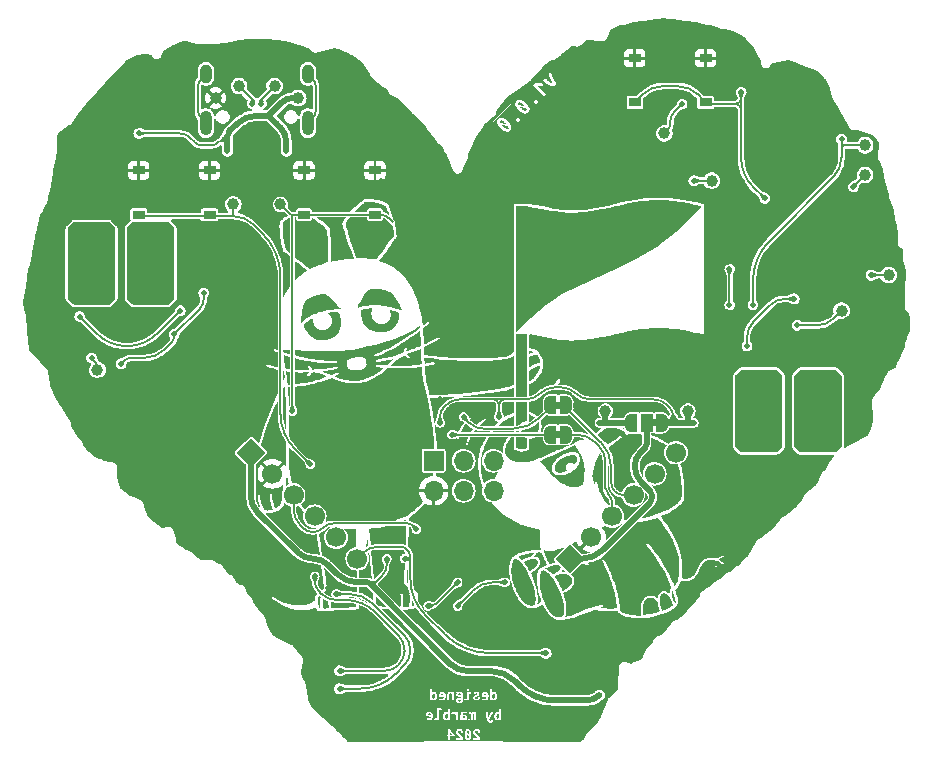
<source format=gbr>
%TF.GenerationSoftware,KiCad,Pcbnew,8.99.0-77eaa75db1*%
%TF.CreationDate,2024-12-04T17:57:07+01:00*%
%TF.ProjectId,geheimbadge-controller,67656865-696d-4626-9164-67652d636f6e,1.0.0*%
%TF.SameCoordinates,Original*%
%TF.FileFunction,Copper,L2,Bot*%
%TF.FilePolarity,Positive*%
%FSLAX46Y46*%
G04 Gerber Fmt 4.6, Leading zero omitted, Abs format (unit mm)*
G04 Created by KiCad (PCBNEW 8.99.0-77eaa75db1) date 2024-12-04 17:57:07*
%MOMM*%
%LPD*%
G01*
G04 APERTURE LIST*
G04 Aperture macros list*
%AMHorizOval*
0 Thick line with rounded ends*
0 $1 width*
0 $2 $3 position (X,Y) of the first rounded end (center of the circle)*
0 $4 $5 position (X,Y) of the second rounded end (center of the circle)*
0 Add line between two ends*
20,1,$1,$2,$3,$4,$5,0*
0 Add two circle primitives to create the rounded ends*
1,1,$1,$2,$3*
1,1,$1,$4,$5*%
%AMRotRect*
0 Rectangle, with rotation*
0 The origin of the aperture is its center*
0 $1 length*
0 $2 width*
0 $3 Rotation angle, in degrees counterclockwise*
0 Add horizontal line*
21,1,$1,$2,0,0,$3*%
%AMFreePoly0*
4,1,19,0.500000,-0.750000,0.000000,-0.750000,0.000000,-0.744911,-0.071157,-0.744911,-0.207708,-0.704816,-0.327430,-0.627875,-0.420627,-0.520320,-0.479746,-0.390866,-0.500000,-0.250000,-0.500000,0.250000,-0.479746,0.390866,-0.420627,0.520320,-0.327430,0.627875,-0.207708,0.704816,-0.071157,0.744911,0.000000,0.744911,0.000000,0.750000,0.500000,0.750000,0.500000,-0.750000,0.500000,-0.750000,
$1*%
%AMFreePoly1*
4,1,19,0.000000,0.744911,0.071157,0.744911,0.207708,0.704816,0.327430,0.627875,0.420627,0.520320,0.479746,0.390866,0.500000,0.250000,0.500000,-0.250000,0.479746,-0.390866,0.420627,-0.520320,0.327430,-0.627875,0.207708,-0.704816,0.071157,-0.744911,0.000000,-0.744911,0.000000,-0.750000,-0.500000,-0.750000,-0.500000,0.750000,0.000000,0.750000,0.000000,0.744911,0.000000,0.744911,
$1*%
%AMFreePoly2*
4,1,19,0.550000,-0.750000,0.000000,-0.750000,0.000000,-0.744911,-0.071157,-0.744911,-0.207708,-0.704816,-0.327430,-0.627875,-0.420627,-0.520320,-0.479746,-0.390866,-0.500000,-0.250000,-0.500000,0.250000,-0.479746,0.390866,-0.420627,0.520320,-0.327430,0.627875,-0.207708,0.704816,-0.071157,0.744911,0.000000,0.744911,0.000000,0.750000,0.550000,0.750000,0.550000,-0.750000,0.550000,-0.750000,
$1*%
%AMFreePoly3*
4,1,19,0.000000,0.744911,0.071157,0.744911,0.207708,0.704816,0.327430,0.627875,0.420627,0.520320,0.479746,0.390866,0.500000,0.250000,0.500000,-0.250000,0.479746,-0.390866,0.420627,-0.520320,0.327430,-0.627875,0.207708,-0.704816,0.071157,-0.744911,0.000000,-0.744911,0.000000,-0.750000,-0.550000,-0.750000,-0.550000,0.750000,0.000000,0.750000,0.000000,0.744911,0.000000,0.744911,
$1*%
G04 Aperture macros list end*
%ADD10C,0.300000*%
%ADD11C,0.250000*%
%TA.AperFunction,EtchedComponent*%
%ADD12C,0.000000*%
%TD*%
%TA.AperFunction,ComponentPad*%
%ADD13R,1.700000X1.700000*%
%TD*%
%TA.AperFunction,ComponentPad*%
%ADD14O,1.700000X1.700000*%
%TD*%
%TA.AperFunction,ComponentPad*%
%ADD15O,1.000000X2.100000*%
%TD*%
%TA.AperFunction,ComponentPad*%
%ADD16O,1.000000X1.600000*%
%TD*%
%TA.AperFunction,ComponentPad*%
%ADD17RotRect,1.700000X1.700000X135.000000*%
%TD*%
%TA.AperFunction,ComponentPad*%
%ADD18HorizOval,1.700000X0.000000X0.000000X0.000000X0.000000X0*%
%TD*%
%TA.AperFunction,ComponentPad*%
%ADD19RotRect,1.700000X1.700000X45.000000*%
%TD*%
%TA.AperFunction,ComponentPad*%
%ADD20HorizOval,1.700000X0.000000X0.000000X0.000000X0.000000X0*%
%TD*%
%TA.AperFunction,SMDPad,CuDef*%
%ADD21C,1.000000*%
%TD*%
%TA.AperFunction,SMDPad,CuDef*%
%ADD22R,1.000000X0.750000*%
%TD*%
%TA.AperFunction,SMDPad,CuDef*%
%ADD23FreePoly0,180.000000*%
%TD*%
%TA.AperFunction,SMDPad,CuDef*%
%ADD24FreePoly1,180.000000*%
%TD*%
%TA.AperFunction,SMDPad,CuDef*%
%ADD25FreePoly2,180.000000*%
%TD*%
%TA.AperFunction,SMDPad,CuDef*%
%ADD26R,1.000000X1.500000*%
%TD*%
%TA.AperFunction,SMDPad,CuDef*%
%ADD27FreePoly3,180.000000*%
%TD*%
%TA.AperFunction,ViaPad*%
%ADD28C,0.508000*%
%TD*%
%TA.AperFunction,Conductor*%
%ADD29C,0.152400*%
%TD*%
%TA.AperFunction,Conductor*%
%ADD30C,0.500000*%
%TD*%
%TA.AperFunction,Conductor*%
%ADD31C,0.200000*%
%TD*%
G04 APERTURE END LIST*
D10*
G36*
X103772088Y-96390101D02*
G01*
X103797027Y-96436762D01*
X103818792Y-96512790D01*
X103788149Y-96582841D01*
X103729288Y-96615965D01*
X103646499Y-96608696D01*
X103570022Y-96571442D01*
X103505563Y-96526121D01*
X103439440Y-96470782D01*
X103372807Y-96408909D01*
X103306818Y-96343988D01*
X103271327Y-96306943D01*
X103772088Y-96390101D01*
G37*
G36*
X103247923Y-95897528D02*
G01*
X103327964Y-95938141D01*
X103393489Y-95984104D01*
X103457772Y-96037113D01*
X103518443Y-96092618D01*
X103573131Y-96146068D01*
X103608881Y-96184408D01*
X103116669Y-96099955D01*
X103095243Y-96058810D01*
X103069515Y-95985859D01*
X103100867Y-95915765D01*
X103174278Y-95883924D01*
X103247923Y-95897528D01*
G37*
G36*
X105307787Y-94854401D02*
G01*
X105332727Y-94901062D01*
X105354492Y-94977090D01*
X105323849Y-95047141D01*
X105264988Y-95080266D01*
X105182198Y-95072996D01*
X105105722Y-95035742D01*
X105041262Y-94990421D01*
X104975140Y-94935082D01*
X104908507Y-94873209D01*
X104842518Y-94808289D01*
X104807027Y-94771243D01*
X105307787Y-94854401D01*
G37*
G36*
X104783623Y-94361828D02*
G01*
X104863664Y-94402441D01*
X104929189Y-94448404D01*
X104993472Y-94501414D01*
X105054143Y-94556918D01*
X105108830Y-94610368D01*
X105144580Y-94648709D01*
X104652369Y-94564255D01*
X104630943Y-94523110D01*
X104605214Y-94450159D01*
X104636566Y-94380065D01*
X104709978Y-94348224D01*
X104783623Y-94361828D01*
G37*
G36*
X108372670Y-92535567D02*
G01*
X103633751Y-97274487D01*
X102419842Y-96060578D01*
X102451186Y-96029234D01*
X102840271Y-96029234D01*
X102850843Y-96104492D01*
X102875098Y-96180116D01*
X102911148Y-96255444D01*
X102942973Y-96306943D01*
X102957108Y-96329817D01*
X103011091Y-96402576D01*
X103071211Y-96473062D01*
X103135580Y-96540614D01*
X103181394Y-96585140D01*
X103252752Y-96649094D01*
X103326673Y-96707824D01*
X103402482Y-96759276D01*
X103479506Y-96801397D01*
X103557068Y-96832133D01*
X103634494Y-96849433D01*
X103711108Y-96851242D01*
X103786237Y-96835508D01*
X103859205Y-96800178D01*
X103929336Y-96743198D01*
X103971465Y-96695986D01*
X104017456Y-96624215D01*
X104044285Y-96551551D01*
X104053622Y-96478279D01*
X104047133Y-96404684D01*
X104026485Y-96331050D01*
X103993347Y-96257660D01*
X103949386Y-96184800D01*
X103896269Y-96112754D01*
X103835664Y-96041805D01*
X103769238Y-95972239D01*
X103721929Y-95926151D01*
X103648511Y-95859878D01*
X103621646Y-95838306D01*
X104347198Y-95838306D01*
X104574133Y-96065241D01*
X104802623Y-95836752D01*
X104575688Y-95609816D01*
X104347198Y-95838306D01*
X103621646Y-95838306D01*
X103572669Y-95798978D01*
X103494990Y-95745632D01*
X103416059Y-95702023D01*
X103336465Y-95670334D01*
X103256793Y-95652747D01*
X103177629Y-95651444D01*
X103099561Y-95668608D01*
X103023175Y-95706421D01*
X102949058Y-95767065D01*
X102909517Y-95812242D01*
X102867722Y-95882449D01*
X102845269Y-95955000D01*
X102843191Y-95985859D01*
X102840271Y-96029234D01*
X102451186Y-96029234D01*
X103986886Y-94493534D01*
X104375971Y-94493534D01*
X104386543Y-94568793D01*
X104410797Y-94644416D01*
X104446848Y-94719744D01*
X104478673Y-94771243D01*
X104492808Y-94794117D01*
X104546791Y-94866877D01*
X104606911Y-94937362D01*
X104671280Y-95004914D01*
X104717094Y-95049440D01*
X104788451Y-95113395D01*
X104862372Y-95172125D01*
X104938182Y-95223576D01*
X105015205Y-95265697D01*
X105092767Y-95296434D01*
X105170193Y-95313733D01*
X105246808Y-95315542D01*
X105321937Y-95299808D01*
X105394904Y-95264478D01*
X105465036Y-95207498D01*
X105507165Y-95160287D01*
X105553155Y-95088515D01*
X105579985Y-95015851D01*
X105589322Y-94942580D01*
X105582832Y-94868985D01*
X105562185Y-94795350D01*
X105529047Y-94721960D01*
X105485085Y-94649100D01*
X105431968Y-94577054D01*
X105371363Y-94506106D01*
X105304938Y-94436540D01*
X105257629Y-94390451D01*
X105184211Y-94324178D01*
X105157346Y-94302606D01*
X105882898Y-94302606D01*
X106109833Y-94529542D01*
X106338323Y-94301052D01*
X106111387Y-94074117D01*
X105882898Y-94302606D01*
X105157346Y-94302606D01*
X105108369Y-94263278D01*
X105030689Y-94209932D01*
X104951759Y-94166324D01*
X104872165Y-94134635D01*
X104792492Y-94117047D01*
X104713329Y-94115744D01*
X104635261Y-94132908D01*
X104558875Y-94170721D01*
X104484758Y-94231365D01*
X104445217Y-94276542D01*
X104403422Y-94346750D01*
X104380969Y-94419300D01*
X104378891Y-94450159D01*
X104375971Y-94493534D01*
X103986886Y-94493534D01*
X105568959Y-92911461D01*
X105870981Y-92911461D01*
X106816027Y-93856507D01*
X107003067Y-93669467D01*
X106297391Y-92961201D01*
X106308016Y-92962409D01*
X106387908Y-92968729D01*
X106462785Y-92970025D01*
X106541944Y-92966088D01*
X106623849Y-92955567D01*
X106706963Y-92937108D01*
X106654115Y-92675459D01*
X106591777Y-92693840D01*
X106501080Y-92714063D01*
X106414737Y-92726599D01*
X106333851Y-92732720D01*
X106259527Y-92733701D01*
X106172544Y-92729213D01*
X106086966Y-92718529D01*
X106013204Y-92702919D01*
X105870981Y-92911461D01*
X105568959Y-92911461D01*
X106013762Y-92466658D01*
X106713699Y-92466658D01*
X106745210Y-92502416D01*
X106795585Y-92555909D01*
X106849186Y-92610953D01*
X106915757Y-92673580D01*
X106984840Y-92730951D01*
X107055898Y-92782715D01*
X107128396Y-92828523D01*
X107201799Y-92868023D01*
X107275572Y-92900863D01*
X107349180Y-92926694D01*
X107422086Y-92945163D01*
X107517279Y-92957733D01*
X107609005Y-92955760D01*
X107633938Y-92952760D01*
X107706883Y-92932630D01*
X107769331Y-92893161D01*
X107828785Y-92841833D01*
X107891897Y-92780637D01*
X107856254Y-92741492D01*
X107802030Y-92669880D01*
X107747824Y-92585626D01*
X107694681Y-92491915D01*
X107660358Y-92425760D01*
X107627280Y-92357762D01*
X107595756Y-92288863D01*
X107566097Y-92220008D01*
X107525779Y-92118873D01*
X107491394Y-92023144D01*
X107463986Y-91936009D01*
X107440099Y-91838699D01*
X107191662Y-91897506D01*
X107207989Y-91958636D01*
X107235069Y-92047760D01*
X107264935Y-92133921D01*
X107297226Y-92217261D01*
X107331580Y-92297921D01*
X107367638Y-92376042D01*
X107405036Y-92451765D01*
X107443415Y-92525230D01*
X107482413Y-92596578D01*
X107521668Y-92665950D01*
X107560820Y-92733488D01*
X107506745Y-92726148D01*
X107419107Y-92700628D01*
X107351174Y-92669872D01*
X107285117Y-92631484D01*
X107220882Y-92586902D01*
X107158413Y-92537567D01*
X107097657Y-92484916D01*
X107038558Y-92430389D01*
X106987265Y-92380650D01*
X106946710Y-92339326D01*
X106895817Y-92284539D01*
X106713699Y-92466658D01*
X106013762Y-92466658D01*
X107158761Y-91321659D01*
X108372670Y-92535567D01*
G37*
D11*
G36*
X100466258Y-148105052D02*
G01*
X100456019Y-148138805D01*
X100430439Y-148184905D01*
X100382972Y-148203482D01*
X100339609Y-148191349D01*
X100304009Y-148148895D01*
X100285519Y-148095282D01*
X100276497Y-148043531D01*
X100271414Y-147986273D01*
X100269170Y-147925696D01*
X100268666Y-147863984D01*
X100269399Y-147829790D01*
X100466258Y-148105052D01*
G37*
G36*
X100423063Y-147584628D02*
G01*
X100451366Y-147625757D01*
X100469953Y-147682634D01*
X100479174Y-147735190D01*
X100484489Y-147790482D01*
X100486924Y-147845248D01*
X100487508Y-147896224D01*
X100486286Y-147931151D01*
X100294067Y-147659309D01*
X100303363Y-147629812D01*
X100325624Y-147583294D01*
X100373446Y-147565031D01*
X100423063Y-147584628D01*
G37*
G36*
X98889269Y-147692985D02*
G01*
X98919670Y-147741064D01*
X98952642Y-147786335D01*
X98986901Y-147828644D01*
X99021161Y-147867835D01*
X99059420Y-147909413D01*
X98884542Y-147907948D01*
X98884542Y-147684710D01*
X98889269Y-147692985D01*
G37*
G36*
X100047990Y-146335724D02*
G01*
X100097119Y-146354949D01*
X100132249Y-146391060D01*
X100144591Y-146439951D01*
X100136543Y-146482628D01*
X100101694Y-146518860D01*
X100053733Y-146529099D01*
X100019976Y-146524288D01*
X99973225Y-146500836D01*
X99937393Y-146466471D01*
X99910118Y-146419190D01*
X99910118Y-146386461D01*
X99932352Y-146365815D01*
X99976049Y-146342503D01*
X100025156Y-146333461D01*
X100047990Y-146335724D01*
G37*
G36*
X98604312Y-146114751D02*
G01*
X98640571Y-146147564D01*
X98670097Y-146189113D01*
X98670097Y-146420655D01*
X98659993Y-146440035D01*
X98630239Y-146485483D01*
X98593821Y-146522813D01*
X98545045Y-146542777D01*
X98498127Y-146528241D01*
X98466826Y-146486387D01*
X98452524Y-146438655D01*
X98446004Y-146389072D01*
X98443928Y-146331263D01*
X98446192Y-146268969D01*
X98454937Y-146207058D01*
X98472999Y-146153685D01*
X98507545Y-146112695D01*
X98556768Y-146098988D01*
X98604312Y-146114751D01*
G37*
G36*
X102947927Y-146114751D02*
G01*
X102984185Y-146147564D01*
X103013712Y-146189113D01*
X103013712Y-146420655D01*
X103003607Y-146440035D01*
X102973854Y-146485483D01*
X102937436Y-146522813D01*
X102888660Y-146542777D01*
X102841742Y-146528241D01*
X102810441Y-146486387D01*
X102796139Y-146438655D01*
X102789619Y-146389072D01*
X102787543Y-146331263D01*
X102789807Y-146268969D01*
X102798552Y-146207058D01*
X102816614Y-146153685D01*
X102851160Y-146112695D01*
X102900383Y-146098988D01*
X102947927Y-146114751D01*
G37*
G36*
X97169772Y-146100513D02*
G01*
X97205213Y-146135084D01*
X97228132Y-146184358D01*
X97236636Y-146235519D01*
X97222306Y-146233082D01*
X97166856Y-146225663D01*
X97111595Y-146221393D01*
X97060463Y-146219628D01*
X97004117Y-146219155D01*
X97008948Y-146179335D01*
X97028661Y-146130940D01*
X97064850Y-146097798D01*
X97116957Y-146085554D01*
X97169772Y-146100513D01*
G37*
G36*
X99773830Y-144928722D02*
G01*
X99787118Y-144967004D01*
X99789462Y-145018604D01*
X99778665Y-145051974D01*
X99739396Y-145084106D01*
X99691765Y-145095052D01*
X99630216Y-145095052D01*
X99591782Y-145086477D01*
X99548425Y-145062537D01*
X99512991Y-145025912D01*
X99498324Y-144979281D01*
X99500236Y-144964027D01*
X99539478Y-144933047D01*
X99591381Y-144927990D01*
X99773830Y-144928722D01*
G37*
G36*
X99711396Y-144410191D02*
G01*
X99758434Y-144433508D01*
X99776517Y-144480293D01*
X99763876Y-144527857D01*
X99720874Y-144557102D01*
X99668562Y-144563579D01*
X99661156Y-144563473D01*
X99612332Y-144555336D01*
X99570290Y-144521975D01*
X99559141Y-144473942D01*
X99572833Y-144431245D01*
X99617663Y-144409542D01*
X99669294Y-144406043D01*
X99711396Y-144410191D01*
G37*
G36*
X97513155Y-144415424D02*
G01*
X97555324Y-144445930D01*
X97580459Y-144490022D01*
X97595192Y-144543326D01*
X97601897Y-144598190D01*
X97603488Y-144647110D01*
X97601612Y-144694236D01*
X97594072Y-144743645D01*
X97574088Y-144795610D01*
X97538264Y-144831346D01*
X97489183Y-144842993D01*
X97473352Y-144841477D01*
X97428595Y-144821047D01*
X97393184Y-144785497D01*
X97364863Y-144738702D01*
X97364863Y-144501786D01*
X97394390Y-144459202D01*
X97430649Y-144425599D01*
X97478192Y-144409462D01*
X97513155Y-144415424D01*
G37*
G36*
X102580705Y-144415424D02*
G01*
X102622874Y-144445930D01*
X102648010Y-144490022D01*
X102662742Y-144543326D01*
X102669448Y-144598190D01*
X102671039Y-144647110D01*
X102669163Y-144694236D01*
X102661622Y-144743645D01*
X102641638Y-144795610D01*
X102605815Y-144831346D01*
X102556733Y-144842993D01*
X102540903Y-144841477D01*
X102496145Y-144821047D01*
X102460735Y-144785497D01*
X102432414Y-144738702D01*
X102432414Y-144501786D01*
X102461940Y-144459202D01*
X102498199Y-144425599D01*
X102545743Y-144409462D01*
X102580705Y-144415424D01*
G37*
G36*
X98255675Y-144420513D02*
G01*
X98291117Y-144455084D01*
X98314036Y-144504358D01*
X98322539Y-144555519D01*
X98308210Y-144553082D01*
X98252760Y-144545663D01*
X98197499Y-144541393D01*
X98146366Y-144539628D01*
X98090020Y-144539155D01*
X98094852Y-144499335D01*
X98114564Y-144450940D01*
X98150754Y-144417798D01*
X98202860Y-144405554D01*
X98255675Y-144420513D01*
G37*
G36*
X101875354Y-144420513D02*
G01*
X101910796Y-144455084D01*
X101933715Y-144504358D01*
X101942218Y-144555519D01*
X101927889Y-144553082D01*
X101872439Y-144545663D01*
X101817178Y-144541393D01*
X101766045Y-144539628D01*
X101709699Y-144539155D01*
X101714531Y-144499335D01*
X101734243Y-144450940D01*
X101770433Y-144417798D01*
X101822539Y-144405554D01*
X101875354Y-144420513D01*
G37*
G36*
X103319207Y-148470631D02*
G01*
X96700819Y-148470631D01*
X96700819Y-147907948D01*
X98621981Y-147907948D01*
X98621981Y-148051563D01*
X98708687Y-148051563D01*
X98708687Y-148330000D01*
X98884542Y-148330000D01*
X98884542Y-148183210D01*
X99363014Y-148183210D01*
X99363014Y-148330000D01*
X99950906Y-148330000D01*
X99951135Y-148314494D01*
X99952372Y-148265275D01*
X99952333Y-148258555D01*
X99948219Y-148209832D01*
X99936930Y-148171690D01*
X99913745Y-148126421D01*
X99881119Y-148080555D01*
X99846711Y-148040953D01*
X99807291Y-148001249D01*
X99781025Y-147977753D01*
X99740706Y-147943821D01*
X99697246Y-147907240D01*
X99662292Y-147875952D01*
X100095254Y-147875952D01*
X100095861Y-147918538D01*
X100099351Y-147982325D01*
X100106512Y-148044857D01*
X100117994Y-148104849D01*
X100134447Y-148161014D01*
X100156521Y-148212067D01*
X100184865Y-148256720D01*
X100220129Y-148293690D01*
X100262962Y-148321689D01*
X100314014Y-148339431D01*
X100373935Y-148345631D01*
X100416050Y-148343235D01*
X100471564Y-148331082D01*
X100518465Y-148309475D01*
X100557407Y-148279336D01*
X100589041Y-148241584D01*
X100614020Y-148197139D01*
X100619283Y-148183210D01*
X100810885Y-148183210D01*
X100810885Y-148330000D01*
X101398778Y-148330000D01*
X101399007Y-148314494D01*
X101400243Y-148265275D01*
X101400205Y-148258555D01*
X101396091Y-148209832D01*
X101384802Y-148171690D01*
X101361617Y-148126421D01*
X101328991Y-148080555D01*
X101294582Y-148040953D01*
X101255163Y-148001249D01*
X101228896Y-147977753D01*
X101188578Y-147943821D01*
X101145117Y-147907240D01*
X101101693Y-147868370D01*
X101061482Y-147827566D01*
X101027660Y-147785188D01*
X101003405Y-147741592D01*
X100991381Y-147685931D01*
X100993187Y-147657570D01*
X101010133Y-147608413D01*
X101048937Y-147576680D01*
X101100801Y-147567718D01*
X101115197Y-147568536D01*
X101162204Y-147583511D01*
X101198142Y-147618496D01*
X101210711Y-147668346D01*
X101210297Y-147680272D01*
X101199964Y-147729162D01*
X101371422Y-147758715D01*
X101378553Y-147729096D01*
X101385100Y-147680314D01*
X101385100Y-147662728D01*
X101377927Y-147602765D01*
X101356764Y-147548445D01*
X101322149Y-147501618D01*
X101274618Y-147464135D01*
X101227655Y-147442120D01*
X101173044Y-147428215D01*
X101111060Y-147423370D01*
X101093986Y-147423594D01*
X101030515Y-147429069D01*
X100974959Y-147442183D01*
X100927587Y-147463353D01*
X100888669Y-147492993D01*
X100858474Y-147531518D01*
X100837270Y-147579343D01*
X100825327Y-147636884D01*
X100822609Y-147686664D01*
X100824664Y-147723924D01*
X100836172Y-147779026D01*
X100855640Y-147826418D01*
X100886031Y-147874795D01*
X100920057Y-147915860D01*
X100958652Y-147957285D01*
X100991440Y-147989004D01*
X101031244Y-148026902D01*
X101066350Y-148061119D01*
X101100577Y-148096023D01*
X101136808Y-148136712D01*
X101163572Y-148183210D01*
X100810885Y-148183210D01*
X100619283Y-148183210D01*
X100632994Y-148146921D01*
X100646617Y-148091851D01*
X100655541Y-148032849D01*
X100660417Y-147970834D01*
X100661897Y-147906727D01*
X100661322Y-147862699D01*
X100657953Y-147796848D01*
X100650910Y-147732387D01*
X100639439Y-147670621D01*
X100622788Y-147612856D01*
X100600205Y-147560396D01*
X100570938Y-147514548D01*
X100534234Y-147476615D01*
X100489342Y-147447905D01*
X100435508Y-147429721D01*
X100371981Y-147423370D01*
X100332044Y-147426027D01*
X100279246Y-147439420D01*
X100234461Y-147463037D01*
X100197110Y-147495675D01*
X100166617Y-147536136D01*
X100142401Y-147583219D01*
X100123886Y-147635723D01*
X100118317Y-147659309D01*
X100110492Y-147692449D01*
X100101640Y-147752196D01*
X100096754Y-147813764D01*
X100095543Y-147863984D01*
X100095254Y-147875952D01*
X99662292Y-147875952D01*
X99653821Y-147868370D01*
X99613610Y-147827566D01*
X99579788Y-147785188D01*
X99555534Y-147741592D01*
X99543509Y-147685931D01*
X99545316Y-147657570D01*
X99562262Y-147608413D01*
X99601065Y-147576680D01*
X99652930Y-147567718D01*
X99667325Y-147568536D01*
X99714332Y-147583511D01*
X99750271Y-147618496D01*
X99762839Y-147668346D01*
X99762425Y-147680272D01*
X99752092Y-147729162D01*
X99923551Y-147758715D01*
X99930682Y-147729096D01*
X99937228Y-147680314D01*
X99937228Y-147662728D01*
X99930055Y-147602765D01*
X99908893Y-147548445D01*
X99874278Y-147501618D01*
X99826747Y-147464135D01*
X99779783Y-147442120D01*
X99725172Y-147428215D01*
X99663188Y-147423370D01*
X99646115Y-147423594D01*
X99582643Y-147429069D01*
X99527087Y-147442183D01*
X99479716Y-147463353D01*
X99440797Y-147492993D01*
X99410602Y-147531518D01*
X99389398Y-147579343D01*
X99377455Y-147636884D01*
X99374737Y-147686664D01*
X99376793Y-147723924D01*
X99388300Y-147779026D01*
X99407768Y-147826418D01*
X99438159Y-147874795D01*
X99472185Y-147915860D01*
X99510780Y-147957285D01*
X99543568Y-147989004D01*
X99583372Y-148026902D01*
X99618478Y-148061119D01*
X99652705Y-148096023D01*
X99688937Y-148136712D01*
X99715700Y-148183210D01*
X99363014Y-148183210D01*
X98884542Y-148183210D01*
X98884542Y-148053761D01*
X99193509Y-148055226D01*
X99255058Y-147938722D01*
X99252091Y-147935017D01*
X99216356Y-147895366D01*
X99181629Y-147857215D01*
X99140083Y-147810622D01*
X99094293Y-147757491D01*
X99062680Y-147719378D01*
X99031088Y-147679770D01*
X99000279Y-147639231D01*
X98971017Y-147598325D01*
X98931691Y-147537512D01*
X98900136Y-147479048D01*
X98878924Y-147424836D01*
X98708687Y-147423370D01*
X98708687Y-147907948D01*
X98621981Y-147907948D01*
X96700819Y-147907948D01*
X96700819Y-146323691D01*
X96825819Y-146323691D01*
X96826552Y-146353000D01*
X96862472Y-146353635D01*
X96914118Y-146354899D01*
X96962962Y-146356523D01*
X97023496Y-146359221D01*
X97078489Y-146362495D01*
X97127620Y-146366307D01*
X97180302Y-146371772D01*
X97236636Y-146380600D01*
X97222861Y-146430388D01*
X97193599Y-146477811D01*
X97154083Y-146510780D01*
X97102791Y-146524947D01*
X97083394Y-146524263D01*
X97030491Y-146512014D01*
X96988125Y-146484188D01*
X96950872Y-146445568D01*
X96829239Y-146556454D01*
X96854304Y-146583095D01*
X96891308Y-146615651D01*
X96940313Y-146642925D01*
X96993768Y-146657620D01*
X97050698Y-146664075D01*
X97106699Y-146665631D01*
X97124790Y-146665206D01*
X97176029Y-146658931D01*
X97237090Y-146639367D01*
X97289582Y-146607748D01*
X97300768Y-146596755D01*
X97486985Y-146596755D01*
X97492609Y-146601228D01*
X97538341Y-146628021D01*
X97584289Y-146644954D01*
X97633829Y-146656654D01*
X97684456Y-146663440D01*
X97733670Y-146665631D01*
X97782851Y-146663430D01*
X97833883Y-146656119D01*
X97884124Y-146639741D01*
X97921705Y-146608170D01*
X97942861Y-146562075D01*
X97947627Y-146512247D01*
X97947658Y-146452385D01*
X97947741Y-146391839D01*
X97947833Y-146344452D01*
X98269539Y-146344452D01*
X98269775Y-146364068D01*
X98273337Y-146419261D01*
X98284815Y-146484281D01*
X98304096Y-146539455D01*
X98331302Y-146584726D01*
X98366556Y-146620036D01*
X98409982Y-146645328D01*
X98461703Y-146660546D01*
X98521842Y-146665631D01*
X98552186Y-146664186D01*
X98604347Y-146653601D01*
X98649696Y-146632162D01*
X98686461Y-146597487D01*
X98692301Y-146623883D01*
X98716747Y-146669783D01*
X98850593Y-146656106D01*
X98849954Y-146651850D01*
X98843491Y-146600254D01*
X98839273Y-146548112D01*
X98837648Y-146494173D01*
X98837648Y-146477564D01*
X98837656Y-146444317D01*
X98837696Y-146391490D01*
X98837762Y-146335693D01*
X98837848Y-146277582D01*
X98837946Y-146217809D01*
X98838048Y-146157027D01*
X98838065Y-146146859D01*
X98943649Y-146146859D01*
X98943649Y-146167620D01*
X99115840Y-146169085D01*
X99114619Y-146138555D01*
X99118035Y-146112591D01*
X99159560Y-146084822D01*
X99195678Y-146097370D01*
X99233724Y-146131523D01*
X99265610Y-146172956D01*
X99294205Y-146218712D01*
X99318318Y-146263119D01*
X99318318Y-146650000D01*
X99490509Y-146650000D01*
X99490509Y-146571353D01*
X99683216Y-146571353D01*
X99768701Y-146673203D01*
X99784572Y-146661610D01*
X99825319Y-146630236D01*
X99856140Y-146589183D01*
X99886263Y-146616010D01*
X99932164Y-146642389D01*
X99982012Y-146657128D01*
X100035132Y-146663906D01*
X100088660Y-146665631D01*
X100110581Y-146664596D01*
X100164361Y-146653353D01*
X100214493Y-146630713D01*
X100258243Y-146597890D01*
X100289343Y-146560362D01*
X100371004Y-146560362D01*
X100435240Y-146671981D01*
X100466925Y-146664079D01*
X100515527Y-146641001D01*
X100553936Y-146602541D01*
X100576315Y-146551171D01*
X100583007Y-146492463D01*
X100583007Y-146491242D01*
X100583007Y-146125366D01*
X100608897Y-146088241D01*
X100613596Y-146090953D01*
X100636446Y-146135581D01*
X100653825Y-146184073D01*
X100668981Y-146235275D01*
X100670446Y-146650000D01*
X100824319Y-146649511D01*
X100824319Y-146124145D01*
X100843370Y-146088241D01*
X100850711Y-146091291D01*
X100881808Y-146131228D01*
X100903374Y-146176237D01*
X100919329Y-146229169D01*
X100919329Y-146650000D01*
X101072470Y-146650000D01*
X101073691Y-146095812D01*
X101074123Y-146073709D01*
X101079919Y-146024249D01*
X101094940Y-145975401D01*
X101050735Y-145962212D01*
X101869434Y-145962212D01*
X101869624Y-145991673D01*
X101871263Y-146043219D01*
X101874619Y-146093298D01*
X101879692Y-146144173D01*
X101882254Y-146164881D01*
X101892008Y-146228966D01*
X101904634Y-146295069D01*
X101919833Y-146362011D01*
X101937305Y-146428609D01*
X101956751Y-146493684D01*
X101977871Y-146556054D01*
X102000367Y-146614538D01*
X102023938Y-146667956D01*
X102048285Y-146715126D01*
X102081437Y-146766259D01*
X102089101Y-146776347D01*
X102125557Y-146819921D01*
X102166904Y-146858407D01*
X102215363Y-146886975D01*
X102268282Y-146901182D01*
X102320551Y-146904501D01*
X102346705Y-146902914D01*
X102401491Y-146886278D01*
X102442559Y-146854500D01*
X102471685Y-146811283D01*
X102490649Y-146760327D01*
X102501228Y-146705332D01*
X102505198Y-146650000D01*
X102343754Y-146650000D01*
X102342934Y-146676580D01*
X102332388Y-146729831D01*
X102293195Y-146759420D01*
X102250800Y-146735843D01*
X102216773Y-146698881D01*
X102186824Y-146653907D01*
X102166189Y-146602616D01*
X102199323Y-146529254D01*
X102229454Y-146464011D01*
X102256811Y-146406421D01*
X102281624Y-146356015D01*
X102287658Y-146344452D01*
X102613154Y-146344452D01*
X102613390Y-146364068D01*
X102616952Y-146419261D01*
X102628430Y-146484281D01*
X102647711Y-146539455D01*
X102674917Y-146584726D01*
X102710171Y-146620036D01*
X102753597Y-146645328D01*
X102805318Y-146660546D01*
X102865456Y-146665631D01*
X102895801Y-146664186D01*
X102947961Y-146653601D01*
X102993311Y-146632162D01*
X103030076Y-146597487D01*
X103035916Y-146623883D01*
X103060362Y-146669783D01*
X103194207Y-146656106D01*
X103193569Y-146651850D01*
X103187106Y-146600254D01*
X103182887Y-146548112D01*
X103181262Y-146494173D01*
X103181262Y-146477564D01*
X103181271Y-146444317D01*
X103181311Y-146391490D01*
X103181377Y-146335693D01*
X103181463Y-146277582D01*
X103181561Y-146217809D01*
X103181663Y-146157027D01*
X103181763Y-146095889D01*
X103181854Y-146035050D01*
X103181928Y-145975161D01*
X103181977Y-145916877D01*
X103181995Y-145860851D01*
X103182132Y-145842363D01*
X103183953Y-145789397D01*
X103187281Y-145740561D01*
X103192253Y-145687194D01*
X103023482Y-145680844D01*
X103020721Y-145706107D01*
X103016871Y-145756104D01*
X103014512Y-145809695D01*
X103013712Y-145864270D01*
X103015048Y-145917698D01*
X103020181Y-145968150D01*
X103030076Y-146019120D01*
X103019448Y-146011135D01*
X102977754Y-145985672D01*
X102929784Y-145968390D01*
X102876447Y-145962212D01*
X102811699Y-145968067D01*
X102756791Y-145985701D01*
X102711352Y-146015213D01*
X102675008Y-146056703D01*
X102647389Y-146110272D01*
X102632175Y-146158435D01*
X102621503Y-146213492D01*
X102615215Y-146275483D01*
X102613548Y-146331263D01*
X102613154Y-146344452D01*
X102287658Y-146344452D01*
X102314581Y-146292856D01*
X102343111Y-146243235D01*
X102375611Y-146195406D01*
X102416233Y-146155354D01*
X102464898Y-146141486D01*
X102494940Y-146141974D01*
X102495673Y-145963677D01*
X102492860Y-145963542D01*
X102443649Y-145962212D01*
X102420026Y-145963184D01*
X102367746Y-145975873D01*
X102320980Y-146007485D01*
X102284036Y-146049986D01*
X102254852Y-146093697D01*
X102223151Y-146148832D01*
X102200063Y-146192506D01*
X102175023Y-146242112D01*
X102147697Y-146297991D01*
X102117753Y-146360485D01*
X102084856Y-146429937D01*
X102078648Y-146394733D01*
X102070557Y-146346112D01*
X102061862Y-146287422D01*
X102055301Y-146233406D01*
X102050589Y-146181511D01*
X102047443Y-146129184D01*
X102045581Y-146073871D01*
X102044718Y-146013020D01*
X102044556Y-145962212D01*
X101869434Y-145962212D01*
X101050735Y-145962212D01*
X100945952Y-145930949D01*
X100935511Y-145971441D01*
X100928122Y-146021318D01*
X100899647Y-145989289D01*
X100855976Y-145958651D01*
X100804291Y-145946580D01*
X100778291Y-145949708D01*
X100734190Y-145975306D01*
X100707476Y-146016510D01*
X100694382Y-146065526D01*
X100676710Y-146033780D01*
X100648289Y-145993919D01*
X100608970Y-145959974D01*
X100561025Y-145946580D01*
X100555652Y-145946580D01*
X100512820Y-145956013D01*
X100474796Y-145987503D01*
X100449156Y-146035488D01*
X100436651Y-146085316D01*
X100432553Y-146139288D01*
X100432553Y-146493928D01*
X100414496Y-146534060D01*
X100371004Y-146560362D01*
X100289343Y-146560362D01*
X100292877Y-146556097D01*
X100315663Y-146506547D01*
X100323865Y-146450453D01*
X100322366Y-146421270D01*
X100312146Y-146370819D01*
X100292341Y-146324875D01*
X100263049Y-146285589D01*
X100225279Y-146252806D01*
X100177755Y-146225054D01*
X100125908Y-146207362D01*
X100077550Y-146199217D01*
X100025156Y-146196685D01*
X100008733Y-146197339D01*
X99957314Y-146207238D01*
X99910118Y-146228925D01*
X99915483Y-146180456D01*
X99937398Y-146132909D01*
X99979403Y-146099829D01*
X100030530Y-146088974D01*
X100037861Y-146089043D01*
X100086824Y-146093553D01*
X100137783Y-146107841D01*
X100183475Y-146132663D01*
X100223970Y-146168841D01*
X100307501Y-146022540D01*
X100275953Y-146003338D01*
X100230309Y-145979244D01*
X100182552Y-145961114D01*
X100128657Y-145950812D01*
X100076921Y-145947649D01*
X100025156Y-145946580D01*
X99968521Y-145950875D01*
X99914942Y-145963631D01*
X99865805Y-145984653D01*
X99822496Y-146013747D01*
X99786399Y-146050717D01*
X99758901Y-146095370D01*
X99741386Y-146147510D01*
X99735240Y-146206943D01*
X99735240Y-146386461D01*
X99735240Y-146440683D01*
X99732607Y-146483769D01*
X99716850Y-146533357D01*
X99683216Y-146571353D01*
X99490509Y-146571353D01*
X99490509Y-146163468D01*
X99497765Y-146132305D01*
X99529456Y-146090798D01*
X99565736Y-146057466D01*
X99464619Y-145930949D01*
X99460716Y-145933979D01*
X99419926Y-145965501D01*
X99384806Y-146004642D01*
X99362037Y-146053314D01*
X99325335Y-146013421D01*
X99281742Y-145982110D01*
X99230044Y-145960177D01*
X99178364Y-145949448D01*
X99129518Y-145946580D01*
X99088783Y-145949836D01*
X99035866Y-145966762D01*
X98993810Y-145997810D01*
X98963785Y-146042614D01*
X98948796Y-146090194D01*
X98943649Y-146146859D01*
X98838065Y-146146859D01*
X98838149Y-146095889D01*
X98838239Y-146035050D01*
X98838313Y-145975161D01*
X98838362Y-145916877D01*
X98838380Y-145860851D01*
X98838517Y-145842363D01*
X98840338Y-145789397D01*
X98843666Y-145740561D01*
X98848639Y-145687194D01*
X98679867Y-145680844D01*
X98677107Y-145706107D01*
X98673256Y-145756104D01*
X98670898Y-145809695D01*
X98670097Y-145864270D01*
X98671433Y-145917698D01*
X98676566Y-145968150D01*
X98686461Y-146019120D01*
X98675833Y-146011135D01*
X98634139Y-145985672D01*
X98586169Y-145968390D01*
X98532833Y-145962212D01*
X98468084Y-145968067D01*
X98413177Y-145985701D01*
X98367737Y-146015213D01*
X98331393Y-146056703D01*
X98303774Y-146110272D01*
X98288561Y-146158435D01*
X98277888Y-146213492D01*
X98271600Y-146275483D01*
X98269933Y-146331263D01*
X98269539Y-146344452D01*
X97947833Y-146344452D01*
X97947859Y-146330840D01*
X97947993Y-146269622D01*
X97948128Y-146208415D01*
X97948245Y-146147451D01*
X97948328Y-146086962D01*
X97948359Y-146027180D01*
X97948348Y-145971046D01*
X97948268Y-145919744D01*
X97948050Y-145869770D01*
X97947627Y-145817620D01*
X97974982Y-145817620D01*
X98020809Y-145818497D01*
X98073946Y-145822555D01*
X98123237Y-145830809D01*
X98143021Y-145703558D01*
X98099469Y-145693045D01*
X98048136Y-145685607D01*
X97998192Y-145681932D01*
X97947627Y-145680844D01*
X97773970Y-145680844D01*
X97773934Y-145743609D01*
X97773874Y-145794964D01*
X97773790Y-145852211D01*
X97773688Y-145913879D01*
X97773570Y-145978497D01*
X97773441Y-146044592D01*
X97773306Y-146110694D01*
X97773169Y-146175330D01*
X97773034Y-146237030D01*
X97772905Y-146294321D01*
X97772787Y-146345732D01*
X97772640Y-146408605D01*
X97772505Y-146464863D01*
X97772187Y-146476776D01*
X97749774Y-146520560D01*
X97698743Y-146529099D01*
X97692855Y-146529031D01*
X97640309Y-146521122D01*
X97592329Y-146498182D01*
X97553175Y-146465596D01*
X97486985Y-146596755D01*
X97300768Y-146596755D01*
X97333203Y-146564881D01*
X97367654Y-146511572D01*
X97387294Y-146465224D01*
X97401479Y-146413797D01*
X97410083Y-146357632D01*
X97412979Y-146297069D01*
X97410320Y-146242143D01*
X97402372Y-146190352D01*
X97389179Y-146142193D01*
X97363504Y-146084483D01*
X97328684Y-146035281D01*
X97284822Y-145995761D01*
X97232022Y-145967095D01*
X97170386Y-145950458D01*
X97118422Y-145946580D01*
X97098393Y-145946996D01*
X97043228Y-145953157D01*
X96980688Y-145972497D01*
X96929992Y-146004012D01*
X96890330Y-146047117D01*
X96860892Y-146101224D01*
X96845035Y-146148671D01*
X96834132Y-146201730D01*
X96832256Y-146219155D01*
X96827841Y-146260152D01*
X96825819Y-146323691D01*
X96700819Y-146323691D01*
X96700819Y-144976106D01*
X97183635Y-144976106D01*
X97317724Y-144989783D01*
X97333112Y-144964351D01*
X97348499Y-144917487D01*
X97369549Y-144940322D01*
X97413945Y-144967408D01*
X97461890Y-144981329D01*
X97513119Y-144985631D01*
X97544385Y-144984358D01*
X97601289Y-144974174D01*
X97650553Y-144953819D01*
X97692012Y-144923302D01*
X97725505Y-144882636D01*
X97750867Y-144831832D01*
X97767937Y-144770902D01*
X97775198Y-144718565D01*
X97777634Y-144660544D01*
X97777042Y-144643691D01*
X97911723Y-144643691D01*
X97912456Y-144673000D01*
X97948376Y-144673635D01*
X98000021Y-144674899D01*
X98048865Y-144676523D01*
X98109399Y-144679221D01*
X98164392Y-144682495D01*
X98213523Y-144686307D01*
X98266205Y-144691772D01*
X98322539Y-144700600D01*
X98308765Y-144750388D01*
X98279502Y-144797811D01*
X98239987Y-144830780D01*
X98188694Y-144844947D01*
X98169298Y-144844263D01*
X98116395Y-144832014D01*
X98074028Y-144804188D01*
X98036775Y-144765568D01*
X97915142Y-144876454D01*
X97940208Y-144903095D01*
X97977212Y-144935651D01*
X98026217Y-144962925D01*
X98079672Y-144977620D01*
X98136602Y-144984075D01*
X98192602Y-144985631D01*
X98210694Y-144985206D01*
X98261932Y-144978931D01*
X98322994Y-144959367D01*
X98375485Y-144927748D01*
X98419107Y-144884881D01*
X98434971Y-144860334D01*
X98562630Y-144860334D01*
X98641765Y-144997355D01*
X98688003Y-144979287D01*
X98735802Y-144950845D01*
X98771595Y-144916883D01*
X98796982Y-144872914D01*
X98806629Y-144817836D01*
X98806629Y-144490551D01*
X98806755Y-144481254D01*
X98817467Y-144430345D01*
X98862560Y-144408241D01*
X98899758Y-144413080D01*
X98949587Y-144430015D01*
X98996488Y-144455181D01*
X99036217Y-144484933D01*
X99036217Y-144970000D01*
X99207920Y-144970000D01*
X99207920Y-144485666D01*
X99208335Y-144435583D01*
X99210483Y-144384515D01*
X99217364Y-144332940D01*
X99229657Y-144281723D01*
X99156314Y-144266580D01*
X99325401Y-144266580D01*
X99325401Y-144406043D01*
X99353488Y-144402623D01*
X99355632Y-144402628D01*
X99405512Y-144408241D01*
X99396304Y-144430192D01*
X99391827Y-144473942D01*
X99391102Y-144481025D01*
X99391312Y-144492485D01*
X99398922Y-144546977D01*
X99418291Y-144595629D01*
X99450544Y-144636852D01*
X99496805Y-144669060D01*
X99544653Y-144687267D01*
X99602760Y-144697875D01*
X99653419Y-144700355D01*
X99655617Y-144700355D01*
X99707407Y-144698668D01*
X99756001Y-144691563D01*
X99759498Y-144695761D01*
X99776517Y-144743098D01*
X99773841Y-144758935D01*
X99736965Y-144791331D01*
X99688345Y-144798053D01*
X99565980Y-144798053D01*
X99556098Y-144798147D01*
X99505140Y-144801868D01*
X99454348Y-144812257D01*
X99407466Y-144831025D01*
X99361645Y-144867015D01*
X99336551Y-144910238D01*
X99327355Y-144967313D01*
X99328422Y-144979281D01*
X99331105Y-145009394D01*
X99346711Y-145061380D01*
X99372534Y-145107931D01*
X99406496Y-145148257D01*
X99446519Y-145181567D01*
X99490524Y-145207072D01*
X99536434Y-145223981D01*
X99593335Y-145231828D01*
X99699336Y-145231828D01*
X99737636Y-145230173D01*
X99796640Y-145219826D01*
X99848140Y-145199523D01*
X99890442Y-145168724D01*
X99921851Y-145126885D01*
X99940675Y-145073464D01*
X99945533Y-145022023D01*
X99945261Y-145009157D01*
X99937658Y-144956921D01*
X99921240Y-144916755D01*
X100020760Y-144916755D01*
X100026384Y-144921228D01*
X100072116Y-144948021D01*
X100118065Y-144964954D01*
X100167604Y-144976654D01*
X100218231Y-144983440D01*
X100267445Y-144985631D01*
X100316762Y-144983430D01*
X100368075Y-144976119D01*
X100418387Y-144959741D01*
X100456016Y-144928180D01*
X100477292Y-144882194D01*
X100482135Y-144832735D01*
X100482135Y-144781688D01*
X100812351Y-144781688D01*
X100812636Y-144791958D01*
X100825185Y-144847397D01*
X100852783Y-144892542D01*
X100890532Y-144927799D01*
X100933534Y-144953572D01*
X100983809Y-144972198D01*
X100998306Y-144975299D01*
X101050199Y-144983007D01*
X101102023Y-144985631D01*
X101134045Y-144984561D01*
X101193041Y-144976161D01*
X101244938Y-144959773D01*
X101289291Y-144935825D01*
X101333448Y-144895915D01*
X101364260Y-144845703D01*
X101378717Y-144798679D01*
X101383635Y-144746029D01*
X101210711Y-144746029D01*
X101210325Y-144759406D01*
X101196427Y-144810807D01*
X101156633Y-144840708D01*
X101103488Y-144847634D01*
X101053421Y-144841436D01*
X101008557Y-144820575D01*
X100985763Y-144773384D01*
X100997151Y-144723925D01*
X101033635Y-144687655D01*
X101066414Y-144670569D01*
X101116024Y-144650518D01*
X101134639Y-144643691D01*
X101531402Y-144643691D01*
X101532135Y-144673000D01*
X101568055Y-144673635D01*
X101619700Y-144674899D01*
X101668544Y-144676523D01*
X101729078Y-144679221D01*
X101784071Y-144682495D01*
X101833202Y-144686307D01*
X101885884Y-144691772D01*
X101942218Y-144700600D01*
X101928444Y-144750388D01*
X101899181Y-144797811D01*
X101859666Y-144830780D01*
X101808373Y-144844947D01*
X101788977Y-144844263D01*
X101736074Y-144832014D01*
X101693707Y-144804188D01*
X101656454Y-144765568D01*
X101534821Y-144876454D01*
X101559887Y-144903095D01*
X101596891Y-144935651D01*
X101645896Y-144962925D01*
X101699351Y-144977620D01*
X101756281Y-144984075D01*
X101812281Y-144985631D01*
X101830373Y-144985206D01*
X101881611Y-144978931D01*
X101890428Y-144976106D01*
X102251186Y-144976106D01*
X102385275Y-144989783D01*
X102400662Y-144964351D01*
X102416050Y-144917487D01*
X102437100Y-144940322D01*
X102481496Y-144967408D01*
X102529440Y-144981329D01*
X102580669Y-144985631D01*
X102611936Y-144984358D01*
X102668840Y-144974174D01*
X102718103Y-144953819D01*
X102759563Y-144923302D01*
X102793055Y-144882636D01*
X102818418Y-144831832D01*
X102835487Y-144770902D01*
X102842749Y-144718565D01*
X102845184Y-144660544D01*
X102842657Y-144588577D01*
X102835119Y-144524148D01*
X102822631Y-144467157D01*
X102805256Y-144417503D01*
X102774598Y-144362537D01*
X102735513Y-144320200D01*
X102688151Y-144290253D01*
X102632661Y-144272459D01*
X102569190Y-144266580D01*
X102554907Y-144267078D01*
X102504214Y-144277358D01*
X102459241Y-144298660D01*
X102416050Y-144329595D01*
X102425945Y-144279047D01*
X102431078Y-144229825D01*
X102432414Y-144178164D01*
X102432255Y-144154777D01*
X102430770Y-144102140D01*
X102427803Y-144051553D01*
X102422888Y-144000844D01*
X102253384Y-144006950D01*
X102254264Y-144015779D01*
X102259081Y-144068654D01*
X102262456Y-144122415D01*
X102263642Y-144174745D01*
X102263656Y-144211267D01*
X102263722Y-144268387D01*
X102263833Y-144327690D01*
X102263976Y-144388479D01*
X102264139Y-144450052D01*
X102264282Y-144501786D01*
X102264310Y-144511712D01*
X102264477Y-144572758D01*
X102264628Y-144632492D01*
X102264751Y-144690216D01*
X102264833Y-144745228D01*
X102264863Y-144796831D01*
X102264863Y-144813928D01*
X102264843Y-144819337D01*
X102262717Y-144873389D01*
X102257960Y-144925240D01*
X102251186Y-144976106D01*
X101890428Y-144976106D01*
X101942673Y-144959367D01*
X101995164Y-144927748D01*
X102038786Y-144884881D01*
X102073237Y-144831572D01*
X102092876Y-144785224D01*
X102107062Y-144733797D01*
X102115666Y-144677632D01*
X102118562Y-144617069D01*
X102115903Y-144562143D01*
X102107955Y-144510352D01*
X102094762Y-144462193D01*
X102069087Y-144404483D01*
X102034267Y-144355281D01*
X101990405Y-144315761D01*
X101937605Y-144287095D01*
X101875968Y-144270458D01*
X101824005Y-144266580D01*
X101803976Y-144266996D01*
X101748811Y-144273157D01*
X101686271Y-144292497D01*
X101635575Y-144324012D01*
X101595913Y-144367117D01*
X101566474Y-144421224D01*
X101550617Y-144468671D01*
X101539714Y-144521730D01*
X101537838Y-144539155D01*
X101533423Y-144580152D01*
X101531402Y-144643691D01*
X101134639Y-144643691D01*
X101163131Y-144633242D01*
X101209709Y-144615894D01*
X101257361Y-144595575D01*
X101286764Y-144577251D01*
X101321953Y-144539236D01*
X101344155Y-144489513D01*
X101350906Y-144436329D01*
X101350530Y-144424646D01*
X101338126Y-144373411D01*
X101303482Y-144326699D01*
X101261911Y-144298946D01*
X101212216Y-144280320D01*
X101157606Y-144269854D01*
X101101290Y-144266580D01*
X101074349Y-144266902D01*
X101019718Y-144270400D01*
X100965352Y-144279757D01*
X100912769Y-144297436D01*
X100863485Y-144325900D01*
X100826029Y-144359637D01*
X100946929Y-144471256D01*
X100957645Y-144460381D01*
X100998483Y-144429637D01*
X101047603Y-144409657D01*
X101099336Y-144403356D01*
X101142299Y-144407688D01*
X101177250Y-144445366D01*
X101177237Y-144447203D01*
X101154047Y-144491284D01*
X101121390Y-144504157D01*
X101073269Y-144522093D01*
X101011938Y-144545119D01*
X100955549Y-144569471D01*
X100905962Y-144597702D01*
X100865038Y-144632363D01*
X100834637Y-144676009D01*
X100816619Y-144731193D01*
X100812351Y-144781688D01*
X100482135Y-144781688D01*
X100482135Y-144418988D01*
X100488732Y-144419038D01*
X100540115Y-144421924D01*
X100588657Y-144427871D01*
X100642114Y-144438039D01*
X100661897Y-144311032D01*
X100637975Y-144304324D01*
X100585483Y-144292442D01*
X100535133Y-144285059D01*
X100482135Y-144282212D01*
X100307745Y-144282212D01*
X100307737Y-144318624D01*
X100307697Y-144377559D01*
X100307631Y-144439702D01*
X100307545Y-144502838D01*
X100307447Y-144564748D01*
X100307345Y-144623216D01*
X100307244Y-144676025D01*
X100307127Y-144733801D01*
X100307013Y-144786329D01*
X100306868Y-144794239D01*
X100283781Y-144840766D01*
X100232518Y-144849099D01*
X100226630Y-144849034D01*
X100174084Y-144841352D01*
X100126104Y-144818983D01*
X100086950Y-144787062D01*
X100020760Y-144916755D01*
X99921240Y-144916755D01*
X99918277Y-144909507D01*
X99885938Y-144869860D01*
X99916541Y-144835811D01*
X99938205Y-144787476D01*
X99945533Y-144736748D01*
X99941975Y-144697301D01*
X99925117Y-144650790D01*
X99893509Y-144608764D01*
X99908196Y-144590200D01*
X99936092Y-144546082D01*
X99945533Y-144496657D01*
X99945212Y-144481599D01*
X99937643Y-144426952D01*
X99914685Y-144370782D01*
X99877727Y-144327443D01*
X99827836Y-144296230D01*
X99779330Y-144279517D01*
X99723776Y-144269754D01*
X99661723Y-144266580D01*
X99623633Y-144267693D01*
X99574526Y-144273233D01*
X99522703Y-144286346D01*
X99475854Y-144308346D01*
X99469522Y-144302684D01*
X99426402Y-144278274D01*
X99377691Y-144268675D01*
X99325401Y-144266580D01*
X99156314Y-144266580D01*
X99071144Y-144248995D01*
X99057344Y-144285234D01*
X99045010Y-144334480D01*
X99032941Y-144324903D01*
X98989593Y-144300739D01*
X98942372Y-144283153D01*
X98891076Y-144271071D01*
X98840090Y-144266580D01*
X98809123Y-144267789D01*
X98760738Y-144275392D01*
X98710086Y-144294346D01*
X98670282Y-144324838D01*
X98644253Y-144367727D01*
X98634926Y-144423872D01*
X98634926Y-144779246D01*
X98633382Y-144794932D01*
X98605101Y-144835600D01*
X98562630Y-144860334D01*
X98434971Y-144860334D01*
X98453558Y-144831572D01*
X98473197Y-144785224D01*
X98487383Y-144733797D01*
X98495987Y-144677632D01*
X98498883Y-144617069D01*
X98496224Y-144562143D01*
X98488276Y-144510352D01*
X98475083Y-144462193D01*
X98449408Y-144404483D01*
X98414588Y-144355281D01*
X98370726Y-144315761D01*
X98317926Y-144287095D01*
X98256289Y-144270458D01*
X98204326Y-144266580D01*
X98184297Y-144266996D01*
X98129132Y-144273157D01*
X98066592Y-144292497D01*
X98015896Y-144324012D01*
X97976234Y-144367117D01*
X97946795Y-144421224D01*
X97930939Y-144468671D01*
X97920035Y-144521730D01*
X97918159Y-144539155D01*
X97913744Y-144580152D01*
X97911723Y-144643691D01*
X97777042Y-144643691D01*
X97775107Y-144588577D01*
X97767568Y-144524148D01*
X97755080Y-144467157D01*
X97737706Y-144417503D01*
X97707047Y-144362537D01*
X97667963Y-144320200D01*
X97620601Y-144290253D01*
X97565110Y-144272459D01*
X97501639Y-144266580D01*
X97487356Y-144267078D01*
X97436663Y-144277358D01*
X97391690Y-144298660D01*
X97348499Y-144329595D01*
X97358394Y-144279047D01*
X97363528Y-144229825D01*
X97364863Y-144178164D01*
X97364802Y-144169127D01*
X100286496Y-144169127D01*
X100481402Y-144169127D01*
X100482135Y-144000844D01*
X100287962Y-144000844D01*
X100286496Y-144169127D01*
X97364802Y-144169127D01*
X97364704Y-144154777D01*
X97363219Y-144102140D01*
X97360253Y-144051553D01*
X97355338Y-144000844D01*
X97185833Y-144006950D01*
X97186713Y-144015779D01*
X97191531Y-144068654D01*
X97194905Y-144122415D01*
X97196091Y-144174745D01*
X97196105Y-144211267D01*
X97196172Y-144268387D01*
X97196282Y-144327690D01*
X97196425Y-144388479D01*
X97196588Y-144450052D01*
X97196731Y-144501786D01*
X97196759Y-144511712D01*
X97196926Y-144572758D01*
X97197077Y-144632492D01*
X97197200Y-144690216D01*
X97197282Y-144745228D01*
X97197313Y-144796831D01*
X97197313Y-144813928D01*
X97197293Y-144819337D01*
X97195166Y-144873389D01*
X97190410Y-144925240D01*
X97183635Y-144976106D01*
X96700819Y-144976106D01*
X96700819Y-143875844D01*
X103319207Y-143875844D01*
X103319207Y-148470631D01*
G37*
D12*
%TA.AperFunction,EtchedComponent*%
%TO.C,JP2*%
G36*
X108250000Y-120300000D02*
G01*
X107750000Y-120300000D01*
X107750000Y-119700000D01*
X108250000Y-119700000D01*
X108250000Y-120300000D01*
G37*
%TD.AperFunction*%
%TA.AperFunction,EtchedComponent*%
%TO.C,JP1*%
G36*
X116400000Y-121800000D02*
G01*
X115900000Y-121800000D01*
X115900000Y-121200000D01*
X116400000Y-121200000D01*
X116400000Y-121800000D01*
G37*
%TD.AperFunction*%
%TA.AperFunction,EtchedComponent*%
%TO.C,JP3*%
G36*
X108250000Y-122800000D02*
G01*
X107750000Y-122800000D01*
X107750000Y-122200000D01*
X108250000Y-122200000D01*
X108250000Y-122800000D01*
G37*
%TD.AperFunction*%
%TD*%
D13*
%TO.P,J3,1,Pin_1*%
%TO.N,+5V*%
X97475000Y-124710000D03*
D14*
%TO.P,J3,2,Pin_2*%
%TO.N,GND*%
X97475000Y-127250000D03*
%TO.P,J3,3,Pin_3*%
%TO.N,/SDA*%
X100015000Y-124710000D03*
%TO.P,J3,4,Pin_4*%
%TO.N,/SCL*%
X100015000Y-127250000D03*
%TO.P,J3,5,Pin_5*%
%TO.N,/SAO.GPIO1*%
X102555000Y-124710000D03*
%TO.P,J3,6,Pin_6*%
%TO.N,/SAO.GPIO2*%
X102555000Y-127250000D03*
%TD*%
D15*
%TO.P,J1,S1,SHIELD*%
%TO.N,Net-(J1-SHIELD)*%
X86820000Y-96130000D03*
D16*
X86820000Y-91950000D03*
D15*
X78180000Y-96130000D03*
D16*
X78180000Y-91950000D03*
%TD*%
D17*
%TO.P,J4,1,Pin_1*%
%TO.N,Net-(J4-Pin_1)*%
X109000000Y-133000000D03*
D18*
%TO.P,J4,2,Pin_2*%
%TO.N,GND*%
X110796051Y-131203949D03*
%TO.P,J4,3,Pin_3*%
%TO.N,/IO1*%
X112592102Y-129407898D03*
%TO.P,J4,4,Pin_4*%
%TO.N,/IO0*%
X114388154Y-127611846D03*
%TO.P,J4,5,Pin_5*%
%TO.N,/IO3*%
X116184205Y-125815795D03*
%TO.P,J4,6,Pin_6*%
%TO.N,/IO2*%
X117980256Y-124019744D03*
%TD*%
D19*
%TO.P,J2,1,Pin_1*%
%TO.N,+3V3*%
X82019744Y-124019744D03*
D20*
%TO.P,J2,2,Pin_2*%
%TO.N,GND*%
X83815795Y-125815795D03*
%TO.P,J2,3,Pin_3*%
%TO.N,/BOOT*%
X85611846Y-127611846D03*
%TO.P,J2,4,Pin_4*%
%TO.N,/RX*%
X87407898Y-129407898D03*
%TO.P,J2,5,Pin_5*%
%TO.N,/TX*%
X89203949Y-131203949D03*
%TO.P,J2,6,Pin_6*%
%TO.N,/RESET*%
X91000000Y-133000000D03*
%TD*%
D21*
%TO.P,TP1,1,1*%
%TO.N,/USB Debug & Power In/USB_{preR}.D-*%
X84000000Y-93000000D03*
%TD*%
%TO.P,TP11,1,1*%
%TO.N,+VDC*%
X136000000Y-109000000D03*
%TD*%
D22*
%TO.P,SW2,1,1*%
%TO.N,GND*%
X92500000Y-100125000D03*
X86500000Y-100125000D03*
%TO.P,SW2,2,2*%
%TO.N,/BOOT*%
X92500000Y-103875000D03*
X86500000Y-103875000D03*
%TD*%
D21*
%TO.P,TP3,1,1*%
%TO.N,VBUS*%
X86000000Y-94000000D03*
%TD*%
%TO.P,TP15,1,1*%
%TO.N,Net-(D5-K)*%
X69000000Y-117000000D03*
%TD*%
%TO.P,TP13,1,1*%
%TO.N,+3V3*%
X119000000Y-120500000D03*
%TD*%
%TO.P,TP2,1,1*%
%TO.N,/USB Debug & Power In/USB_{preR}.D+*%
X81000000Y-93000000D03*
%TD*%
D22*
%TO.P,SW1,1,1*%
%TO.N,GND*%
X120500000Y-90625000D03*
X114500000Y-90625000D03*
%TO.P,SW1,2,2*%
%TO.N,Net-(D2-K)*%
X120500000Y-94375000D03*
X114500000Y-94375000D03*
%TD*%
D21*
%TO.P,TP6,1,1*%
%TO.N,/+BATT_{SENSE}{slash}ON*%
X134000000Y-98000000D03*
%TD*%
D23*
%TO.P,JP2,1,A*%
%TO.N,/IO0*%
X108650000Y-120000000D03*
D24*
%TO.P,JP2,2,B*%
%TO.N,/INT1*%
X107350000Y-120000000D03*
%TD*%
D22*
%TO.P,SW3,1,1*%
%TO.N,GND*%
X78500000Y-100125000D03*
X72500000Y-100125000D03*
%TO.P,SW3,2,2*%
%TO.N,/RESET*%
X78500000Y-103875000D03*
X72500000Y-103875000D03*
%TD*%
D21*
%TO.P,TP5,1,1*%
%TO.N,Net-(U1-~{CHRG})*%
X117000000Y-97000000D03*
%TD*%
%TO.P,TP12,1,1*%
%TO.N,Net-(U3-EN)*%
X132000000Y-112000000D03*
%TD*%
D25*
%TO.P,JP1,1,A*%
%TO.N,+3V3*%
X116800000Y-121500000D03*
D26*
%TO.P,JP1,2,C*%
%TO.N,Net-(J4-Pin_1)*%
X115500000Y-121500000D03*
D27*
%TO.P,JP1,3,B*%
%TO.N,+5V*%
X114200000Y-121500000D03*
%TD*%
D21*
%TO.P,TP7,1,1*%
%TO.N,/Power/+BATT_{switched}*%
X134000000Y-100500000D03*
%TD*%
D23*
%TO.P,JP3,1,A*%
%TO.N,/IO1*%
X108650000Y-122500000D03*
D24*
%TO.P,JP3,2,B*%
%TO.N,/INT2*%
X107350000Y-122500000D03*
%TD*%
D21*
%TO.P,TP14,1,1*%
%TO.N,+5V*%
X112000000Y-120500000D03*
%TD*%
%TO.P,TP8,1,1*%
%TO.N,+BATT*%
X121000000Y-101000000D03*
%TD*%
%TO.P,TP4,1,1*%
%TO.N,GND*%
X79000000Y-94000000D03*
%TD*%
%TO.P,TP10,1,1*%
%TO.N,/RESET*%
X80500000Y-103000000D03*
%TD*%
%TO.P,TP9,1,1*%
%TO.N,/BOOT*%
X84500000Y-103000000D03*
%TD*%
D28*
%TO.N,GND*%
X105000000Y-147000000D03*
X86500000Y-122500000D03*
X103500000Y-112500000D03*
X100000000Y-120000000D03*
X71500000Y-94500000D03*
X72500000Y-102000000D03*
X98000000Y-119500000D03*
X84000000Y-94000000D03*
X70000000Y-113000000D03*
X117500000Y-122500000D03*
X100000000Y-123000000D03*
X99500000Y-136000000D03*
X105000000Y-121000000D03*
X97000000Y-136000000D03*
X72500000Y-98000000D03*
X82500000Y-91000000D03*
X118000000Y-120000000D03*
X113500000Y-95000000D03*
X83500000Y-112000000D03*
X111500000Y-145500000D03*
X93000000Y-139000000D03*
X121000000Y-109000000D03*
X83000000Y-120500000D03*
X106000000Y-120000000D03*
X73000000Y-117000000D03*
X118500000Y-99000000D03*
X103500000Y-111000000D03*
X119500000Y-99000000D03*
X97000000Y-115500000D03*
X120000000Y-122500000D03*
X86500000Y-140000000D03*
X97500000Y-111000000D03*
X73500000Y-93500000D03*
X107500000Y-117000000D03*
X101000000Y-98500000D03*
X109500000Y-137000000D03*
X81000000Y-126500000D03*
X106500000Y-115000000D03*
X113500000Y-132500000D03*
X112000000Y-135000000D03*
X86500000Y-107000000D03*
X115000000Y-132500000D03*
X89500000Y-107000000D03*
X117500000Y-129500000D03*
X92500000Y-131000000D03*
X88500000Y-135500000D03*
X85000000Y-108000000D03*
X70500000Y-98000000D03*
X105000000Y-109000000D03*
X117000000Y-128500000D03*
X122000000Y-121500000D03*
X89500000Y-104500000D03*
X119000000Y-103500000D03*
X86500000Y-98000000D03*
X105000000Y-136000000D03*
X94000000Y-136000000D03*
X107000000Y-140000000D03*
X107500000Y-138500000D03*
X88000000Y-125000000D03*
X113500000Y-97000000D03*
X117000000Y-131500000D03*
X92500000Y-107000000D03*
X133500000Y-112500000D03*
X101500000Y-136000000D03*
X108000000Y-143000000D03*
X100000000Y-147000000D03*
X113500000Y-122500000D03*
X112000000Y-136500000D03*
X119500000Y-96000000D03*
X88500000Y-144000000D03*
X74500000Y-116500000D03*
X110000000Y-144000000D03*
X118500000Y-129500000D03*
X89500000Y-116000000D03*
X128500000Y-101500000D03*
X87500000Y-112000000D03*
X112000000Y-104000000D03*
X112500000Y-138500000D03*
X77000000Y-110500000D03*
X121000000Y-113000000D03*
X128250000Y-112500000D03*
X83500000Y-108000000D03*
X74500000Y-114500000D03*
X112000000Y-102500000D03*
X119000000Y-130500000D03*
X116500000Y-94500000D03*
X81000000Y-94000000D03*
X73500000Y-92000000D03*
X103500000Y-117000000D03*
X105000000Y-112500000D03*
X99000000Y-108500000D03*
X88500000Y-142500000D03*
X117000000Y-90500000D03*
X87500000Y-99500000D03*
X104500000Y-134000000D03*
X112000000Y-144000000D03*
X121000000Y-111000000D03*
X93000000Y-101000000D03*
X89500000Y-103000000D03*
X107000000Y-134500000D03*
X86500000Y-134000000D03*
X123500000Y-108500000D03*
X111000000Y-146000000D03*
X79000000Y-98500000D03*
X130000000Y-115000000D03*
X119000000Y-91000000D03*
X116000000Y-120000000D03*
X114000000Y-135000000D03*
X118500000Y-97500000D03*
X121000000Y-102500000D03*
X82500000Y-93000000D03*
X126500000Y-113000000D03*
X86000000Y-116500000D03*
X104000000Y-102500000D03*
X107500000Y-137000000D03*
X105000000Y-103500000D03*
X101500000Y-134000000D03*
X90000000Y-99500000D03*
X112500000Y-114500000D03*
X71000000Y-114000000D03*
X129000000Y-93500000D03*
X95000000Y-118000000D03*
X94500000Y-133500000D03*
X112000000Y-122500000D03*
X127500000Y-115000000D03*
X118500000Y-96000000D03*
X95000000Y-107000000D03*
X86500000Y-101000000D03*
X105000000Y-111000000D03*
X123500000Y-111500000D03*
X119500000Y-114500000D03*
X98000000Y-117000000D03*
X120500000Y-93500000D03*
X105000000Y-114500000D03*
X118000000Y-134500000D03*
X99000000Y-102500000D03*
X125000000Y-115000000D03*
X114000000Y-120000000D03*
X95000000Y-147000000D03*
X105000000Y-139000000D03*
X86500000Y-103000000D03*
X128500000Y-106000000D03*
X94500000Y-130500000D03*
X97000000Y-131000000D03*
X125250000Y-114000000D03*
X114500000Y-138500000D03*
X120500000Y-91500000D03*
X83500000Y-116000000D03*
X91500000Y-92000000D03*
X103500000Y-115000000D03*
X73000000Y-113500000D03*
X127750000Y-114000000D03*
X96500000Y-129000000D03*
X126000000Y-97500000D03*
X71000000Y-111500000D03*
X131500000Y-96500000D03*
X87500000Y-120500000D03*
X103500000Y-109000000D03*
X120500000Y-96000000D03*
X132500000Y-115000000D03*
X130000000Y-93500000D03*
X113500000Y-96000000D03*
X98500000Y-99500000D03*
X96000000Y-108500000D03*
X84000000Y-121500000D03*
X127000000Y-93500000D03*
X91500000Y-93500000D03*
X120000000Y-120500000D03*
X95500000Y-128500000D03*
%TO.N,/BOOT*%
X96000000Y-130500000D03*
X85500000Y-120500000D03*
%TO.N,Net-(D4-A)*%
X78000000Y-110500000D03*
X75500000Y-114000000D03*
X71000000Y-116500000D03*
%TO.N,Net-(D5-K)*%
X68500000Y-116000000D03*
%TO.N,+VDC*%
X72000000Y-107500000D03*
X72000000Y-108500000D03*
X134500000Y-109000000D03*
X72000000Y-110500000D03*
X75000000Y-110500000D03*
X72500000Y-111000000D03*
X72000000Y-106500000D03*
X75000000Y-105500000D03*
X73000000Y-105500000D03*
X74000000Y-105500000D03*
X76000000Y-112000000D03*
X74000000Y-110500000D03*
X73000000Y-110500000D03*
X73500000Y-105000000D03*
X72000000Y-109500000D03*
X72000000Y-105500000D03*
X74500000Y-111000000D03*
X72500000Y-105000000D03*
X67500000Y-112500000D03*
X74500000Y-105000000D03*
X73500000Y-111000000D03*
%TO.N,Net-(D2-K)*%
X125500000Y-102500000D03*
X123500000Y-93500000D03*
%TO.N,/RX*%
X87407898Y-134500000D03*
X89500000Y-142500000D03*
%TO.N,/TX*%
X89203949Y-136000000D03*
X89500000Y-144000000D03*
%TO.N,Net-(U3-SW)*%
X130000000Y-117500000D03*
X128500000Y-118000000D03*
X130500000Y-123000000D03*
X128500000Y-119000000D03*
X129500000Y-118000000D03*
X128500000Y-123000000D03*
X131000000Y-123500000D03*
X131500000Y-123000000D03*
X128500000Y-122000000D03*
X129500000Y-123000000D03*
X129000000Y-123500000D03*
X130000000Y-123500000D03*
X130500000Y-118000000D03*
X129000000Y-117500000D03*
X131500000Y-118000000D03*
X131000000Y-117500000D03*
X128500000Y-120000000D03*
X128500000Y-121000000D03*
%TO.N,Net-(U4-LX)*%
X69500000Y-111000000D03*
X70000000Y-110500000D03*
X70000000Y-108500000D03*
X69500000Y-105000000D03*
X69000000Y-105500000D03*
X70000000Y-105500000D03*
X67000000Y-105500000D03*
X67500000Y-105000000D03*
X68500000Y-111000000D03*
X68000000Y-110500000D03*
X67000000Y-110500000D03*
X68000000Y-105500000D03*
X70000000Y-106500000D03*
X70000000Y-109500000D03*
X70000000Y-107500000D03*
X69000000Y-110500000D03*
X67500000Y-111000000D03*
X68500000Y-105000000D03*
%TO.N,Net-(U1-~{CHRG})*%
X118500000Y-94500000D03*
%TO.N,+3V3*%
X123500000Y-118000000D03*
X124000000Y-117500000D03*
X124500000Y-123000000D03*
X124000000Y-123500000D03*
X111500000Y-144550000D03*
X126500000Y-120000000D03*
X126500000Y-119000000D03*
X124500000Y-118000000D03*
X119500000Y-121500000D03*
X125000000Y-123500000D03*
X126000000Y-123500000D03*
X126500000Y-122000000D03*
X125000000Y-117500000D03*
X126000000Y-117500000D03*
X126500000Y-121000000D03*
X128000000Y-111000000D03*
X125500000Y-118000000D03*
X126500000Y-123000000D03*
X93500000Y-133000000D03*
X125500000Y-123000000D03*
X124000000Y-115000000D03*
X123500000Y-123000000D03*
X126500000Y-118000000D03*
X103000000Y-121000000D03*
X98000000Y-121500000D03*
%TO.N,/RESET*%
X95000000Y-133000000D03*
X107000000Y-141000022D03*
X87000000Y-125000000D03*
%TO.N,Net-(U3-EN)*%
X128250000Y-113250000D03*
%TO.N,VBUS*%
X72500000Y-97000000D03*
X85000000Y-98500000D03*
X80000000Y-98500000D03*
%TO.N,Net-(U5-IO8)*%
X97000000Y-137000000D03*
X99500000Y-135000000D03*
%TO.N,+BATT*%
X119500000Y-101000000D03*
%TO.N,+5V*%
X111500000Y-121500000D03*
%TO.N,/USB Debug & Power In/USB_{preR}.D+*%
X82121000Y-94464600D03*
%TO.N,/USB Debug & Power In/USB_{preR}.D-*%
X82879000Y-94464600D03*
%TO.N,/Power/+BATT_{switched}*%
X133000000Y-101500000D03*
%TO.N,/BUTTON_{PWR}*%
X122500000Y-111500000D03*
X122500000Y-108500000D03*
%TO.N,/+BATT_{SENSE}{slash}ON*%
X132000000Y-97500000D03*
X124500000Y-111500000D03*
X103500000Y-135000000D03*
X99500000Y-137000000D03*
%TO.N,/INT1*%
X100000000Y-121000000D03*
%TO.N,/INT2*%
X99000000Y-122500000D03*
%TD*%
D29*
%TO.N,Net-(J1-SHIELD)*%
X77840000Y-92290000D02*
X78180000Y-91950000D01*
X77500000Y-93110832D02*
X77500000Y-94969167D01*
X87160000Y-92290000D02*
X86820000Y-91950000D01*
X87160000Y-95790000D02*
X86820000Y-96130000D01*
X77840000Y-95790000D02*
X78180000Y-96130000D01*
X87500000Y-93110832D02*
X87500000Y-94969167D01*
X77500000Y-93110832D02*
G75*
G02*
X77839990Y-92289990I1160800J32D01*
G01*
X87500000Y-94969167D02*
G75*
G02*
X87160010Y-95790010I-1160800J-33D01*
G01*
X87500000Y-93110832D02*
G75*
G03*
X87160010Y-92289990I-1160800J32D01*
G01*
X77840000Y-95790000D02*
G75*
G02*
X77500014Y-94969167I820800J820800D01*
G01*
%TO.N,/BOOT*%
X89030330Y-130000000D02*
X95146446Y-130000000D01*
X86471666Y-103846666D02*
X86500000Y-103875000D01*
X85611846Y-128807049D02*
X85611846Y-127611846D01*
X93684359Y-104184359D02*
X94000000Y-104500000D01*
X92937500Y-103875000D02*
X92588388Y-103875000D01*
X85437500Y-103875000D02*
X85562500Y-103875000D01*
X85500000Y-120500000D02*
X85500000Y-103937500D01*
X88125000Y-130375000D02*
X88103553Y-130396446D01*
X95750000Y-130250000D02*
X96000000Y-130500000D01*
X85330805Y-103830805D02*
X84500000Y-103000000D01*
X86180923Y-130180923D02*
X86396446Y-130396446D01*
X85562500Y-103875000D02*
X92500000Y-103875000D01*
X88125000Y-130375000D02*
G75*
G02*
X89030330Y-130000012I905300J-905300D01*
G01*
X85562500Y-103875000D02*
G75*
G03*
X85500000Y-103937500I0J-62500D01*
G01*
X88103553Y-130396446D02*
G75*
G02*
X87250000Y-130750001I-853553J853546D01*
G01*
X85330805Y-103830805D02*
G75*
G03*
X85437500Y-103874997I106695J106705D01*
G01*
X86396446Y-130396446D02*
G75*
G03*
X87250000Y-130750002I853554J853546D01*
G01*
X86180923Y-130180923D02*
G75*
G02*
X85611812Y-128807049I1373877J1373923D01*
G01*
X85437500Y-103875000D02*
G75*
G02*
X85500000Y-103937500I0J-62500D01*
G01*
X93684359Y-104184359D02*
G75*
G03*
X92937500Y-103874995I-746859J-746841D01*
G01*
X95146446Y-130000000D02*
G75*
G02*
X95750016Y-130249984I54J-853500D01*
G01*
%TO.N,Net-(D4-A)*%
X71853553Y-116000000D02*
X72939339Y-116000000D01*
X78000000Y-111000000D02*
X78000000Y-110500000D01*
X71250000Y-116250000D02*
X71000000Y-116500000D01*
X74749999Y-115249999D02*
X75323223Y-114676776D01*
X77646446Y-111853553D02*
X75500000Y-114000000D01*
X75500000Y-114250000D02*
X75500000Y-114000000D01*
X71853553Y-116000000D02*
G75*
G03*
X71249984Y-116249984I-53J-853500D01*
G01*
X78000000Y-111000000D02*
G75*
G02*
X77646445Y-111853552I-1207100J0D01*
G01*
X75500000Y-114250000D02*
G75*
G02*
X75323233Y-114676786I-603600J0D01*
G01*
X74749999Y-115249999D02*
G75*
G02*
X72939339Y-116000015I-1810699J1810699D01*
G01*
%TO.N,Net-(D5-K)*%
X69000000Y-116750000D02*
X69000000Y-117000000D01*
X68500000Y-116000000D02*
X68823223Y-116323223D01*
X68823223Y-116323223D02*
G75*
G02*
X68999986Y-116750000I-426823J-426777D01*
G01*
%TO.N,+VDC*%
X76000000Y-112000000D02*
X74060660Y-113939339D01*
X134500000Y-109000000D02*
X136000000Y-109000000D01*
X68939339Y-113939339D02*
X67500000Y-112500000D01*
X74060660Y-113939339D02*
G75*
G02*
X71500000Y-115000005I-2560660J2560639D01*
G01*
X68939339Y-113939339D02*
G75*
G03*
X71500000Y-115000006I2560661J2560639D01*
G01*
%TO.N,Net-(D2-K)*%
X120421875Y-94296875D02*
X120375000Y-94250000D01*
X120546875Y-94421875D02*
X120562500Y-94437500D01*
X120484375Y-94359375D02*
X120515625Y-94390625D01*
X119812500Y-93687500D02*
X120250000Y-94125000D01*
X123500000Y-94000000D02*
X123500000Y-95000000D01*
X123500000Y-94000000D02*
X123500000Y-93500000D01*
X120250000Y-94125000D02*
X120375000Y-94250000D01*
X120515625Y-94390625D02*
X120546875Y-94421875D01*
X125500000Y-102500000D02*
X124500000Y-101500000D01*
X115187500Y-93687500D02*
X114500000Y-94375000D01*
X120713388Y-94500000D02*
X123000000Y-94500000D01*
X118152728Y-93000000D02*
X116847271Y-93000000D01*
X120453125Y-94328125D02*
X120484375Y-94359375D01*
X123500000Y-99085786D02*
X123500000Y-95000000D01*
X120421875Y-94296875D02*
X120453125Y-94328125D01*
X115187500Y-93687500D02*
G75*
G02*
X116847271Y-92999988I1659800J-1659800D01*
G01*
X120713388Y-94500000D02*
G75*
G02*
X120562503Y-94437497I12J213400D01*
G01*
X123500000Y-94000000D02*
G75*
G02*
X123000000Y-94500000I-500000J0D01*
G01*
X119812500Y-93687500D02*
G75*
G03*
X118152728Y-92999988I-1659800J-1659800D01*
G01*
X123500000Y-99085786D02*
G75*
G03*
X124499996Y-101500004I3414200J-14D01*
G01*
X123000000Y-94500000D02*
G75*
G02*
X123500000Y-95000000I0J-500000D01*
G01*
%TO.N,/RX*%
X87407898Y-134953949D02*
X87407898Y-134500000D01*
X95000000Y-140792893D02*
X95000000Y-140750000D01*
X90000000Y-136500000D02*
X89272232Y-136500000D01*
X94469669Y-139469669D02*
X92560660Y-137560660D01*
X93292893Y-142500000D02*
X89500000Y-142500000D01*
X87953949Y-135953949D02*
X87728888Y-135728888D01*
X87953949Y-135953949D02*
G75*
G03*
X89272232Y-136499987I1318251J1318249D01*
G01*
X94469669Y-139469669D02*
G75*
G02*
X94999988Y-140750000I-1280369J-1280331D01*
G01*
X87407898Y-134953949D02*
G75*
G03*
X87728868Y-135728908I1095902J-51D01*
G01*
X95000000Y-140792893D02*
G75*
G02*
X94500002Y-142000002I-1707100J-7D01*
G01*
X90000000Y-136500000D02*
G75*
G02*
X92560656Y-137560664I0J-3621300D01*
G01*
X93292893Y-142500000D02*
G75*
G03*
X94500002Y-142000002I7J1707100D01*
G01*
%TO.N,/TX*%
X94969669Y-142030329D02*
X94237436Y-142762563D01*
X89203949Y-136000000D02*
X90351974Y-136000000D01*
X89500000Y-144000000D02*
X91250000Y-144000000D01*
X92311776Y-136811776D02*
X94969669Y-139469669D01*
X94237436Y-142762563D02*
G75*
G02*
X91250000Y-143999992I-2987436J2987463D01*
G01*
X94969669Y-142030329D02*
G75*
G03*
X95499987Y-140750000I-1280369J1280329D01*
G01*
X95500000Y-140750000D02*
G75*
G03*
X94969677Y-139469661I-1810700J0D01*
G01*
X92311776Y-136811776D02*
G75*
G03*
X90351974Y-136000024I-1959776J-1959824D01*
G01*
%TO.N,Net-(U1-~{CHRG})*%
X118500000Y-94500000D02*
X117853553Y-95146446D01*
X117250000Y-96750000D02*
X117000000Y-97000000D01*
X117500000Y-96000000D02*
X117500000Y-96146446D01*
X117500000Y-96000000D02*
G75*
G02*
X117853555Y-95146448I1207100J0D01*
G01*
X117250000Y-96750000D02*
G75*
G03*
X117500019Y-96146446I-603600J603600D01*
G01*
%TO.N,+3V3*%
X98353553Y-120146446D02*
X98499999Y-119999999D01*
D30*
X92375000Y-135375000D02*
X98969669Y-141969669D01*
D29*
X117750000Y-121000000D02*
X117750000Y-121025000D01*
D30*
X119250000Y-121500000D02*
X119500000Y-121500000D01*
D29*
X117250000Y-120000000D02*
X117396446Y-120146446D01*
X98000000Y-121000000D02*
X98000000Y-121500000D01*
D30*
X110413604Y-145000000D02*
X107767766Y-145000000D01*
X82000000Y-127769744D02*
X82000000Y-127053449D01*
X85969669Y-132469669D02*
X82516368Y-129016368D01*
D29*
X108292893Y-118500000D02*
X107707106Y-118500000D01*
D30*
X118750000Y-121500000D02*
X119250000Y-121500000D01*
D29*
X93500000Y-133000000D02*
X93500000Y-133500000D01*
D30*
X118225000Y-121500000D02*
X117275000Y-121500000D01*
D29*
X125969669Y-111530330D02*
X124530329Y-112969669D01*
X110707106Y-119500000D02*
X116042900Y-119500000D01*
D30*
X118225000Y-121500000D02*
X118750000Y-121500000D01*
D29*
X102500000Y-119500000D02*
X103500000Y-119500000D01*
D30*
X92375000Y-135375000D02*
X92125000Y-135125000D01*
X104383883Y-143383883D02*
X104750000Y-143750000D01*
D29*
X128000000Y-111000000D02*
X127250000Y-111000000D01*
X103000000Y-121000000D02*
X103000000Y-120000000D01*
X105292893Y-119500000D02*
X103500000Y-119500000D01*
D30*
X88530330Y-133530330D02*
X89292893Y-134292893D01*
D29*
X92374999Y-135124999D02*
X93146446Y-134353553D01*
D30*
X91000000Y-135000000D02*
X91823223Y-135000000D01*
X119000000Y-121250000D02*
X119000000Y-120500000D01*
X117275000Y-121500000D02*
X116800000Y-121500000D01*
X101750000Y-142500000D02*
X100250000Y-142500000D01*
D29*
X102500000Y-119500000D02*
X99707106Y-119500000D01*
D30*
X82019744Y-127005782D02*
X82019744Y-124019744D01*
D29*
X124000000Y-115000000D02*
X124000000Y-114250000D01*
D30*
X102250000Y-142500000D02*
X101750000Y-142500000D01*
X92374999Y-135124999D02*
G75*
G02*
X92125001Y-135124999I-124999J124999D01*
G01*
D29*
X117396446Y-120146446D02*
G75*
G02*
X117750002Y-121000000I-853546J-853554D01*
G01*
D30*
X88530330Y-133530330D02*
G75*
G03*
X87250000Y-133000012I-1280330J-1280370D01*
G01*
D29*
X103500000Y-119500000D02*
G75*
G03*
X103000000Y-120000000I0J-500000D01*
G01*
D30*
X92125000Y-135125000D02*
G75*
G03*
X91823223Y-134999990I-301800J-301800D01*
G01*
D29*
X98000000Y-121000000D02*
G75*
G02*
X98353555Y-120146448I1207100J0D01*
G01*
X105292893Y-119500000D02*
G75*
G03*
X106500002Y-119000002I7J1707100D01*
G01*
X125969669Y-111530330D02*
G75*
G02*
X127250000Y-111000011I1280331J-1280370D01*
G01*
D30*
X82009872Y-127029616D02*
G75*
G03*
X82019721Y-127005782I-23872J23816D01*
G01*
X85969669Y-132469669D02*
G75*
G03*
X87250000Y-132999988I1280331J1280369D01*
G01*
X104750000Y-143750000D02*
G75*
G03*
X107767766Y-145000014I3017800J3017800D01*
G01*
X82000000Y-127769744D02*
G75*
G03*
X82516389Y-129016347I1763000J44D01*
G01*
X110413604Y-145000000D02*
G75*
G03*
X111499999Y-144549999I-4J1536400D01*
G01*
D29*
X124530329Y-112969669D02*
G75*
G03*
X124000010Y-114250000I1280371J-1280331D01*
G01*
X117250000Y-120000000D02*
G75*
G03*
X116042893Y-119500003I-1207100J-1207100D01*
G01*
X99707106Y-119500000D02*
G75*
G03*
X98499998Y-119999998I-6J-1707100D01*
G01*
X93146446Y-134353553D02*
G75*
G03*
X93500001Y-133500000I-853546J853553D01*
G01*
D30*
X98969669Y-141969669D02*
G75*
G03*
X100250000Y-142499988I1280331J1280369D01*
G01*
X117275000Y-121500000D02*
G75*
G03*
X117750000Y-121025000I0J475000D01*
G01*
D29*
X119250000Y-121500000D02*
G75*
G02*
X119000000Y-121250000I0J250000D01*
G01*
X102500000Y-119500000D02*
G75*
G02*
X103000000Y-120000000I0J-500000D01*
G01*
D30*
X118750000Y-121500000D02*
G75*
G03*
X119000000Y-121250000I0J250000D01*
G01*
D29*
X92374999Y-135124999D02*
G75*
G03*
X92374999Y-135375001I125001J-125001D01*
G01*
D30*
X118225000Y-121500000D02*
G75*
G02*
X117750000Y-121025000I0J475000D01*
G01*
D29*
X107707106Y-118500000D02*
G75*
G03*
X106499998Y-118999998I-6J-1707100D01*
G01*
X109500000Y-119000000D02*
G75*
G03*
X108292893Y-118500003I-1207100J-1207100D01*
G01*
X109500000Y-119000000D02*
G75*
G03*
X110707106Y-119499997I1207100J1207100D01*
G01*
D30*
X104383883Y-143383883D02*
G75*
G03*
X102250000Y-142500010I-2133883J-2133917D01*
G01*
X82000000Y-127053449D02*
G75*
G02*
X82009848Y-127029593I33700J49D01*
G01*
X91000000Y-135000000D02*
G75*
G02*
X89292896Y-134292890I0J2414200D01*
G01*
D29*
%TO.N,/RESET*%
X84500000Y-109121320D02*
X84500000Y-120732233D01*
X85750000Y-123750000D02*
X87000000Y-125000000D01*
X91500000Y-132500000D02*
X91000000Y-133000000D01*
X94646446Y-132000000D02*
X92707106Y-132000000D01*
X78562500Y-103937500D02*
X78500000Y-103875000D01*
X72713388Y-104000000D02*
X80500000Y-104000000D01*
X83000000Y-105500000D02*
X82207106Y-104707106D01*
X72562500Y-103937500D02*
X72500000Y-103875000D01*
X95500000Y-132750000D02*
X95500000Y-133250000D01*
X95500000Y-133250000D02*
X95500000Y-134750000D01*
X95250000Y-133000000D02*
X95000000Y-133000000D01*
X107000000Y-141000022D02*
X102253985Y-141000022D01*
X96737436Y-137737436D02*
X98406229Y-139406229D01*
X80500000Y-104000000D02*
X80500000Y-103000000D01*
X95323223Y-132323223D02*
X95250000Y-132250000D01*
X95250000Y-133000000D02*
G75*
G02*
X95500000Y-133250000I0J-250000D01*
G01*
X83000000Y-105500000D02*
G75*
G02*
X84499992Y-109121320I-3621300J-3621300D01*
G01*
X95500000Y-132750000D02*
G75*
G03*
X95323233Y-132323213I-603600J0D01*
G01*
X72713388Y-104000000D02*
G75*
G02*
X72562503Y-103937497I12J213400D01*
G01*
X92707106Y-132000000D02*
G75*
G03*
X91499998Y-132499998I-6J-1707100D01*
G01*
X80500000Y-104000000D02*
G75*
G02*
X82207103Y-104707109I0J-2414200D01*
G01*
X98406229Y-139406229D02*
G75*
G03*
X102253985Y-141000040I3847771J3847729D01*
G01*
X72713388Y-104000000D02*
G75*
G02*
X72562503Y-103937497I12J213400D01*
G01*
X85750000Y-123750000D02*
G75*
G02*
X84499986Y-120732233I3017800J3017800D01*
G01*
X78562500Y-103937500D02*
G75*
G03*
X78713388Y-104000005I150900J150900D01*
G01*
X95500000Y-132750000D02*
G75*
G02*
X95250000Y-133000000I-250000J0D01*
G01*
X94646446Y-132000000D02*
G75*
G02*
X95250016Y-132249984I54J-853500D01*
G01*
X96737436Y-137737436D02*
G75*
G02*
X95500008Y-134750000I2987464J2987436D01*
G01*
%TO.N,Net-(U3-EN)*%
X129866116Y-113250000D02*
X128250000Y-113250000D01*
X131375000Y-112625000D02*
X132000000Y-112000000D01*
X129866116Y-113250000D02*
G75*
G03*
X131374995Y-112624995I-16J2133900D01*
G01*
D30*
%TO.N,VBUS*%
X84184283Y-96184283D02*
X84184915Y-96184915D01*
X84321456Y-96321456D02*
X84322378Y-96322378D01*
X84346100Y-96346100D02*
X84353668Y-96353668D01*
X84178079Y-96178079D02*
X84178416Y-96178416D01*
X83921103Y-95921103D02*
X83921263Y-95921263D01*
X83627248Y-95627248D02*
X83627103Y-95627103D01*
X83958928Y-95958928D02*
X83959002Y-95959002D01*
X84283741Y-96283741D02*
X84284402Y-96284402D01*
X83935115Y-95935115D02*
X83935725Y-95935725D01*
X83728515Y-95728515D02*
X83729735Y-95729735D01*
X83702022Y-95702022D02*
X83702083Y-95702083D01*
X83962142Y-95962142D02*
X83962379Y-95962379D01*
X83882505Y-95882505D02*
X83883603Y-95883603D01*
X83955549Y-95955549D02*
X83956023Y-95956023D01*
X84025213Y-96025213D02*
X84025472Y-96025472D01*
X83652584Y-95652584D02*
X83653072Y-95653072D01*
X83964659Y-95964659D02*
X83964704Y-95964704D01*
X83665462Y-95665462D02*
X83666980Y-95666980D01*
X85000000Y-97750000D02*
X85000000Y-98500000D01*
X83625090Y-95625090D02*
X83625067Y-95625067D01*
X84196166Y-96196166D02*
X84196803Y-96196803D01*
X84070456Y-96070456D02*
X84070627Y-96070627D01*
X83625090Y-95625090D02*
X83625151Y-95625151D01*
X83934322Y-95934322D02*
X83934505Y-95934505D01*
X84217942Y-96217942D02*
X84217611Y-96217611D01*
X83630248Y-95630248D02*
X83630492Y-95630492D01*
X83691646Y-95691646D02*
X83691585Y-95691585D01*
X83925077Y-95925077D02*
X83925138Y-95925138D01*
X83659908Y-95659908D02*
X83659969Y-95659969D01*
X84083556Y-96083556D02*
X84083916Y-96083916D01*
X83625151Y-95625151D02*
X83625212Y-95625212D01*
X84310200Y-96310200D02*
X84299285Y-96299285D01*
X83645994Y-95645994D02*
X83646970Y-95646970D01*
X83850402Y-95850402D02*
X83850646Y-95850646D01*
X83632688Y-95632688D02*
X83632841Y-95632841D01*
X83639595Y-95639595D02*
X83639497Y-95639497D01*
X83989450Y-95989450D02*
X83989465Y-95989465D01*
X83812500Y-95812500D02*
X83812622Y-95812622D01*
X83961623Y-95961623D02*
X83962142Y-95962142D01*
X83682492Y-95682492D02*
X83682736Y-95682736D01*
X84076461Y-96076461D02*
X84077432Y-96077432D01*
X83891906Y-95891906D02*
X83891845Y-95891845D01*
X83960262Y-95960262D02*
X83960810Y-95960810D01*
X83663356Y-95663356D02*
X83662951Y-95662951D01*
X83634061Y-95634061D02*
X83634122Y-95634122D01*
X83733824Y-95733824D02*
X83733946Y-95733946D01*
X84149580Y-96149580D02*
X84150153Y-96150153D01*
X83711585Y-95711585D02*
X83712890Y-95712890D01*
X83660526Y-95660526D02*
X83660366Y-95660366D01*
X84080709Y-96080709D02*
X84080426Y-96080426D01*
X83676731Y-95676731D02*
X83675930Y-95675930D01*
X83700802Y-95700802D02*
X83701046Y-95701046D01*
X83729979Y-95729979D02*
X83730711Y-95730711D01*
X83627440Y-95627440D02*
X83627776Y-95627776D01*
X83643183Y-95643183D02*
X83643426Y-95643426D01*
X83631468Y-95631468D02*
X83631712Y-95631712D01*
X84041773Y-96041773D02*
X84045090Y-96045090D01*
X83924190Y-95924190D02*
X83924435Y-95924435D01*
X83955075Y-95955075D02*
X83955549Y-95955549D01*
X83914710Y-95914710D02*
X83916007Y-95916007D01*
X83993051Y-95993051D02*
X83993306Y-95993306D01*
X83633939Y-95633939D02*
X83634000Y-95634000D01*
X84219767Y-96219767D02*
X84219957Y-96219957D01*
X83891906Y-95891906D02*
X83892272Y-95892272D01*
X84024954Y-96024954D02*
X84025213Y-96025213D01*
X84217984Y-96217984D02*
X84218026Y-96218026D01*
X83864528Y-95864528D02*
X83865230Y-95865230D01*
X83643949Y-95643949D02*
X83644010Y-95644010D01*
X84225583Y-96225583D02*
X84225182Y-96225182D01*
X83629177Y-95629177D02*
X83629238Y-95629238D01*
X83687983Y-95687983D02*
X83688594Y-95688594D01*
X83642697Y-95642697D02*
X83642940Y-95642940D01*
X83933834Y-95933834D02*
X83933651Y-95933651D01*
X83630492Y-95630492D02*
X83630736Y-95630736D01*
X84216908Y-96216908D02*
X84217611Y-96217611D01*
X84338532Y-96338532D02*
X84346100Y-96346100D01*
X84246054Y-96246054D02*
X84246561Y-96246561D01*
X83997815Y-95997815D02*
X83998566Y-95998566D01*
X84402090Y-96402090D02*
X84399516Y-96399516D01*
X83920499Y-95920499D02*
X83920377Y-95920377D01*
X84197055Y-96197055D02*
X84197189Y-96197189D01*
X83702083Y-95702083D02*
X83702205Y-95702205D01*
X83996944Y-95996944D02*
X83997333Y-95997333D01*
X83933529Y-95933529D02*
X83933651Y-95933651D01*
X83895261Y-95895261D02*
X83895017Y-95895017D01*
X84063362Y-96063362D02*
X84064130Y-96064130D01*
X83995395Y-95995395D02*
X83994418Y-95994418D01*
X83626188Y-95626188D02*
X83626165Y-95626165D01*
X83832001Y-95832001D02*
X83832061Y-95832061D01*
X83967267Y-95967267D02*
X83967296Y-95967296D01*
X83847418Y-95847418D02*
X83847525Y-95847525D01*
X83630736Y-95630736D02*
X83630980Y-95630980D01*
D29*
X77250000Y-97750000D02*
X76875000Y-97375000D01*
D30*
X83683376Y-95683376D02*
X83683772Y-95683772D01*
X84200537Y-96200537D02*
X84202077Y-96202077D01*
X83631773Y-95631773D02*
X83631712Y-95631712D01*
X83969810Y-95969810D02*
X83969222Y-95969222D01*
X84465967Y-96465967D02*
X84465377Y-96465377D01*
X84056611Y-96056611D02*
X84055406Y-96055406D01*
X83640013Y-95640013D02*
X83640592Y-95640592D01*
X83852501Y-95852501D02*
X83852578Y-95852578D01*
X84232045Y-96232045D02*
X84232749Y-96232749D01*
X84441133Y-96441133D02*
X84443278Y-96443278D01*
X83628750Y-95628750D02*
X83629055Y-95629055D01*
X83660764Y-95660764D02*
X83661008Y-95661008D01*
X84435611Y-96435611D02*
X84436147Y-96436147D01*
X84041773Y-96041773D02*
X84040621Y-96040621D01*
X83772671Y-95772671D02*
X83772496Y-95772496D01*
X83769038Y-95769038D02*
X83770015Y-95770015D01*
X83920685Y-95920685D02*
X83920747Y-95920747D01*
X83969810Y-95969810D02*
X83970284Y-95970284D01*
X83919095Y-95919095D02*
X83919400Y-95919400D01*
X83958021Y-95958021D02*
X83958158Y-95958158D01*
X83745603Y-95745603D02*
X83748043Y-95748043D01*
X83702327Y-95702327D02*
X83702510Y-95702510D01*
X83692561Y-95692561D02*
X83692869Y-95692869D01*
X84215586Y-96215586D02*
X84216289Y-96216289D01*
X83639435Y-95639435D02*
X83639497Y-95639497D01*
X83786863Y-95786863D02*
X83787840Y-95787840D01*
X84465967Y-96465967D02*
X84466503Y-96466503D01*
X84114638Y-96114638D02*
X84116920Y-96116920D01*
X83925443Y-95925443D02*
X83925504Y-95925504D01*
X84467360Y-96467360D02*
X84467467Y-96467467D01*
X83852754Y-95852754D02*
X83853028Y-95853028D01*
X84169630Y-96169630D02*
X84173077Y-96173077D01*
X83883603Y-95883603D02*
X83884701Y-95884701D01*
X83733153Y-95733153D02*
X83733092Y-95733092D01*
X83690241Y-95690241D02*
X83690364Y-95690364D01*
X83941171Y-95941171D02*
X83941216Y-95941216D01*
X83643728Y-95643728D02*
X83643743Y-95643743D01*
X83704310Y-95704310D02*
X83704371Y-95704371D01*
X83727295Y-95727295D02*
X83727233Y-95727233D01*
X83860105Y-95860105D02*
X83860349Y-95860349D01*
X84003702Y-96003702D02*
X84001086Y-96001086D01*
X83964103Y-95964103D02*
X83964176Y-95964176D01*
X83987956Y-95987956D02*
X83987577Y-95987577D01*
X83956113Y-95956113D02*
X83956407Y-95956407D01*
X83626615Y-95626615D02*
X83626676Y-95626676D01*
X83956113Y-95956113D02*
X83956023Y-95956023D01*
X83706387Y-95706387D02*
X83707669Y-95707669D01*
X84228704Y-96228704D02*
X84229309Y-96229309D01*
X83626135Y-95626135D02*
X83626090Y-95626090D01*
X84444405Y-96444405D02*
X84444513Y-96444513D01*
X84373558Y-96373558D02*
X84378117Y-96378117D01*
X83734617Y-95734617D02*
X83734800Y-95734800D01*
X83857266Y-95857266D02*
X83857571Y-95857571D01*
X83941216Y-95941216D02*
X83941261Y-95941261D01*
X83839110Y-95839110D02*
X83840086Y-95840086D01*
X84280266Y-96280266D02*
X84279605Y-96279605D01*
X84021652Y-96021652D02*
X84022607Y-96022607D01*
X84205290Y-96205290D02*
X84208019Y-96208019D01*
X83962379Y-95962379D02*
X83962424Y-95962424D01*
X84227272Y-96227272D02*
X84227180Y-96227180D01*
X83862424Y-95862424D02*
X83862668Y-95862668D01*
X83625938Y-95625938D02*
X83626014Y-95626014D01*
X83933100Y-95933100D02*
X83933345Y-95933345D01*
X84458724Y-96458724D02*
X84459583Y-96459583D01*
X83962424Y-95962424D02*
X83962469Y-95962469D01*
X83964614Y-95964614D02*
X83964659Y-95964659D01*
X83812622Y-95812622D02*
X83815796Y-95815796D01*
X83697752Y-95697752D02*
X83698080Y-95698080D01*
X83932123Y-95932123D02*
X83932429Y-95932429D01*
X83767050Y-95767050D02*
X83767118Y-95767118D01*
X83798682Y-95798682D02*
X83800315Y-95800315D01*
X84020697Y-96020697D02*
X84021652Y-96021652D01*
X84067484Y-96067484D02*
X84067526Y-96067526D01*
X83879389Y-95879389D02*
X83881832Y-95881832D01*
X84313014Y-96313014D02*
X84315828Y-96315828D01*
X84024259Y-96024259D02*
X84024498Y-96024498D01*
X83700314Y-95700314D02*
X83700558Y-95700558D01*
X84221510Y-96221510D02*
X84221355Y-96221355D01*
X83959403Y-95959403D02*
X83959477Y-95959477D01*
X83851318Y-95851318D02*
X83851562Y-95851562D01*
X84205235Y-96205235D02*
X84205290Y-96205290D01*
X84189051Y-96189051D02*
X84190239Y-96190239D01*
X83659389Y-95659389D02*
X83659908Y-95659908D01*
X83926276Y-95926276D02*
X83926596Y-95926596D01*
X84026019Y-96026019D02*
X84026335Y-96026335D01*
X83922789Y-95922789D02*
X83922911Y-95922911D01*
X84225998Y-96225998D02*
X84226392Y-96226392D01*
X84084462Y-96084462D02*
X84085195Y-96085195D01*
X83946220Y-95946220D02*
X83946243Y-95946243D01*
X83626798Y-95626798D02*
X83627103Y-95627103D01*
X83920561Y-95920561D02*
X83920623Y-95920623D01*
X83679226Y-95679226D02*
X83680386Y-95680386D01*
X83894041Y-95894041D02*
X83894285Y-95894285D01*
X83748043Y-95748043D02*
X83750484Y-95750484D01*
X84231362Y-96231362D02*
X84232023Y-96232023D01*
X83964334Y-95964334D02*
X83964441Y-95964441D01*
X83755031Y-95755031D02*
X83756802Y-95756802D01*
X83937383Y-95937383D02*
X83938582Y-95938582D01*
X83678280Y-95678280D02*
X83678524Y-95678524D01*
X83643827Y-95643827D02*
X83643888Y-95643888D01*
X83633939Y-95633939D02*
X83633840Y-95633840D01*
X84469185Y-96469185D02*
X84469292Y-96469292D01*
X83708993Y-95708993D02*
X83710289Y-95710289D01*
X83959329Y-95959329D02*
X83959403Y-95959403D01*
X80000000Y-97250000D02*
X80000000Y-97750000D01*
X83938930Y-95938930D02*
X83939433Y-95939433D01*
X83691463Y-95691463D02*
X83691585Y-95691585D01*
X83629422Y-95629422D02*
X83629483Y-95629483D01*
X83643513Y-95643513D02*
X83643590Y-95643590D01*
X84149007Y-96149007D02*
X84149580Y-96149580D01*
X83641966Y-95641966D02*
X83642210Y-95642210D01*
X84067526Y-96067526D02*
X84067568Y-96067568D01*
X83795447Y-95795447D02*
X83797049Y-95797049D01*
X83792936Y-95792936D02*
X83792997Y-95792997D01*
X83952711Y-95952711D02*
X83953359Y-95953359D01*
X83784909Y-95784909D02*
X83785886Y-95785886D01*
X84318642Y-96318642D02*
X84321456Y-96321456D01*
X83957174Y-95957174D02*
X83957123Y-95957123D01*
X83626150Y-95626150D02*
X83626165Y-95626165D01*
X84019220Y-96019220D02*
X84020523Y-96020523D01*
X84397371Y-96397371D02*
X84399516Y-96399516D01*
X83641417Y-95641417D02*
X83641234Y-95641234D01*
X83965709Y-95965709D02*
X83966138Y-95966138D01*
X83704922Y-95704922D02*
X83705288Y-95705288D01*
X84228099Y-96228099D02*
X84227692Y-96227692D01*
X83851898Y-95851898D02*
X83852326Y-95852326D01*
X84098340Y-96098340D02*
X84098520Y-96098520D01*
X83982002Y-95982002D02*
X83982594Y-95982594D01*
X84422471Y-96422471D02*
X84422042Y-96422042D01*
X84258265Y-96258265D02*
X84263610Y-96263610D01*
X84468164Y-96468164D02*
X84468593Y-96468593D01*
X84444297Y-96444297D02*
X84444405Y-96444405D01*
X83740293Y-95740293D02*
X83739805Y-95739805D01*
X84395226Y-96395226D02*
X84397371Y-96397371D01*
X84432769Y-96432769D02*
X84434485Y-96434485D01*
X83641722Y-95641722D02*
X83641966Y-95641966D01*
X83990413Y-95990413D02*
X83990434Y-95990434D01*
X83956931Y-95956931D02*
X83957123Y-95957123D01*
X84085195Y-96085195D02*
X84085928Y-96085928D01*
X84054057Y-96054057D02*
X84055406Y-96055406D01*
X84089870Y-96089870D02*
X84090380Y-96090380D01*
X83678524Y-95678524D02*
X83678768Y-95678768D01*
X83986499Y-95986499D02*
X83987111Y-95987111D01*
X83667811Y-95667811D02*
X83667010Y-95667010D01*
X83683140Y-95683140D02*
X83683216Y-95683216D01*
X84236883Y-96236883D02*
X84237586Y-96237586D01*
X83625450Y-95625450D02*
X83625526Y-95625526D01*
X84123152Y-96123152D02*
X84122011Y-96122011D01*
X83762327Y-95762327D02*
X83762571Y-95762571D01*
X83767870Y-95767870D02*
X83767726Y-95767726D01*
X83973686Y-95973686D02*
X83974663Y-95974663D01*
X83733641Y-95733641D02*
X83733702Y-95733702D01*
X83641417Y-95641417D02*
X83641539Y-95641539D01*
X84421183Y-96421183D02*
X84422042Y-96422042D01*
X84461464Y-96461464D02*
X84461570Y-96461570D01*
X83854004Y-95854004D02*
X83854980Y-95854980D01*
X83989435Y-95989435D02*
X83988947Y-95988947D01*
X83957647Y-95957647D02*
X83957551Y-95957551D01*
X83644132Y-95644132D02*
X83644193Y-95644193D01*
X84289908Y-96289908D02*
X84290154Y-96290154D01*
X83924679Y-95924679D02*
X83924763Y-95924763D01*
X80000000Y-98500000D02*
X80000000Y-97750000D01*
X84454863Y-96454863D02*
X84457008Y-96457008D01*
X83887143Y-95887143D02*
X83887265Y-95887265D01*
X84289662Y-96289662D02*
X84289908Y-96289908D01*
X83698917Y-95698917D02*
X83699062Y-95699062D01*
X84178416Y-96178416D02*
X84178753Y-96178753D01*
X83661496Y-95661496D02*
X83661740Y-95661740D01*
X83699062Y-95699062D02*
X83699367Y-95699367D01*
X83682980Y-95682980D02*
X83683064Y-95683064D01*
X84457866Y-96457866D02*
X84458295Y-96458295D01*
X83700558Y-95700558D02*
X83700802Y-95700802D01*
X83925199Y-95925199D02*
X83925260Y-95925260D01*
X84070627Y-96070627D02*
X84071224Y-96071224D01*
X83629693Y-95629693D02*
X83629669Y-95629669D01*
X83958511Y-95958511D02*
X83958443Y-95958443D01*
X84219767Y-96219767D02*
X84219552Y-96219552D01*
X83860349Y-95860349D02*
X83860593Y-95860593D01*
X83626554Y-95626554D02*
X83626432Y-95626432D01*
X83920845Y-95920845D02*
X83920747Y-95920747D01*
X83913413Y-95913413D02*
X83914710Y-95914710D01*
X84003702Y-96003702D02*
X84005252Y-96005252D01*
X83704616Y-95704616D02*
X83704493Y-95704493D01*
X83632841Y-95632841D02*
X83633421Y-95633421D01*
X84427618Y-96427618D02*
X84429335Y-96429335D01*
X83987344Y-95987344D02*
X83987577Y-95987577D01*
X84108117Y-96108117D02*
X84112210Y-96112210D01*
X83732726Y-95732726D02*
X83733092Y-95733092D01*
X84098700Y-96098700D02*
X84099823Y-96099823D01*
X83991958Y-95991958D02*
X83992148Y-95992148D01*
X84438130Y-96438130D02*
X84438559Y-96438559D01*
X83919705Y-95919705D02*
X83920072Y-95920072D01*
X84098520Y-96098520D02*
X84098700Y-96098700D01*
X83963350Y-95963350D02*
X83963325Y-95963325D01*
X84288708Y-96288708D02*
X84289662Y-96289662D01*
X83735349Y-95735349D02*
X83736081Y-95736081D01*
X83925626Y-95925626D02*
X83925931Y-95925931D01*
X83640746Y-95640746D02*
X83640592Y-95640592D01*
X84469399Y-96469399D02*
X84469507Y-96469507D01*
X83946289Y-95946289D02*
X83946312Y-95946312D01*
X83661252Y-95661252D02*
X83661496Y-95661496D01*
X83904292Y-95904292D02*
X83908197Y-95908197D01*
X83625374Y-95625374D02*
X83625450Y-95625450D01*
X83702998Y-95702998D02*
X83703151Y-95703151D01*
X83863369Y-95863369D02*
X83864528Y-95864528D01*
X83965043Y-95965043D02*
X83965088Y-95965088D01*
X83759763Y-95759763D02*
X83760465Y-95760465D01*
X84405093Y-96405093D02*
X84404235Y-96404235D01*
X84123152Y-96123152D02*
X84126666Y-96126666D01*
X83653377Y-95653377D02*
X83653499Y-95653499D01*
X84166183Y-96166183D02*
X84169630Y-96169630D01*
X83891050Y-95891050D02*
X83891173Y-95891173D01*
X84067120Y-96067120D02*
X84067484Y-96067484D01*
X83809204Y-95809204D02*
X83812378Y-95812378D01*
X83924963Y-95924963D02*
X83924917Y-95924917D01*
X83987111Y-95987111D02*
X83987344Y-95987344D01*
X83853302Y-95853302D02*
X83853340Y-95853340D01*
X83687372Y-95687372D02*
X83687983Y-95687983D01*
X83642210Y-95642210D02*
X83642454Y-95642454D01*
X83778439Y-95778439D02*
X83780056Y-95780056D01*
X84081877Y-96081877D02*
X84082000Y-96082000D01*
X83966234Y-95966234D02*
X83966138Y-95966138D01*
X83893248Y-95893248D02*
X83893309Y-95893309D01*
X83963350Y-95963350D02*
X83963430Y-95963430D01*
X84052708Y-96052708D02*
X84054057Y-96054057D01*
X84119637Y-96119637D02*
X84120688Y-96120688D01*
X84024954Y-96024954D02*
X84024934Y-96024934D01*
X83729979Y-95729979D02*
X83729735Y-95729735D01*
X83643766Y-95643766D02*
X83643827Y-95643827D01*
X83731199Y-95731199D02*
X83731444Y-95731444D01*
X83869960Y-95869960D02*
X83871731Y-95871731D01*
X84024716Y-96024716D02*
X84024934Y-96024934D01*
X83765135Y-95765135D02*
X83765835Y-95765835D01*
X83874507Y-95874507D02*
X83876948Y-95876948D01*
X83850158Y-95850158D02*
X83850402Y-95850402D01*
X83730954Y-95730954D02*
X83731199Y-95731199D01*
X84240337Y-96240337D02*
X84243059Y-96243059D01*
X83924963Y-95924963D02*
X83924978Y-95924978D01*
X83958327Y-95958327D02*
X83958443Y-95958443D01*
X83634877Y-95634877D02*
X83635290Y-95635290D01*
X83666980Y-95666980D02*
X83666995Y-95666995D01*
X83682736Y-95682736D02*
X83682980Y-95682980D01*
X83981288Y-95981288D02*
X83981053Y-95981053D01*
X83783780Y-95783780D02*
X83784207Y-95784207D01*
X83957647Y-95957647D02*
X83957942Y-95957942D01*
X83625296Y-95625296D02*
X83625273Y-95625273D01*
X83650870Y-95650870D02*
X83651179Y-95651179D01*
X84020523Y-96020523D02*
X84020697Y-96020697D01*
X83700000Y-95700000D02*
X83700016Y-95700016D01*
X83638555Y-95638555D02*
X83638845Y-95638845D01*
X83857091Y-95857091D02*
X83857106Y-95857106D01*
X84286555Y-96286555D02*
X84288708Y-96288708D01*
X84247575Y-96247575D02*
X84248785Y-96248785D01*
X84414533Y-96414533D02*
X84415604Y-96415604D01*
X83970284Y-95970284D02*
X83970758Y-95970758D01*
X84117535Y-96117535D02*
X84118586Y-96118586D01*
X83696776Y-95696776D02*
X83697752Y-95697752D01*
X83736081Y-95736081D02*
X83736570Y-95736570D01*
X83958511Y-95958511D02*
X83958764Y-95958764D01*
X83815796Y-95815796D02*
X83822266Y-95822266D01*
X84038597Y-96038597D02*
X84037193Y-96037193D01*
X84062998Y-96062998D02*
X84063362Y-96063362D01*
X83708993Y-95708993D02*
X83708334Y-95708334D01*
X84072336Y-96072336D02*
X84073276Y-96073276D01*
X84048407Y-96048407D02*
X84051724Y-96051724D01*
X84005566Y-96005566D02*
X84006487Y-96006487D01*
X83964230Y-95964230D02*
X83964264Y-95964264D01*
X83736570Y-95736570D02*
X83737302Y-95737302D01*
X84197808Y-96197808D02*
X84198645Y-96198645D01*
X84405093Y-96405093D02*
X84405522Y-96405522D01*
X84391794Y-96391794D02*
X84395226Y-96395226D01*
X83700032Y-95700032D02*
X83700078Y-95700078D01*
X83939936Y-95939936D02*
X83940439Y-95940439D01*
X84330964Y-96330964D02*
X84331667Y-96331667D01*
X83831881Y-95831881D02*
X83831124Y-95831124D01*
X83822266Y-95822266D02*
X83824685Y-95824685D01*
X83676761Y-95676761D02*
X83678280Y-95678280D01*
X83922972Y-95922972D02*
X83922911Y-95922911D01*
X83933345Y-95933345D02*
X83933407Y-95933407D01*
X83929195Y-95929195D02*
X83930170Y-95930170D01*
X83629299Y-95629299D02*
X83629422Y-95629422D01*
X83991958Y-95991958D02*
X83991739Y-95991739D01*
X83653499Y-95653499D02*
X83653804Y-95653804D01*
X83893553Y-95893553D02*
X83893797Y-95893797D01*
X84291353Y-96291353D02*
X84293997Y-96293997D01*
X83625007Y-95625007D02*
X83625000Y-95625000D01*
X83727295Y-95727295D02*
X83728515Y-95728515D01*
X83967296Y-95967296D02*
X83967325Y-95967325D01*
X83682248Y-95682248D02*
X83682492Y-95682492D01*
X85500000Y-94000000D02*
X86000000Y-94000000D01*
X83973686Y-95973686D02*
X83973567Y-95973567D01*
X83963195Y-95963195D02*
X83963325Y-95963325D01*
X83993051Y-95993051D02*
X83992825Y-95992825D01*
X84219957Y-96219957D02*
X84220147Y-96220147D01*
X83630004Y-95630004D02*
X83629920Y-95629920D01*
X83734922Y-95734922D02*
X83735044Y-95735044D01*
X84069948Y-96069948D02*
X84070202Y-96070202D01*
X83704616Y-95704616D02*
X83704922Y-95704922D01*
X83946243Y-95946243D02*
X83946266Y-95946266D01*
X84078969Y-96078969D02*
X84078403Y-96078403D01*
X83712890Y-95712890D02*
X83716797Y-95716797D01*
X83992627Y-95992627D02*
X83992556Y-95992556D01*
X83734129Y-95734129D02*
X83734617Y-95734617D01*
X84291353Y-96291353D02*
X84290154Y-96290154D01*
X84186807Y-96186807D02*
X84188699Y-96188699D01*
X83980226Y-95980226D02*
X83981053Y-95981053D01*
X84236180Y-96236180D02*
X84236883Y-96236883D01*
X84022672Y-96022672D02*
X84023498Y-96023498D01*
X83962853Y-95962853D02*
X83962898Y-95962898D01*
X84458295Y-96458295D02*
X84458724Y-96458724D01*
X83964704Y-95964704D02*
X83964998Y-95964998D01*
X83651545Y-95651545D02*
X83651605Y-95651605D01*
X83921996Y-95921996D02*
X83922484Y-95922484D01*
X83887692Y-95887692D02*
X83887387Y-95887387D01*
X83964998Y-95964998D02*
X83965043Y-95965043D01*
X83743163Y-95743163D02*
X83745603Y-95745603D01*
X83628575Y-95628575D02*
X83628590Y-95628590D01*
X83931145Y-95931145D02*
X83932123Y-95932123D01*
X83644376Y-95644376D02*
X83644681Y-95644681D01*
X83634183Y-95634183D02*
X83634298Y-95634298D01*
X83849578Y-95849578D02*
X83850158Y-95850158D01*
X83852578Y-95852578D02*
X83852655Y-95852655D01*
X83928220Y-95928220D02*
X83929195Y-95929195D01*
X83847311Y-95847311D02*
X83846556Y-95846556D01*
X83778439Y-95778439D02*
X83777684Y-95777684D01*
X83922972Y-95922972D02*
X83923216Y-95923216D01*
X83733397Y-95733397D02*
X83733641Y-95733641D01*
X84296641Y-96296641D02*
X84299285Y-96299285D01*
X83812378Y-95812378D02*
X83812500Y-95812500D01*
X84209560Y-96209560D02*
X84209912Y-96209912D01*
X83858113Y-95858113D02*
X83858281Y-95858281D01*
X83761625Y-95761625D02*
X83762083Y-95762083D01*
X83941261Y-95941261D02*
X83941557Y-95941557D01*
X84230701Y-96230701D02*
X84231362Y-96231362D01*
X84030730Y-96030730D02*
X84030443Y-96030443D01*
X83628750Y-95628750D02*
X83628605Y-95628605D01*
X83773189Y-95773189D02*
X83773434Y-95773434D01*
X83987956Y-95987956D02*
X83988947Y-95988947D01*
X83629693Y-95629693D02*
X83629714Y-95629714D01*
X84084276Y-96084276D02*
X84084462Y-96084462D01*
X83768710Y-95768710D02*
X83769038Y-95769038D01*
X84069948Y-96069948D02*
X84069929Y-96069929D01*
X84315828Y-96315828D02*
X84318642Y-96318642D01*
X83891050Y-95891050D02*
X83890867Y-95890867D01*
X83682004Y-95682004D02*
X83682248Y-95682248D01*
X84147288Y-96147288D02*
X84147861Y-96147861D01*
D29*
X79249999Y-97749999D02*
X79323223Y-97676776D01*
D30*
X83672694Y-95672694D02*
X83674312Y-95674312D01*
X83639249Y-95639249D02*
X83639135Y-95639135D01*
X83858517Y-95858517D02*
X83858281Y-95858281D01*
X83793875Y-95793875D02*
X83793119Y-95793119D01*
X84467574Y-96467574D02*
X84467735Y-96467735D01*
X84410457Y-96410457D02*
X84414533Y-96414533D01*
X83971232Y-95971232D02*
X83971706Y-95971706D01*
X84080953Y-96080953D02*
X84081197Y-96081197D01*
X84197055Y-96197055D02*
X84196803Y-96196803D01*
X83672694Y-95672694D02*
X83671045Y-95671045D01*
X83802734Y-95802734D02*
X83809204Y-95809204D01*
X83699733Y-95699733D02*
X83699794Y-95699794D01*
X83704371Y-95704371D02*
X83704432Y-95704432D01*
X84436575Y-96436575D02*
X84436682Y-96436682D01*
X84195781Y-96195781D02*
X84196166Y-96196166D01*
X83638845Y-95638845D02*
X83639135Y-95639135D01*
X83781247Y-95781247D02*
X83783078Y-95783078D01*
X83626554Y-95626554D02*
X83626615Y-95626615D01*
X83827949Y-95827949D02*
X83829551Y-95829551D01*
X84051724Y-96051724D02*
X84052708Y-96052708D01*
X84006487Y-96006487D02*
X84007408Y-96007408D01*
X83949699Y-95949699D02*
X83950520Y-95950520D01*
X83891357Y-95891357D02*
X83891296Y-95891296D01*
X84120779Y-96120779D02*
X84122011Y-96122011D01*
X83661915Y-95661915D02*
X83662021Y-95662021D01*
X83701290Y-95701290D02*
X83701534Y-95701534D01*
X84444513Y-96444513D02*
X84445639Y-96445639D01*
X83738033Y-95738033D02*
X83738522Y-95738522D01*
X83832121Y-95832121D02*
X83837158Y-95837158D01*
X83889647Y-95889647D02*
X83889952Y-95889952D01*
X83957352Y-95957352D02*
X83957448Y-95957448D01*
X83918607Y-95918607D02*
X83919095Y-95919095D01*
X83962898Y-95962898D02*
X83962943Y-95962943D01*
X83656367Y-95656367D02*
X83656978Y-95656978D01*
X84323348Y-96323348D02*
X84324318Y-96324318D01*
X83637731Y-95637731D02*
X83637327Y-95637327D01*
X83785886Y-95785886D02*
X83786863Y-95786863D01*
X84221510Y-96221510D02*
X84222368Y-96222368D01*
X84197189Y-96197189D02*
X84197323Y-96197323D01*
X83958258Y-95958258D02*
X83958279Y-95958279D01*
X83981288Y-95981288D02*
X83981645Y-95981645D01*
X84033373Y-96033373D02*
X84037193Y-96037193D01*
X83640746Y-95640746D02*
X83641234Y-95641234D01*
X83682004Y-95682004D02*
X83681935Y-95681935D01*
X84310200Y-96310200D02*
X84313014Y-96313014D01*
X83626188Y-95626188D02*
X83626249Y-95626249D01*
X83760465Y-95760465D02*
X83761625Y-95761625D01*
X84064130Y-96064130D02*
X84064898Y-96064898D01*
X83693845Y-95693845D02*
X83694821Y-95694821D01*
X83629607Y-95629607D02*
X83629669Y-95629669D01*
X83946266Y-95946266D02*
X83946289Y-95946289D01*
X83840787Y-95840787D02*
X83841214Y-95841214D01*
X84081235Y-96081235D02*
X84081556Y-96081556D01*
X83997574Y-95997574D02*
X83997815Y-95997815D01*
X83774839Y-95774839D02*
X83775419Y-95775419D01*
X84457866Y-96457866D02*
X84457008Y-96457008D01*
X83900387Y-95900387D02*
X83899106Y-95899106D01*
X84194374Y-96194374D02*
X84195781Y-96195781D01*
X83625610Y-95625610D02*
X83625526Y-95625526D01*
X83628415Y-95628415D02*
X83628575Y-95628575D01*
X83674312Y-95674312D02*
X83675930Y-95675930D01*
X83937383Y-95937383D02*
X83936335Y-95936335D01*
X84436147Y-96436147D02*
X84436468Y-96436468D01*
X83967267Y-95967267D02*
X83967156Y-95967156D01*
X83932429Y-95932429D02*
X83932795Y-95932795D01*
X83957174Y-95957174D02*
X83957263Y-95957263D01*
X83926596Y-95926596D02*
X83926916Y-95926916D01*
X83867793Y-95867793D02*
X83868189Y-95868189D01*
X83925626Y-95925626D02*
X83925504Y-95925504D01*
X83626371Y-95626371D02*
X83626432Y-95626432D01*
X84232045Y-96232045D02*
X84232023Y-96232023D01*
X83993306Y-95993306D02*
X83993561Y-95993561D01*
X83771305Y-95771305D02*
X83770992Y-95770992D01*
X83771656Y-95771656D02*
X83771694Y-95771694D01*
X83923460Y-95923460D02*
X83923704Y-95923704D01*
X83991491Y-95991491D02*
X83991739Y-95991739D01*
X83964196Y-95964196D02*
X83964176Y-95964176D01*
X83658687Y-95658687D02*
X83659328Y-95659328D01*
X83856604Y-95856604D02*
X83856924Y-95856924D01*
X84098160Y-96098160D02*
X84097126Y-96097126D01*
X83700230Y-95700230D02*
X83700314Y-95700314D01*
X84469292Y-96469292D02*
X84469399Y-96469399D01*
X83966234Y-95966234D02*
X83966765Y-95966765D01*
X83645026Y-95645026D02*
X83644858Y-95644858D01*
X84029553Y-96029553D02*
X84030443Y-96030443D01*
X83831881Y-95831881D02*
X83831941Y-95831941D01*
X83886472Y-95886472D02*
X83886960Y-95886960D01*
X83757199Y-95757199D02*
X83756802Y-95756802D01*
X83920845Y-95920845D02*
X83921103Y-95921103D01*
X83961104Y-95961104D02*
X83961623Y-95961623D01*
X84014530Y-96014530D02*
X84018091Y-96018091D01*
X84067890Y-96067890D02*
X84068576Y-96068576D01*
X83957942Y-95957942D02*
X83958021Y-95958021D01*
X83841214Y-95841214D02*
X83841916Y-95841916D01*
X84467467Y-96467467D02*
X84467574Y-96467574D01*
X84098160Y-96098160D02*
X84098340Y-96098340D01*
X83885984Y-95885984D02*
X83886472Y-95886472D01*
X83964196Y-95964196D02*
X83964230Y-95964230D01*
X83925138Y-95925138D02*
X83925199Y-95925199D01*
X84252920Y-96252920D02*
X84258265Y-96258265D01*
X83630004Y-95630004D02*
X83630248Y-95630248D01*
X83950965Y-95950965D02*
X83951033Y-95951033D01*
X83691646Y-95691646D02*
X83691890Y-95691890D01*
X83824685Y-95824685D02*
X83826317Y-95826317D01*
X83685053Y-95685053D02*
X83685694Y-95685694D01*
X83885189Y-95885189D02*
X83885556Y-95885556D01*
X83639249Y-95639249D02*
X83639311Y-95639311D01*
X83627776Y-95627776D02*
X83628080Y-95628080D01*
X84460872Y-96460872D02*
X84461302Y-96461302D01*
X83655145Y-95655145D02*
X83654536Y-95654536D01*
X83978096Y-95978096D02*
X83978629Y-95978629D01*
X83950897Y-95950897D02*
X83950520Y-95950520D01*
X84030730Y-96030730D02*
X84032195Y-96032195D01*
X83933834Y-95933834D02*
X83934322Y-95934322D01*
X83964103Y-95964103D02*
X83964050Y-95964050D01*
X83735044Y-95735044D02*
X83735349Y-95735349D01*
X84280266Y-96280266D02*
X84283741Y-96283741D01*
X83625037Y-95625037D02*
X83625052Y-95625052D01*
X84437272Y-96437272D02*
X84437701Y-96437701D01*
X84068576Y-96068576D02*
X84069262Y-96069262D01*
X83716797Y-95716797D02*
X83720703Y-95720703D01*
X84440275Y-96440275D02*
X84441133Y-96441133D01*
X83891357Y-95891357D02*
X83891601Y-95891601D01*
X84039609Y-96039609D02*
X84040621Y-96040621D01*
X84439417Y-96439417D02*
X84439846Y-96439846D01*
X83897764Y-95897764D02*
X83899106Y-95899106D01*
X83923704Y-95923704D02*
X83923947Y-95923947D01*
X84191572Y-96191572D02*
X84191560Y-96191560D01*
X83738522Y-95738522D02*
X83739011Y-95739011D01*
X84130180Y-96130180D02*
X84133694Y-96133694D01*
X83976793Y-95976793D02*
X83978096Y-95978096D01*
X83625000Y-95375000D02*
X84646446Y-94353553D01*
X84453737Y-96453737D02*
X84453844Y-96453844D01*
X84079616Y-96079616D02*
X84080426Y-96080426D01*
X83635290Y-95635290D02*
X83635703Y-95635703D01*
X83859861Y-95859861D02*
X83860105Y-95860105D01*
X83975640Y-95975640D02*
X83976793Y-95976793D01*
X83916007Y-95916007D02*
X83916663Y-95916663D01*
X83841916Y-95841916D02*
X83843747Y-95843747D01*
X83764890Y-95764890D02*
X83765135Y-95765135D01*
X83695797Y-95695797D02*
X83696776Y-95696776D01*
X83642940Y-95642940D02*
X83643183Y-95643183D01*
X83641539Y-95641539D02*
X83641661Y-95641661D01*
X84208019Y-96208019D02*
X84209208Y-96209208D01*
X83701778Y-95701778D02*
X83702022Y-95702022D01*
X83698720Y-95698720D02*
X83698887Y-95698887D01*
X84077432Y-96077432D02*
X84078403Y-96078403D01*
X83926276Y-95926276D02*
X83926108Y-95926108D01*
X83982594Y-95982594D02*
X83984134Y-95984134D01*
X83932855Y-95932855D02*
X83932795Y-95932795D01*
X83826317Y-95826317D02*
X83827949Y-95827949D01*
X83959714Y-95959714D02*
X83959477Y-95959477D01*
X84226392Y-96226392D02*
X84226786Y-96226786D01*
X83639853Y-95639853D02*
X83640013Y-95640013D01*
X84133694Y-96133694D02*
X84147288Y-96147288D01*
X84226786Y-96226786D02*
X84227180Y-96227180D01*
X84090380Y-96090380D02*
X84092278Y-96092278D01*
X83639311Y-95639311D02*
X83639373Y-95639373D01*
X83740293Y-95740293D02*
X83741393Y-95741393D01*
X83768390Y-95768390D02*
X83768710Y-95768710D01*
X83739439Y-95739439D02*
X83739805Y-95739805D01*
X83994390Y-95994390D02*
X83994411Y-95994411D01*
X83868189Y-95868189D02*
X83869960Y-95869960D01*
X83885189Y-95885189D02*
X83884701Y-95884701D01*
X83887692Y-95887692D02*
X83888425Y-95888425D01*
X83653804Y-95653804D02*
X83654536Y-95654536D01*
X84191075Y-96191075D02*
X84191560Y-96191560D01*
X84082000Y-96082000D02*
X84082566Y-96082566D01*
X83919400Y-95919400D02*
X83919705Y-95919705D01*
X83652095Y-95652095D02*
X83652157Y-95652157D01*
X83648920Y-95648920D02*
X83649895Y-95649895D01*
X83771694Y-95771694D02*
X83771969Y-95771969D01*
X83881832Y-95881832D02*
X83882505Y-95882505D01*
X84150153Y-96150153D02*
X84162736Y-96162736D01*
X84263610Y-96263610D02*
X84270011Y-96270011D01*
X84326210Y-96326210D02*
X84324318Y-96324318D01*
X84083916Y-96083916D02*
X84084276Y-96084276D01*
X83636107Y-95636107D02*
X83635703Y-95635703D01*
X83923216Y-95923216D02*
X83923460Y-95923460D01*
X83959002Y-95959002D02*
X83959329Y-95959329D01*
X83681721Y-95681721D02*
X83681828Y-95681828D01*
X84198997Y-96198997D02*
X84198645Y-96198645D01*
X83643888Y-95643888D02*
X83643949Y-95643949D01*
X84223972Y-96223972D02*
X84225182Y-96225182D01*
X83645994Y-95645994D02*
X83645666Y-95645666D01*
X84223972Y-96223972D02*
X84223226Y-96223226D01*
X83631895Y-95631895D02*
X83632017Y-95632017D01*
X83958237Y-95958237D02*
X83958258Y-95958258D01*
X83965280Y-95965280D02*
X83965709Y-95965709D01*
X83964264Y-95964264D02*
X83964298Y-95964298D01*
X84378117Y-96378117D02*
X84378225Y-96378225D01*
X83705593Y-95705593D02*
X83705898Y-95705898D01*
X83923947Y-95923947D02*
X83924190Y-95924190D01*
X83660526Y-95660526D02*
X83660603Y-95660603D01*
X83968748Y-95968748D02*
X83969222Y-95969222D01*
X83917326Y-95917326D02*
X83916693Y-95916693D01*
X84118586Y-96118586D02*
X84119637Y-96119637D01*
X84173077Y-96173077D02*
X84176524Y-96176524D01*
X83932855Y-95932855D02*
X83933100Y-95933100D01*
X83963625Y-95963625D02*
X83963690Y-95963690D01*
X84382784Y-96382784D02*
X84378333Y-96378333D01*
X83920499Y-95920499D02*
X83920561Y-95920561D01*
X84078969Y-96078969D02*
X84079130Y-96079130D01*
X83916663Y-95916663D02*
X83916678Y-95916678D01*
X83724609Y-95724609D02*
X83725890Y-95725890D01*
X84450144Y-96450144D02*
X84452504Y-96452504D01*
X83857571Y-95857571D02*
X83857876Y-95857876D01*
X83625610Y-95625610D02*
X83625854Y-95625854D01*
X83627264Y-95627264D02*
X83627280Y-95627280D01*
X83631224Y-95631224D02*
X83631468Y-95631468D01*
X83680790Y-95680790D02*
X83681141Y-95681141D01*
X84026622Y-96026622D02*
X84027513Y-96027513D01*
X83856924Y-95856924D02*
X83857091Y-95857091D01*
X83698080Y-95698080D02*
X83698400Y-95698400D01*
X83831941Y-95831941D02*
X83832001Y-95832001D01*
X83920072Y-95920072D02*
X83920377Y-95920377D01*
X84248785Y-96248785D02*
X84251711Y-96251711D01*
X83892882Y-95892882D02*
X83893248Y-95893248D01*
X84104024Y-96104024D02*
X84108117Y-96108117D01*
X83637731Y-95637731D02*
X83638143Y-95638143D01*
X83737728Y-95737728D02*
X83737849Y-95737849D01*
X84322378Y-96322378D02*
X84323348Y-96323348D01*
X83773098Y-95773098D02*
X83773189Y-95773189D01*
X83840360Y-95840360D02*
X83840787Y-95840787D01*
X84087236Y-96087236D02*
X84085928Y-96085928D01*
X84197323Y-96197323D02*
X84197457Y-96197457D01*
X83963430Y-95963430D02*
X83963510Y-95963510D01*
X84435075Y-96435075D02*
X84434485Y-96434485D01*
X83703151Y-95703151D02*
X83703731Y-95703731D01*
X83649895Y-95649895D02*
X83650870Y-95650870D01*
X83967354Y-95967354D02*
X83967451Y-95967451D01*
X84453844Y-96453844D02*
X84454863Y-96454863D01*
X83992499Y-95992499D02*
X83992556Y-95992556D01*
X83890378Y-95890378D02*
X83890867Y-95890867D01*
X83678768Y-95678768D02*
X83679226Y-95679226D01*
X83963525Y-95963525D02*
X83963575Y-95963575D01*
X83859861Y-95859861D02*
X83859158Y-95859158D01*
X83686761Y-95686761D02*
X83685694Y-95685694D01*
X83857121Y-95857121D02*
X83857266Y-95857266D01*
X84192494Y-96192494D02*
X84192967Y-96192967D01*
X84220806Y-96220806D02*
X84221355Y-96221355D01*
X83894285Y-95894285D02*
X83895017Y-95895017D01*
X84094879Y-96094879D02*
X84097126Y-96097126D01*
X83659969Y-95659969D02*
X83660366Y-95660366D01*
X83995925Y-95995925D02*
X83996944Y-95996944D01*
X84069713Y-96069713D02*
X84069929Y-96069929D01*
X84027513Y-96027513D02*
X84027773Y-96027773D01*
X83924993Y-95924993D02*
X83925016Y-95925016D01*
X83792875Y-95792875D02*
X83792936Y-95792936D01*
X83793875Y-95793875D02*
X83795447Y-95795447D01*
X83692195Y-95692195D02*
X83692561Y-95692561D01*
X83651850Y-95651850D02*
X83652095Y-95652095D01*
X84061502Y-96061502D02*
X84060370Y-96060370D01*
X83626798Y-95626798D02*
X83626676Y-95626676D01*
X84080709Y-96080709D02*
X84080953Y-96080953D01*
X84246561Y-96246561D02*
X84247068Y-96247068D01*
X83971706Y-95971706D02*
X83971936Y-95971936D01*
X84445639Y-96445639D02*
X84447999Y-96447999D01*
X83703891Y-95703891D02*
X83704150Y-95704150D01*
X83995402Y-95995402D02*
X83995423Y-95995423D01*
X84461997Y-96461997D02*
X84462534Y-96462534D01*
X84094879Y-96094879D02*
X84092278Y-96092278D01*
X82500000Y-95500000D02*
X83323223Y-95500000D01*
X84466503Y-96466503D02*
X84467039Y-96467039D01*
X83772344Y-95772344D02*
X83772420Y-95772420D01*
D29*
X78646446Y-98000000D02*
X77853553Y-98000000D01*
D30*
X83851898Y-95851898D02*
X83851806Y-95851806D01*
X84225583Y-96225583D02*
X84225998Y-96225998D01*
X83683772Y-95683772D02*
X83683833Y-95683833D01*
X83639373Y-95639373D02*
X83639435Y-95639435D01*
X83940439Y-95940439D02*
X83940942Y-95940942D01*
X83644826Y-95644826D02*
X83644842Y-95644842D01*
X83730711Y-95730711D02*
X83730954Y-95730954D01*
X83872066Y-95872066D02*
X83871731Y-95871731D01*
X83699550Y-95699550D02*
X83699611Y-95699611D01*
X83935115Y-95935115D02*
X83934749Y-95934749D01*
X83626310Y-95626310D02*
X83626371Y-95626371D01*
X83701046Y-95701046D02*
X83701290Y-95701290D01*
X84447999Y-96447999D02*
X84450144Y-96450144D01*
X83661740Y-95661740D02*
X83661809Y-95661809D01*
X84184915Y-96184915D02*
X84186807Y-96186807D01*
X84326210Y-96326210D02*
X84330964Y-96330964D01*
X83886960Y-95886960D02*
X83887143Y-95887143D01*
X83852655Y-95852655D02*
X83852754Y-95852754D01*
X84220147Y-96220147D02*
X84220172Y-96220172D01*
X83829551Y-95829551D02*
X83831124Y-95831124D01*
X83892272Y-95892272D02*
X83892882Y-95892882D01*
X83708318Y-95708318D02*
X83708334Y-95708334D01*
X84202077Y-96202077D02*
X84202616Y-96202616D01*
X84071396Y-96071396D02*
X84072336Y-96072336D01*
X83863369Y-95863369D02*
X83862912Y-95862912D01*
X83694821Y-95694821D02*
X83695797Y-95695797D01*
X84079291Y-96079291D02*
X84079616Y-96079616D01*
X83734800Y-95734800D02*
X83734922Y-95734922D01*
X83643766Y-95643766D02*
X83643743Y-95643743D01*
X83702205Y-95702205D02*
X83702327Y-95702327D01*
X83658046Y-95658046D02*
X83658687Y-95658687D01*
X83967800Y-95967800D02*
X83968274Y-95968274D01*
X83784909Y-95784909D02*
X83784634Y-95784634D01*
X83766881Y-95766881D02*
X83767050Y-95767050D01*
X83797049Y-95797049D02*
X83798682Y-95798682D01*
X83626249Y-95626249D02*
X83626310Y-95626310D01*
X80792893Y-96207106D02*
X80176776Y-96823223D01*
X83652584Y-95652584D02*
X83652401Y-95652401D01*
X83999826Y-95999826D02*
X84001086Y-96001086D01*
X84214883Y-96214883D02*
X84215586Y-96215586D01*
X83767902Y-95767902D02*
X83768070Y-95768070D01*
X83840086Y-95840086D02*
X83840360Y-95840360D01*
X84463661Y-96463661D02*
X84465377Y-96465377D01*
X83963870Y-95963870D02*
X83964050Y-95964050D01*
X84439846Y-96439846D02*
X84440275Y-96440275D01*
X83731689Y-95731689D02*
X83731750Y-95731750D01*
X84126666Y-96126666D02*
X84130180Y-96130180D01*
X83966905Y-95966905D02*
X83967156Y-95967156D01*
X83994390Y-95994390D02*
X83993561Y-95993561D01*
X83658046Y-95658046D02*
X83656978Y-95656978D01*
X83704249Y-95704249D02*
X83704150Y-95704150D01*
X83753260Y-95753260D02*
X83752925Y-95752925D01*
X83857945Y-95857945D02*
X83857876Y-95857876D01*
X83647945Y-95647945D02*
X83648920Y-95648920D01*
X83992328Y-95992328D02*
X83992385Y-95992385D01*
X84104024Y-96104024D02*
X84102250Y-96102250D01*
X83690670Y-95690670D02*
X83690487Y-95690487D01*
X83991243Y-95991243D02*
X83990441Y-95990441D01*
X83643590Y-95643590D02*
X83643667Y-95643667D01*
X83958764Y-95958764D02*
X83958854Y-95958854D01*
X84027773Y-96027773D02*
X84028663Y-96028663D01*
X83732116Y-95732116D02*
X83732726Y-95732726D01*
X83958216Y-95958216D02*
X83958237Y-95958237D01*
X84436843Y-96436843D02*
X84437272Y-96437272D01*
X83941171Y-95941171D02*
X83940942Y-95940942D01*
X84218026Y-96218026D02*
X84218314Y-96218314D01*
X83960810Y-95960810D02*
X83961104Y-95961104D01*
X83939433Y-95939433D02*
X83939936Y-95939936D01*
X84217942Y-96217942D02*
X84217984Y-96217984D01*
D29*
X72500000Y-97000000D02*
X75969669Y-97000000D01*
D30*
X83925260Y-95925260D02*
X83925382Y-95925382D01*
X83774595Y-95774595D02*
X83774839Y-95774839D01*
X83645346Y-95645346D02*
X83645666Y-95645666D01*
X84227272Y-96227272D02*
X84227482Y-96227482D01*
X83767422Y-95767422D02*
X83767726Y-95767726D01*
X84069497Y-96069497D02*
X84069262Y-96069262D01*
X83634122Y-95634122D02*
X83634183Y-95634183D01*
X83733702Y-95733702D02*
X83733824Y-95733824D01*
X84018091Y-96018091D02*
X84019220Y-96019220D01*
X83699794Y-95699794D02*
X83699855Y-95699855D01*
X83967325Y-95967325D02*
X83967354Y-95967354D01*
X83632017Y-95632017D02*
X83632200Y-95632200D01*
X84469615Y-96469615D02*
X84469669Y-96469669D01*
X84469185Y-96469185D02*
X84469022Y-96469022D01*
X84459583Y-96459583D02*
X84460012Y-96460012D01*
X84023563Y-96023563D02*
X84024259Y-96024259D01*
X83981645Y-95981645D02*
X83982002Y-95982002D01*
X84008529Y-96008529D02*
X84009849Y-96009849D01*
X83930170Y-95930170D02*
X83931145Y-95931145D01*
X84198997Y-96198997D02*
X84200537Y-96200537D01*
X83891601Y-95891601D02*
X83891845Y-95891845D01*
X83896482Y-95896482D02*
X83897703Y-95897703D01*
X83725890Y-95725890D02*
X83727233Y-95727233D01*
X83686761Y-95686761D02*
X83687372Y-95687372D01*
X84073276Y-96073276D02*
X84073339Y-96073339D01*
X83739011Y-95739011D02*
X83739073Y-95739073D01*
X84061502Y-96061502D02*
X84062998Y-96062998D01*
X83690670Y-95690670D02*
X83691158Y-95691158D01*
X83771969Y-95771969D02*
X83772244Y-95772244D01*
X83852326Y-95852326D02*
X83852501Y-95852501D01*
X83681721Y-95681721D02*
X83681492Y-95681492D01*
X83777472Y-95777472D02*
X83777578Y-95777578D01*
X83889952Y-95889952D02*
X83890073Y-95890073D01*
X83972208Y-95972208D02*
X83971964Y-95971964D01*
X83781247Y-95781247D02*
X83780056Y-95780056D01*
X83629766Y-95629766D02*
X83629843Y-95629843D01*
X83768070Y-95768070D02*
X83768390Y-95768390D01*
X83893797Y-95893797D02*
X83894041Y-95894041D01*
X84235477Y-96235477D02*
X84233453Y-96233453D01*
X83885556Y-95885556D02*
X83885923Y-95885923D01*
X83843747Y-95843747D02*
X83844938Y-95844938D01*
X84025472Y-96025472D02*
X84025731Y-96025731D01*
X83702510Y-95702510D02*
X83702998Y-95702998D01*
X84071396Y-96071396D02*
X84071224Y-96071224D01*
X84066351Y-96066351D02*
X84067120Y-96067120D01*
X83887265Y-95887265D02*
X83887387Y-95887387D01*
X83742493Y-95742493D02*
X83743163Y-95743163D01*
X83897703Y-95897703D02*
X83897764Y-95897764D01*
X83958158Y-95958158D02*
X83958216Y-95958216D01*
X83653255Y-95653255D02*
X83653377Y-95653377D01*
X83876948Y-95876948D02*
X83879389Y-95879389D01*
X84435075Y-96435075D02*
X84435611Y-96435611D01*
X84099823Y-96099823D02*
X84102250Y-96102250D01*
X83967451Y-95967451D02*
X83967674Y-95967674D01*
X83848174Y-95848174D02*
X83849578Y-95849578D01*
X84214180Y-96214180D02*
X84214883Y-96214883D01*
X83924840Y-95924840D02*
X83924917Y-95924917D01*
X83699916Y-95699916D02*
X83699977Y-95699977D01*
X83985042Y-95985042D02*
X83984134Y-95984134D01*
X83962469Y-95962469D02*
X83962853Y-95962853D01*
X83698400Y-95698400D02*
X83698720Y-95698720D01*
X84189051Y-96189051D02*
X84188699Y-96188699D01*
X83665218Y-95665218D02*
X83665462Y-95665462D01*
X84076461Y-96076461D02*
X84074406Y-96074406D01*
X83946312Y-95946312D02*
X83948878Y-95948878D01*
X83991243Y-95991243D02*
X83991491Y-95991491D01*
X83974663Y-95974663D02*
X83975640Y-95975640D01*
X84220412Y-96220412D02*
X84220652Y-96220652D01*
X83765835Y-95765835D02*
X83766476Y-95766476D01*
X84087236Y-96087236D02*
X84088114Y-96088114D01*
X83636107Y-95636107D02*
X83637327Y-95637327D01*
X83684412Y-95684412D02*
X83684351Y-95684351D01*
X84202616Y-96202616D02*
X84205235Y-96205235D01*
X83664974Y-95664974D02*
X83665218Y-95665218D01*
X83837158Y-95837158D02*
X83838134Y-95838134D01*
X83690364Y-95690364D02*
X83690487Y-95690487D01*
X83985042Y-95985042D02*
X83986499Y-95986499D01*
X83737607Y-95737607D02*
X83737728Y-95737728D01*
X83925016Y-95925016D02*
X83925077Y-95925077D01*
X83629483Y-95629483D02*
X83629544Y-95629544D01*
X83800315Y-95800315D02*
X83802734Y-95802734D01*
X83950897Y-95950897D02*
X83950965Y-95950965D01*
X83934505Y-95934505D02*
X83934627Y-95934627D01*
X83643426Y-95643426D02*
X83643513Y-95643513D01*
X84437701Y-96437701D02*
X84438130Y-96438130D01*
X83683216Y-95683216D02*
X83683376Y-95683376D01*
X83644010Y-95644010D02*
X83644132Y-95644132D01*
X83772244Y-95772244D02*
X83772344Y-95772344D01*
X84010969Y-96010969D02*
X84014530Y-96014530D01*
X84243059Y-96243059D02*
X84245225Y-96245225D01*
X84425903Y-96425903D02*
X84427618Y-96427618D01*
X84405951Y-96405951D02*
X84406380Y-96406380D01*
X83989465Y-95989465D02*
X83990413Y-95990413D01*
X83652157Y-95652157D02*
X83652279Y-95652279D01*
X83629843Y-95629843D02*
X83629920Y-95629920D01*
X84070202Y-96070202D02*
X84070456Y-96070456D01*
X83942104Y-95942104D02*
X83942651Y-95942651D01*
X83629721Y-95629721D02*
X83629766Y-95629766D01*
X83954934Y-95954934D02*
X83955075Y-95955075D01*
X84270011Y-96270011D02*
X84274808Y-96274808D01*
X84364333Y-96364333D02*
X84373558Y-96373558D01*
X84025731Y-96025731D02*
X84025990Y-96025990D01*
X83943221Y-95943221D02*
X83942651Y-95942651D01*
X83793058Y-95793058D02*
X83793119Y-95793119D01*
X83733946Y-95733946D02*
X83734129Y-95734129D01*
X83700154Y-95700154D02*
X83700230Y-95700230D01*
X83933407Y-95933407D02*
X83933529Y-95933529D01*
X83699611Y-95699611D02*
X83699733Y-95699733D01*
X84038597Y-96038597D02*
X84039609Y-96039609D01*
X83767870Y-95767870D02*
X83767886Y-95767886D01*
X84436468Y-96436468D02*
X84436575Y-96436575D01*
X83775419Y-95775419D02*
X83776823Y-95776823D01*
X83777578Y-95777578D02*
X83777684Y-95777684D01*
X83922667Y-95922667D02*
X83922789Y-95922789D01*
X83770015Y-95770015D02*
X83770992Y-95770992D01*
X83680386Y-95680386D02*
X83680790Y-95680790D01*
X83662249Y-95662249D02*
X83662600Y-95662600D01*
X83737849Y-95737849D02*
X83738033Y-95738033D01*
X83964334Y-95964334D02*
X83964298Y-95964298D01*
X83639595Y-95639595D02*
X83639853Y-95639853D01*
X83854980Y-95854980D02*
X83855956Y-95855956D01*
X83762083Y-95762083D02*
X83762327Y-95762327D01*
X83967800Y-95967800D02*
X83967674Y-95967674D01*
X83957448Y-95957448D02*
X83957551Y-95957551D01*
X84209912Y-96209912D02*
X84212486Y-96212486D01*
X84032195Y-96032195D02*
X84033373Y-96033373D01*
X83753260Y-95753260D02*
X83755031Y-95755031D01*
X83926076Y-95926076D02*
X83925931Y-95925931D01*
X83865230Y-95865230D02*
X83867793Y-95867793D01*
X83733153Y-95733153D02*
X83733397Y-95733397D01*
X83737302Y-95737302D02*
X83737607Y-95737607D01*
X83787840Y-95787840D02*
X83792875Y-95792875D01*
X83676746Y-95676746D02*
X83676761Y-95676761D01*
X84252920Y-96252920D02*
X84251711Y-96251711D01*
X83661008Y-95661008D02*
X83661252Y-95661252D01*
X84220652Y-96220652D02*
X84220806Y-96220806D01*
X83954550Y-95954550D02*
X83954742Y-95954742D01*
X84453630Y-96453630D02*
X84453737Y-96453737D01*
X83628080Y-95628080D02*
X83628415Y-95628415D01*
X83992148Y-95992148D02*
X83992214Y-95992214D01*
X83634000Y-95634000D02*
X83634061Y-95634061D01*
X83957263Y-95957263D02*
X83957352Y-95957352D01*
X84216289Y-96216289D02*
X84216908Y-96216908D01*
X84088992Y-96088992D02*
X84089870Y-96089870D01*
X83630980Y-95630980D02*
X83631224Y-95631224D01*
X84162736Y-96162736D02*
X84166183Y-96166183D01*
X84147861Y-96147861D02*
X84148434Y-96148434D01*
X83698887Y-95698887D02*
X83698902Y-95698902D01*
X84246054Y-96246054D02*
X84245225Y-96245225D01*
X83699977Y-95699977D02*
X83700000Y-95700000D01*
X83634877Y-95634877D02*
X83634588Y-95634588D01*
X83662249Y-95662249D02*
X83662021Y-95662021D01*
X83858517Y-95858517D02*
X83859158Y-95859158D01*
X84023563Y-96023563D02*
X84023498Y-96023498D01*
X83699489Y-95699489D02*
X83699367Y-95699367D01*
X83689203Y-95689203D02*
X83688594Y-95688594D01*
X83766712Y-95766712D02*
X83766476Y-95766476D01*
X83972710Y-95972710D02*
X83972828Y-95972828D01*
X84378225Y-96378225D02*
X84378333Y-96378333D01*
X83954742Y-95954742D02*
X83954934Y-95954934D01*
X84284402Y-96284402D02*
X84286555Y-96286555D01*
X83927244Y-95927244D02*
X83928220Y-95928220D01*
X83629544Y-95629544D02*
X83629607Y-95629607D01*
X83645026Y-95645026D02*
X83645346Y-95645346D01*
X84431053Y-96431053D02*
X84432769Y-96432769D01*
X84468593Y-96468593D02*
X84469022Y-96469022D01*
X84220172Y-96220172D02*
X84220412Y-96220412D01*
X84218933Y-96218933D02*
X84219552Y-96219552D01*
X83959714Y-95959714D02*
X83960262Y-95960262D01*
X84338532Y-96338532D02*
X84337828Y-96337828D01*
X84463661Y-96463661D02*
X84463071Y-96463071D01*
X83924763Y-95924763D02*
X83924840Y-95924840D01*
X83935725Y-95935725D02*
X83936335Y-95936335D01*
X83968274Y-95968274D02*
X83968748Y-95968748D01*
X83731444Y-95731444D02*
X83731689Y-95731689D01*
X83690241Y-95690241D02*
X83689936Y-95689936D01*
X84022672Y-96022672D02*
X84022607Y-96022607D01*
X84419037Y-96419037D02*
X84420324Y-96420324D01*
X83646970Y-95646970D02*
X83647945Y-95647945D01*
X83998566Y-95998566D02*
X83999826Y-95999826D01*
X83962943Y-95962943D02*
X83963195Y-95963195D01*
X83691890Y-95691890D02*
X83692134Y-95692134D01*
X83944908Y-95944908D02*
X83946220Y-95946220D01*
X83900387Y-95900387D02*
X83904292Y-95904292D01*
X83972828Y-95972828D02*
X83973567Y-95973567D01*
X83951341Y-95951341D02*
X83951033Y-95951033D01*
X84402090Y-96402090D02*
X84404235Y-96404235D01*
X84045090Y-96045090D02*
X84048407Y-96048407D01*
X83625212Y-95625212D02*
X83625273Y-95625273D01*
X83660603Y-95660603D02*
X83660680Y-95660680D01*
X84028663Y-96028663D02*
X84029553Y-96029553D01*
X83979399Y-95979399D02*
X83980226Y-95980226D01*
X84364333Y-96364333D02*
X84353668Y-96353668D01*
X83762815Y-95762815D02*
X83764400Y-95764400D01*
X84009849Y-96009849D02*
X84010969Y-96010969D01*
X83633581Y-95633581D02*
X83633840Y-95633840D01*
X84230701Y-96230701D02*
X84229309Y-96229309D01*
X83764400Y-95764400D02*
X83764645Y-95764645D01*
X83773679Y-95773679D02*
X83774351Y-95774351D01*
X83965088Y-95965088D02*
X83965280Y-95965280D01*
X83776823Y-95776823D02*
X83777472Y-95777472D01*
X84064898Y-96064898D02*
X84065666Y-96065666D01*
X83774351Y-95774351D02*
X83774595Y-95774595D01*
X83644193Y-95644193D02*
X83644254Y-95644254D01*
X83699489Y-95699489D02*
X83699550Y-95699550D01*
X84065666Y-96065666D02*
X84066351Y-96066351D01*
X83764645Y-95764645D02*
X83764890Y-95764890D01*
X83699855Y-95699855D02*
X83699916Y-95699916D01*
X83893309Y-95893309D02*
X83893553Y-95893553D01*
X84293997Y-96293997D02*
X84296641Y-96296641D01*
X84190590Y-96190590D02*
X84191075Y-96191075D01*
X84444297Y-96444297D02*
X84443278Y-96443278D01*
X83853028Y-95853028D02*
X83853302Y-95853302D01*
X83710289Y-95710289D02*
X83711585Y-95711585D01*
X84008529Y-96008529D02*
X84008329Y-96008329D01*
X84247068Y-96247068D02*
X84247575Y-96247575D01*
X83783078Y-95783078D02*
X83783780Y-95783780D01*
X83838134Y-95838134D02*
X83839110Y-95839110D01*
X83633421Y-95633421D02*
X83633581Y-95633581D01*
X83667811Y-95667811D02*
X83669428Y-95669428D01*
X83992214Y-95992214D02*
X83992271Y-95992271D01*
X83638143Y-95638143D02*
X83638555Y-95638555D01*
X83625312Y-95625312D02*
X83625328Y-95625328D01*
X83626014Y-95626014D02*
X83626090Y-95626090D01*
X84067890Y-96067890D02*
X84067568Y-96067568D01*
X83964614Y-95964614D02*
X83964441Y-95964441D01*
X84056611Y-96056611D02*
X84060370Y-96060370D01*
X84181128Y-96181128D02*
X84178753Y-96178753D01*
X83992385Y-95992385D02*
X83992442Y-95992442D01*
X83681828Y-95681828D02*
X83681935Y-95681935D01*
X84410457Y-96410457D02*
X84409331Y-96409331D01*
X83922667Y-95922667D02*
X83922484Y-95922484D01*
X83691158Y-95691158D02*
X83691341Y-95691341D01*
X83750484Y-95750484D02*
X83752925Y-95752925D01*
X84467735Y-96467735D02*
X84468164Y-96468164D01*
X84406380Y-96406380D02*
X84406809Y-96406809D01*
X83757199Y-95757199D02*
X83759763Y-95759763D01*
X83978867Y-95978867D02*
X83979105Y-95979105D01*
X84209208Y-96209208D02*
X84209560Y-96209560D01*
X84467360Y-96467360D02*
X84467039Y-96467039D01*
X83653255Y-95653255D02*
X83653072Y-95653072D01*
X83872066Y-95872066D02*
X83874507Y-95874507D01*
X84422471Y-96422471D02*
X84424187Y-96424187D01*
X84462534Y-96462534D02*
X84463071Y-96463071D01*
X84083556Y-96083556D02*
X84082566Y-96082566D01*
X84436682Y-96436682D02*
X84436843Y-96436843D01*
X83762571Y-95762571D02*
X83762815Y-95762815D01*
X84235477Y-96235477D02*
X84236180Y-96236180D01*
X83938930Y-95938930D02*
X83938582Y-95938582D01*
X83891173Y-95891173D02*
X83891296Y-95891296D01*
X83655756Y-95655756D02*
X83656367Y-95656367D01*
X83767118Y-95767118D02*
X83767422Y-95767422D01*
X83832061Y-95832061D02*
X83832121Y-95832121D01*
X83995925Y-95995925D02*
X83995423Y-95995423D01*
X83664516Y-95664516D02*
X83664974Y-95664974D01*
X83855956Y-95855956D02*
X83856284Y-95856284D01*
X84214180Y-96214180D02*
X84213850Y-96213850D01*
X83661809Y-95661809D02*
X83661915Y-95661915D01*
X83857945Y-95857945D02*
X83858113Y-95858113D01*
X84081235Y-96081235D02*
X84081197Y-96081197D01*
X83952026Y-95952026D02*
X83952711Y-95952711D01*
X83662600Y-95662600D02*
X83662951Y-95662951D01*
X84424187Y-96424187D02*
X84425903Y-96425903D01*
X83683064Y-95683064D02*
X83683140Y-95683140D01*
X83660764Y-95660764D02*
X83660680Y-95660680D01*
X83634298Y-95634298D02*
X83634588Y-95634588D01*
X83692195Y-95692195D02*
X83692134Y-95692134D01*
X83766712Y-95766712D02*
X83766881Y-95766881D01*
X83963690Y-95963690D02*
X83963870Y-95963870D01*
X83669428Y-95669428D02*
X83671045Y-95671045D01*
X83771305Y-95771305D02*
X83771656Y-95771656D01*
X84228099Y-96228099D02*
X84228704Y-96228704D01*
X84222368Y-96222368D02*
X84223226Y-96223226D01*
X83954550Y-95954550D02*
X83954217Y-95954217D01*
X84024498Y-96024498D02*
X84024716Y-96024716D01*
X84073339Y-96073339D02*
X84074406Y-96074406D01*
X83705288Y-95705288D02*
X83705593Y-95705593D01*
X84081556Y-96081556D02*
X84081877Y-96081877D01*
X83890073Y-95890073D02*
X83890194Y-95890194D01*
X83851562Y-95851562D02*
X83851806Y-95851806D01*
X83885923Y-95885923D02*
X83885984Y-95885984D01*
X84420324Y-96420324D02*
X84421183Y-96421183D01*
X83741393Y-95741393D02*
X83742493Y-95742493D01*
X84005252Y-96005252D02*
X84005566Y-96005566D01*
X83862180Y-95862180D02*
X83862424Y-95862424D01*
X83627440Y-95627440D02*
X83627280Y-95627280D01*
X83644376Y-95644376D02*
X83644254Y-95644254D01*
X83895261Y-95895261D02*
X83896482Y-95896482D01*
X84114638Y-96114638D02*
X84112210Y-96112210D01*
X83739073Y-95739073D02*
X83739439Y-95739439D01*
X83700078Y-95700078D02*
X83700154Y-95700154D01*
X83625007Y-95625007D02*
X83625022Y-95625022D01*
X83966765Y-95966765D02*
X83966905Y-95966905D01*
X84238269Y-96238269D02*
X84237586Y-96237586D01*
X83706387Y-95706387D02*
X83705898Y-95705898D01*
X84331667Y-96331667D02*
X84337828Y-96337828D01*
X84238269Y-96238269D02*
X84240337Y-96240337D01*
X83844938Y-95844938D02*
X83846556Y-95846556D01*
X83684412Y-95684412D02*
X83685053Y-95685053D01*
X83642454Y-95642454D02*
X83642697Y-95642697D01*
X83920623Y-95920623D02*
X83920685Y-95920685D01*
X84148434Y-96148434D02*
X84149007Y-96149007D01*
X83956407Y-95956407D02*
X83956701Y-95956701D01*
X83862668Y-95862668D02*
X83862912Y-95862912D01*
X83629055Y-95629055D02*
X83629177Y-95629177D01*
X84192967Y-96192967D02*
X84194374Y-96194374D01*
X84181128Y-96181128D02*
X84184283Y-96184283D01*
X83921263Y-95921263D02*
X83921842Y-95921842D01*
X83978629Y-95978629D02*
X83978867Y-95978867D01*
X83631773Y-95631773D02*
X83631895Y-95631895D01*
X84192033Y-96192033D02*
X84192494Y-96192494D01*
X84026622Y-96026622D02*
X84026335Y-96026335D01*
X83963510Y-95963510D02*
X83963525Y-95963525D01*
X83943221Y-95943221D02*
X83944908Y-95944908D01*
X83997333Y-95997333D02*
X83997574Y-95997574D01*
X84178079Y-96178079D02*
X84176524Y-96176524D01*
X84415604Y-96415604D02*
X84419037Y-96419037D01*
X83908197Y-95908197D02*
X83912109Y-95912109D01*
X83651605Y-95651605D02*
X83651850Y-95651850D01*
X83708302Y-95708302D02*
X83707669Y-95707669D01*
X83926916Y-95926916D02*
X83927244Y-95927244D01*
X83917326Y-95917326D02*
X83918607Y-95918607D01*
X84007408Y-96007408D02*
X84008329Y-96008329D01*
X84117535Y-96117535D02*
X84116920Y-96116920D01*
X83792997Y-95792997D02*
X83793058Y-95793058D01*
X83958279Y-95958279D02*
X83958327Y-95958327D01*
X83948878Y-95948878D02*
X83949699Y-95949699D01*
X83644681Y-95644681D02*
X83644826Y-95644826D01*
X83992442Y-95992442D02*
X83992499Y-95992499D01*
X83772420Y-95772420D02*
X83772496Y-95772496D01*
X83643713Y-95643713D02*
X83643667Y-95643667D01*
X83912109Y-95912109D02*
X83913413Y-95913413D01*
X83663356Y-95663356D02*
X83664516Y-95664516D01*
X83704249Y-95704249D02*
X83704310Y-95704310D01*
X83689203Y-95689203D02*
X83689936Y-95689936D01*
X84461570Y-96461570D02*
X84461676Y-96461676D01*
X83655145Y-95655145D02*
X83655756Y-95655756D01*
X83956701Y-95956701D02*
X83956931Y-95956931D01*
X83979399Y-95979399D02*
X83979105Y-95979105D01*
X83652279Y-95652279D02*
X83652401Y-95652401D01*
X83941557Y-95941557D02*
X83942104Y-95942104D01*
X83951341Y-95951341D02*
X83952026Y-95952026D01*
X84025990Y-96025990D02*
X84026019Y-96026019D01*
X84461302Y-96461302D02*
X84461464Y-96461464D01*
X83890194Y-95890194D02*
X83890378Y-95890378D01*
X83856284Y-95856284D02*
X83856604Y-95856604D01*
X83683833Y-95683833D02*
X83684351Y-95684351D01*
X83731750Y-95731750D02*
X83732116Y-95732116D01*
X83860593Y-95860593D02*
X83862180Y-95862180D01*
X83888915Y-95888915D02*
X83889647Y-95889647D01*
X83659389Y-95659389D02*
X83659328Y-95659328D01*
X84429335Y-96429335D02*
X84431053Y-96431053D01*
X84197808Y-96197808D02*
X84197457Y-96197457D01*
X84069497Y-96069497D02*
X84069713Y-96069713D01*
X83847311Y-95847311D02*
X83847418Y-95847418D01*
X83953359Y-95953359D02*
X83954217Y-95954217D01*
X84469507Y-96469507D02*
X84469615Y-96469615D01*
X83853340Y-95853340D02*
X83853691Y-95853691D01*
X83625938Y-95625938D02*
X83625854Y-95625854D01*
X83926092Y-95926092D02*
X83926108Y-95926108D01*
X83641722Y-95641722D02*
X83641661Y-95641661D01*
X84439417Y-96439417D02*
X84438559Y-96438559D01*
X83972208Y-95972208D02*
X83972710Y-95972710D01*
X83772671Y-95772671D02*
X83773098Y-95773098D01*
X84460012Y-96460012D02*
X84460441Y-96460441D01*
X83854004Y-95854004D02*
X83853691Y-95853691D01*
X83921996Y-95921996D02*
X83921842Y-95921842D01*
X84460441Y-96460441D02*
X84460872Y-96460872D01*
X83888425Y-95888425D02*
X83888915Y-95888915D01*
X83625374Y-95625374D02*
X83625328Y-95625328D01*
X84274808Y-96274808D02*
X84279605Y-96279605D01*
X83629238Y-95629238D02*
X83629299Y-95629299D01*
X83691341Y-95691341D02*
X83691463Y-95691463D01*
X83625022Y-95625022D02*
X83625037Y-95625037D01*
X83704432Y-95704432D02*
X83704493Y-95704493D01*
X83924435Y-95924435D02*
X83924679Y-95924679D01*
X83692869Y-95692869D02*
X83693845Y-95693845D01*
X83992627Y-95992627D02*
X83992825Y-95992825D01*
X83784207Y-95784207D02*
X83784634Y-95784634D01*
X84191572Y-96191572D02*
X84192033Y-96192033D01*
X83720703Y-95720703D02*
X83724609Y-95724609D01*
X84461997Y-96461997D02*
X84461676Y-96461676D01*
X83847525Y-95847525D02*
X83848174Y-95848174D01*
X83701534Y-95701534D02*
X83701778Y-95701778D01*
X84453630Y-96453630D02*
X84452504Y-96452504D01*
X83632200Y-95632200D02*
X83632688Y-95632688D01*
X84218314Y-96218314D02*
X84218933Y-96218933D01*
X84088114Y-96088114D02*
X84088992Y-96088992D01*
X83963575Y-95963575D02*
X83963625Y-95963625D01*
X83934627Y-95934627D02*
X83934749Y-95934749D01*
X83958854Y-95958854D02*
X83958928Y-95958928D01*
X83703731Y-95703731D02*
X83703891Y-95703891D01*
X83925382Y-95925382D02*
X83925443Y-95925443D01*
X83651179Y-95651179D02*
X83651545Y-95651545D01*
X84190590Y-96190590D02*
X84190239Y-96190239D01*
X84406809Y-96406809D02*
X84407507Y-96407507D01*
X84405522Y-96405522D02*
X84405951Y-96405951D01*
X84212486Y-96212486D02*
X84213850Y-96213850D01*
X83971936Y-95971936D02*
X83971957Y-95971957D01*
X83970758Y-95970758D02*
X83971232Y-95971232D01*
X84382784Y-96382784D02*
X84391794Y-96391794D01*
X84407507Y-96407507D02*
X84409331Y-96409331D01*
X84079130Y-96079130D02*
X84079291Y-96079291D01*
X84227482Y-96227482D02*
X84227692Y-96227692D01*
X83773434Y-95773434D02*
X83773679Y-95773679D01*
X84120779Y-96120779D02*
X84120688Y-96120688D01*
X83681141Y-95681141D02*
X83681492Y-95681492D01*
X83992271Y-95992271D02*
X83992328Y-95992328D01*
X83850646Y-95850646D02*
X83851318Y-95851318D01*
X84232749Y-96232749D02*
X84233453Y-96233453D01*
X83700032Y-95700032D02*
X83700024Y-95700024D01*
X79750000Y-97500000D02*
G75*
G02*
X80000000Y-97750000I0J-250000D01*
G01*
D29*
X79750000Y-97500000D02*
G75*
G03*
X79323235Y-97676788I0J-603500D01*
G01*
D30*
X83989435Y-95989435D02*
X83989443Y-95989443D01*
X83924993Y-95924993D02*
X83924986Y-95924986D01*
X83667010Y-95667010D02*
X83667003Y-95667003D01*
X83625000Y-95625000D02*
G75*
G03*
X83323223Y-95499990I-301800J-301800D01*
G01*
X83628605Y-95628605D02*
X83628598Y-95628598D01*
X83629714Y-95629714D02*
X83629721Y-95629721D01*
X83644858Y-95644858D02*
X83644850Y-95644850D01*
X83708302Y-95708302D02*
X83708310Y-95708310D01*
X83698917Y-95698917D02*
X83698910Y-95698910D01*
X83857121Y-95857121D02*
X83857114Y-95857114D01*
D29*
X75969669Y-97000000D02*
G75*
G02*
X76875009Y-97374991I31J-1280300D01*
G01*
D30*
X80176776Y-96823223D02*
G75*
G03*
X79999984Y-97250000I426724J-426777D01*
G01*
X83971957Y-95971957D02*
X83971964Y-95971964D01*
X83643713Y-95643713D02*
X83643721Y-95643721D01*
X83626135Y-95626135D02*
X83626143Y-95626143D01*
X83625067Y-95625067D02*
X83625060Y-95625060D01*
X83995395Y-95995395D02*
X83995402Y-95995402D01*
X83625000Y-95375000D02*
G75*
G03*
X83625000Y-95625000I125000J-125000D01*
G01*
X83627248Y-95627248D02*
X83627256Y-95627256D01*
X83994411Y-95994411D02*
X83994418Y-95994418D01*
X83676731Y-95676731D02*
X83676739Y-95676739D01*
X83625296Y-95625296D02*
X83625304Y-95625304D01*
X83990434Y-95990434D02*
X83990441Y-95990441D01*
X82500000Y-95500000D02*
G75*
G03*
X80792896Y-96207109I0J-2414200D01*
G01*
X84646446Y-94353553D02*
G75*
G02*
X85500000Y-93999997I853554J-853547D01*
G01*
X83916693Y-95916693D02*
X83916686Y-95916686D01*
D29*
X79750000Y-97500000D02*
G75*
G03*
X80000000Y-97250000I0J250000D01*
G01*
D30*
X83926076Y-95926076D02*
X83926084Y-95926084D01*
D29*
X77853553Y-98000000D02*
G75*
G02*
X77250014Y-97749986I47J853600D01*
G01*
D30*
X83767902Y-95767902D02*
X83767894Y-95767894D01*
D29*
X79249999Y-97749999D02*
G75*
G02*
X78646446Y-98000018I-603599J603599D01*
G01*
D30*
X85000000Y-97750000D02*
G75*
G03*
X84469677Y-96469661I-1810700J0D01*
G01*
X83625000Y-95375000D02*
G75*
G02*
X83323223Y-95500010I-301800J301800D01*
G01*
D29*
%TO.N,Net-(U5-IO8)*%
X97000000Y-137000000D02*
X97250000Y-137000000D01*
X99500000Y-135000000D02*
X97676776Y-136823223D01*
X97676776Y-136823223D02*
G75*
G02*
X97250000Y-136999986I-426776J426823D01*
G01*
%TO.N,+BATT*%
X119625000Y-101000000D02*
X119593750Y-101000000D01*
X120093750Y-101000000D02*
X120085937Y-101000000D01*
X120468750Y-101000000D02*
X120406250Y-101000000D01*
X120156250Y-101000000D02*
X120125000Y-101000000D01*
X120210937Y-101000000D02*
X120187500Y-101000000D01*
X119750000Y-101000000D02*
X119710937Y-101000000D01*
X120085937Y-101000000D02*
X120039062Y-101000000D01*
X119875000Y-101000000D02*
X119750000Y-101000000D01*
X119500000Y-101000000D02*
X119507812Y-101000000D01*
X120968750Y-101000000D02*
X121000000Y-101000000D01*
X120187500Y-101000000D02*
X120156250Y-101000000D01*
X120968750Y-101000000D02*
X120906250Y-101000000D01*
X120843750Y-101000000D02*
X120906250Y-101000000D01*
X120843750Y-101000000D02*
X120781250Y-101000000D01*
X120000000Y-101000000D02*
X119875000Y-101000000D01*
X120718750Y-101000000D02*
X120531250Y-101000000D01*
X120000000Y-101000000D02*
X120039062Y-101000000D01*
X120531250Y-101000000D02*
X120468750Y-101000000D01*
X119656250Y-101000000D02*
X119625000Y-101000000D01*
X119664062Y-101000000D02*
X119656250Y-101000000D01*
X120289062Y-101000000D02*
X120406250Y-101000000D01*
X119523437Y-101000000D02*
X119507812Y-101000000D01*
X119710937Y-101000000D02*
X119664062Y-101000000D01*
X120289062Y-101000000D02*
X120210937Y-101000000D01*
X120125000Y-101000000D02*
X120093750Y-101000000D01*
X119562500Y-101000000D02*
X119531250Y-101000000D01*
X119531250Y-101000000D02*
X119523437Y-101000000D01*
X120781250Y-101000000D02*
X120718750Y-101000000D01*
X119593750Y-101000000D02*
X119562500Y-101000000D01*
D30*
%TO.N,+5V*%
X112250000Y-121500000D02*
X111750000Y-121500000D01*
X111500000Y-121500000D02*
X111750000Y-121500000D01*
X112000000Y-121250000D02*
X112000000Y-120500000D01*
X112250000Y-121500000D02*
X114200000Y-121500000D01*
X111750000Y-121500000D02*
G75*
G03*
X112000000Y-121250000I0J250000D01*
G01*
D29*
X112250000Y-121500000D02*
G75*
G02*
X112000000Y-121250000I0J250000D01*
G01*
D31*
%TO.N,/USB Debug & Power In/USB_{preR}.D+*%
X82121000Y-94464600D02*
X82262411Y-94323188D01*
X82262411Y-94262411D02*
X81000000Y-93000000D01*
X82274999Y-94292800D02*
G75*
G03*
X82262416Y-94262406I-42999J0D01*
G01*
X82274999Y-94292800D02*
G75*
G02*
X82262416Y-94323193I-42999J0D01*
G01*
%TO.N,/USB Debug & Power In/USB_{preR}.D-*%
X82737588Y-94262411D02*
X84000000Y-93000000D01*
X82737588Y-94323188D02*
X82879000Y-94464600D01*
X82725001Y-94292800D02*
G75*
G02*
X82737584Y-94262407I42999J0D01*
G01*
X82737588Y-94323188D02*
G75*
G02*
X82725008Y-94292800I30412J30388D01*
G01*
D29*
%TO.N,/IO1*%
X111469669Y-123469669D02*
X111154073Y-123154073D01*
X112592102Y-128326577D02*
X112592102Y-129407898D01*
X112002429Y-126996430D02*
X112002429Y-125504146D01*
X109575000Y-122500000D02*
X108650000Y-122500000D01*
X112000000Y-125498282D02*
X112000000Y-124750000D01*
X109575000Y-122500000D02*
G75*
G02*
X111154063Y-123154083I0J-2233100D01*
G01*
X112002429Y-126996430D02*
G75*
G03*
X112296065Y-127611833I1026071J111830D01*
G01*
X112001214Y-125501214D02*
G75*
G02*
X112002401Y-125504146I-2914J-2886D01*
G01*
X111469669Y-123469669D02*
G75*
G02*
X111999988Y-124750000I-1280369J-1280331D01*
G01*
X112592102Y-128326577D02*
G75*
G03*
X112296044Y-127611854I-1010802J-23D01*
G01*
X112000000Y-125498282D02*
G75*
G03*
X112001215Y-125501213I4100J-18D01*
G01*
%TO.N,/IO0*%
X108650000Y-120075000D02*
X108650000Y-120000000D01*
X112500000Y-125283679D02*
X112500000Y-126567359D01*
X111592301Y-123092301D02*
X108703033Y-120203033D01*
X113544486Y-127611846D02*
X114388154Y-127611846D01*
X113544486Y-127611846D02*
G75*
G02*
X112805938Y-127305908I14J1044446D01*
G01*
X111592301Y-123092301D02*
G75*
G02*
X112500008Y-125283679I-2191401J-2191399D01*
G01*
X108650000Y-120075000D02*
G75*
G03*
X108703026Y-120203040I181100J0D01*
G01*
X112500000Y-126567359D02*
G75*
G03*
X112805900Y-127305946I1044500J-41D01*
G01*
%TO.N,/Power/+BATT_{switched}*%
X133000000Y-101500000D02*
X134000000Y-100500000D01*
%TO.N,/BUTTON_{PWR}*%
X122500000Y-108500000D02*
X122500000Y-111500000D01*
%TO.N,/+BATT_{SENSE}{slash}ON*%
X124500000Y-111500000D02*
X124500000Y-109499999D01*
X132000000Y-97750000D02*
X132000000Y-97500000D01*
X99500000Y-137000000D02*
X100792893Y-135707106D01*
X131292893Y-100707106D02*
X125914213Y-106085785D01*
X132000000Y-98250000D02*
X132000000Y-99000000D01*
X132000000Y-98250000D02*
X132000000Y-97750000D01*
X103500000Y-135000000D02*
X102500000Y-135000000D01*
X132250000Y-98000000D02*
X134000000Y-98000000D01*
X102500000Y-135000000D02*
G75*
G03*
X100792896Y-135707109I0J-2414200D01*
G01*
X124500000Y-109499999D02*
G75*
G02*
X125914220Y-106085792I4828400J-1D01*
G01*
X132000000Y-99000000D02*
G75*
G02*
X131292891Y-100707104I-2414200J0D01*
G01*
X132000000Y-98250000D02*
G75*
G02*
X132250000Y-98000000I250000J0D01*
G01*
X132250000Y-98000000D02*
G75*
G02*
X132000000Y-97750000I0J250000D01*
G01*
D30*
%TO.N,Net-(J4-Pin_1)*%
X115500000Y-123250000D02*
X115500000Y-121500000D01*
X114500000Y-125224436D02*
X114500000Y-125116716D01*
X110031250Y-133000000D02*
X109000000Y-133000000D01*
X115014839Y-126467369D02*
X115784343Y-127236873D01*
X115784343Y-128278156D02*
X111791703Y-132270796D01*
X114938670Y-124057673D02*
X115377340Y-123619003D01*
X111791703Y-132270796D02*
G75*
G02*
X110031250Y-133000022I-1760503J1760496D01*
G01*
X115500000Y-123250000D02*
G75*
G02*
X115377339Y-123619002I-629000J4200D01*
G01*
X114500000Y-125224436D02*
G75*
G03*
X115014852Y-126467356I1757800J36D01*
G01*
X115784343Y-128278156D02*
G75*
G03*
X116000010Y-127757515I-520643J520656D01*
G01*
X114938670Y-124057673D02*
G75*
G03*
X114500008Y-125116716I1059030J-1059027D01*
G01*
X115784343Y-127236873D02*
G75*
G02*
X115999989Y-127757515I-520643J-520627D01*
G01*
D29*
%TO.N,/INT1*%
X100500000Y-121500000D02*
X100000000Y-121000000D01*
X104191852Y-122000000D02*
X101707106Y-122000000D01*
X107350000Y-120075000D02*
X107350000Y-120000000D01*
X106424999Y-121074999D02*
X107296966Y-120203033D01*
X104191852Y-122000000D02*
G75*
G03*
X106425014Y-121075014I48J3158100D01*
G01*
X101707106Y-122000000D02*
G75*
G02*
X100499998Y-121500002I-6J1707100D01*
G01*
X107350000Y-120075000D02*
G75*
G02*
X107296974Y-120203041I-181100J0D01*
G01*
%TO.N,/INT2*%
X99000000Y-122500000D02*
X107350000Y-122500000D01*
%TD*%
%TA.AperFunction,Conductor*%
%TO.N,GND*%
G36*
X94271718Y-139663031D02*
G01*
X94276133Y-139667745D01*
X94402040Y-139811318D01*
X94409907Y-139821571D01*
X94511805Y-139974076D01*
X94514172Y-139977619D01*
X94520647Y-139988834D01*
X94603655Y-140157164D01*
X94608610Y-140169126D01*
X94668934Y-140346834D01*
X94672286Y-140359344D01*
X94708899Y-140543415D01*
X94710589Y-140556253D01*
X94717322Y-140658973D01*
X94721539Y-140723322D01*
X94723087Y-140746929D01*
X94723299Y-140753404D01*
X94723299Y-140789654D01*
X94723087Y-140796128D01*
X94711487Y-140973122D01*
X94709797Y-140985961D01*
X94675826Y-141156749D01*
X94672474Y-141169258D01*
X94616505Y-141334139D01*
X94611549Y-141346104D01*
X94534532Y-141502279D01*
X94528058Y-141513493D01*
X94431316Y-141658278D01*
X94423432Y-141668552D01*
X94308643Y-141799445D01*
X94299486Y-141808602D01*
X94168546Y-141923433D01*
X94158272Y-141931317D01*
X94013489Y-142028057D01*
X94002275Y-142034531D01*
X93846106Y-142111545D01*
X93834141Y-142116501D01*
X93669258Y-142172471D01*
X93656749Y-142175823D01*
X93485960Y-142209794D01*
X93473122Y-142211484D01*
X93296088Y-142223087D01*
X93289613Y-142223299D01*
X93236131Y-142223299D01*
X93236119Y-142223300D01*
X90077656Y-142223300D01*
X90042026Y-142216666D01*
X89681771Y-142077698D01*
X89681766Y-142077697D01*
X89681757Y-142077694D01*
X89669356Y-142075452D01*
X89659085Y-142073023D01*
X89565350Y-142045500D01*
X89565347Y-142045500D01*
X89434653Y-142045500D01*
X89434651Y-142045500D01*
X89309252Y-142082321D01*
X89309247Y-142082323D01*
X89199309Y-142152976D01*
X89199304Y-142152980D01*
X89113719Y-142251749D01*
X89059425Y-142370638D01*
X89059424Y-142370641D01*
X89040826Y-142499997D01*
X89040826Y-142500002D01*
X89059424Y-142629358D01*
X89059425Y-142629361D01*
X89059425Y-142629362D01*
X89059426Y-142629364D01*
X89111536Y-142743469D01*
X89113719Y-142748250D01*
X89144120Y-142783334D01*
X89199305Y-142847021D01*
X89261287Y-142886854D01*
X89305982Y-142915578D01*
X89309252Y-142917679D01*
X89434653Y-142954500D01*
X89434654Y-142954500D01*
X89565346Y-142954500D01*
X89565347Y-142954500D01*
X89565348Y-142954499D01*
X89565352Y-142954499D01*
X89659818Y-142926760D01*
X89670786Y-142924206D01*
X89681774Y-142922301D01*
X90042025Y-142783333D01*
X90077655Y-142776700D01*
X93337286Y-142776700D01*
X93337318Y-142776697D01*
X93404300Y-142776698D01*
X93404309Y-142776697D01*
X93404316Y-142776697D01*
X93523080Y-142763315D01*
X93534946Y-142761978D01*
X93594888Y-142774250D01*
X93636168Y-142819412D01*
X93643019Y-142880213D01*
X93612824Y-142933428D01*
X93606298Y-142938897D01*
X93518007Y-143006645D01*
X93510932Y-143011599D01*
X93227730Y-143192017D01*
X93220251Y-143196335D01*
X92922405Y-143351383D01*
X92914577Y-143355033D01*
X92604345Y-143483534D01*
X92596230Y-143486488D01*
X92275980Y-143587462D01*
X92267637Y-143589697D01*
X91939813Y-143662373D01*
X91931308Y-143663873D01*
X91598394Y-143707702D01*
X91589791Y-143708455D01*
X91374564Y-143717852D01*
X91251941Y-143723206D01*
X91247633Y-143723300D01*
X90077656Y-143723300D01*
X90042026Y-143716666D01*
X90018788Y-143707702D01*
X89681771Y-143577698D01*
X89681766Y-143577697D01*
X89681757Y-143577694D01*
X89669356Y-143575452D01*
X89659085Y-143573023D01*
X89565350Y-143545500D01*
X89565347Y-143545500D01*
X89434653Y-143545500D01*
X89434651Y-143545500D01*
X89309252Y-143582321D01*
X89309247Y-143582323D01*
X89199309Y-143652976D01*
X89199304Y-143652980D01*
X89113719Y-143751749D01*
X89059425Y-143870638D01*
X89059424Y-143870641D01*
X89040826Y-143999997D01*
X89040826Y-144000002D01*
X89059424Y-144129358D01*
X89059425Y-144129361D01*
X89059425Y-144129362D01*
X89059426Y-144129364D01*
X89101810Y-144222173D01*
X89113719Y-144248250D01*
X89144120Y-144283334D01*
X89199305Y-144347021D01*
X89309252Y-144417679D01*
X89434653Y-144454500D01*
X89434654Y-144454500D01*
X89565346Y-144454500D01*
X89565347Y-144454500D01*
X89565348Y-144454499D01*
X89565352Y-144454499D01*
X89659818Y-144426760D01*
X89670786Y-144424206D01*
X89681774Y-144422301D01*
X90042025Y-144283333D01*
X90077655Y-144276700D01*
X91292772Y-144276700D01*
X91292911Y-144276691D01*
X91446551Y-144276691D01*
X91655390Y-144258419D01*
X91838132Y-144242432D01*
X92225245Y-144174174D01*
X92604937Y-144072437D01*
X92974316Y-143937994D01*
X93330573Y-143771870D01*
X93670995Y-143575329D01*
X93992992Y-143349865D01*
X94294114Y-143097196D01*
X94407331Y-142983979D01*
X94407334Y-142983978D01*
X94433092Y-142958220D01*
X94467592Y-142923721D01*
X94467592Y-142923720D01*
X94475735Y-142915578D01*
X94475742Y-142915568D01*
X95122672Y-142268636D01*
X95122692Y-142268621D01*
X95130829Y-142260483D01*
X95130830Y-142260483D01*
X95135236Y-142256076D01*
X95135273Y-142256057D01*
X95165337Y-142225991D01*
X95165338Y-142225992D01*
X95248226Y-142143101D01*
X95394399Y-141959801D01*
X95519130Y-141761287D01*
X95620851Y-141550057D01*
X95698283Y-141328766D01*
X95750451Y-141100197D01*
X95776700Y-140867224D01*
X95776700Y-140750000D01*
X95776700Y-140701210D01*
X95776700Y-140692626D01*
X95776688Y-140692487D01*
X95776688Y-140632777D01*
X95750439Y-140399805D01*
X95734852Y-140331511D01*
X95698272Y-140171241D01*
X95695381Y-140162979D01*
X95620840Y-139949947D01*
X95519119Y-139738718D01*
X95496595Y-139702870D01*
X95394392Y-139540210D01*
X95348935Y-139483207D01*
X95248216Y-139356906D01*
X95194545Y-139303233D01*
X95194534Y-139303221D01*
X95156776Y-139265462D01*
X95156772Y-139265459D01*
X95125203Y-139233887D01*
X95125181Y-139233868D01*
X94391313Y-138500000D01*
X94862897Y-138500000D01*
X98609182Y-142246285D01*
X98609184Y-142246288D01*
X98623315Y-142260419D01*
X98623333Y-142260454D01*
X98740901Y-142378020D01*
X98939456Y-142536358D01*
X98939461Y-142536361D01*
X98939468Y-142536367D01*
X99154510Y-142671484D01*
X99383328Y-142781675D01*
X99623045Y-142865553D01*
X99623048Y-142865553D01*
X99623049Y-142865554D01*
X99733552Y-142890775D01*
X99870645Y-142922065D01*
X100123016Y-142950500D01*
X100190691Y-142950500D01*
X101690691Y-142950500D01*
X102190691Y-142950500D01*
X102247227Y-142950500D01*
X102252777Y-142950655D01*
X102531896Y-142966330D01*
X102542919Y-142967572D01*
X102815796Y-143013935D01*
X102826605Y-143016402D01*
X103092580Y-143093027D01*
X103103046Y-143096689D01*
X103358762Y-143202610D01*
X103368760Y-143207424D01*
X103611007Y-143341307D01*
X103620407Y-143347213D01*
X103832089Y-143497408D01*
X103846137Y-143507375D01*
X103854815Y-143514295D01*
X104016800Y-143659052D01*
X104063139Y-143700462D01*
X104067175Y-143704278D01*
X104477939Y-144115043D01*
X104478093Y-144115178D01*
X104562546Y-144199630D01*
X104562553Y-144199637D01*
X104844456Y-144440404D01*
X104844472Y-144440417D01*
X104863856Y-144454500D01*
X105144423Y-144658344D01*
X105460548Y-144852067D01*
X105790898Y-145020390D01*
X106133437Y-145162276D01*
X106486051Y-145276849D01*
X106846568Y-145363404D01*
X107212764Y-145421406D01*
X107582382Y-145450498D01*
X107700475Y-145450498D01*
X107700483Y-145450500D01*
X107708457Y-145450500D01*
X107767762Y-145450500D01*
X107827072Y-145450500D01*
X110354296Y-145450500D01*
X110372597Y-145450500D01*
X110372600Y-145450501D01*
X110413605Y-145450501D01*
X110525177Y-145450501D01*
X110525187Y-145450501D01*
X110746947Y-145425514D01*
X110964515Y-145375855D01*
X111175155Y-145302149D01*
X111376218Y-145205322D01*
X111565175Y-145086592D01*
X111739651Y-144947452D01*
X111763467Y-144923635D01*
X111779950Y-144910353D01*
X111800693Y-144897022D01*
X111800692Y-144897022D01*
X111800695Y-144897021D01*
X111886282Y-144798248D01*
X111940574Y-144679364D01*
X111959174Y-144550000D01*
X111959102Y-144549500D01*
X111940575Y-144420641D01*
X111940574Y-144420638D01*
X111940574Y-144420636D01*
X111886282Y-144301752D01*
X111886280Y-144301750D01*
X111886280Y-144301749D01*
X111839922Y-144248250D01*
X111800695Y-144202979D01*
X111769115Y-144182684D01*
X111690752Y-144132323D01*
X111690749Y-144132322D01*
X111690748Y-144132321D01*
X111616490Y-144110517D01*
X111565348Y-144095500D01*
X111565347Y-144095500D01*
X111434653Y-144095500D01*
X111434651Y-144095500D01*
X111309252Y-144132321D01*
X111309247Y-144132323D01*
X111199306Y-144202977D01*
X111179978Y-144225283D01*
X111170322Y-144236427D01*
X111160115Y-144248206D01*
X111149592Y-144258654D01*
X111057798Y-144337054D01*
X111045230Y-144346185D01*
X111043866Y-144347021D01*
X110913745Y-144426760D01*
X110913237Y-144427071D01*
X110899395Y-144434124D01*
X110756363Y-144493370D01*
X110741588Y-144498171D01*
X110591050Y-144534312D01*
X110575707Y-144536742D01*
X110417491Y-144549195D01*
X110409723Y-144549500D01*
X107769936Y-144549500D01*
X107765617Y-144549406D01*
X107439389Y-144535160D01*
X107430785Y-144534407D01*
X107109192Y-144492066D01*
X107100687Y-144490566D01*
X106784012Y-144420359D01*
X106775670Y-144418124D01*
X106774255Y-144417678D01*
X106694377Y-144392492D01*
X106466313Y-144320582D01*
X106458197Y-144317628D01*
X106158518Y-144193496D01*
X106150691Y-144189846D01*
X105862980Y-144040072D01*
X105855500Y-144035754D01*
X105581920Y-143861463D01*
X105574853Y-143856514D01*
X105317510Y-143659048D01*
X105310900Y-143653501D01*
X105069947Y-143432709D01*
X105066826Y-143429722D01*
X104733021Y-143095917D01*
X104733006Y-143095888D01*
X104581959Y-142944843D01*
X104581956Y-142944840D01*
X104341558Y-142747554D01*
X104318538Y-142728662D01*
X104318534Y-142728659D01*
X104318533Y-142728658D01*
X104035198Y-142539343D01*
X104035197Y-142539342D01*
X103734664Y-142378706D01*
X103734656Y-142378702D01*
X103734653Y-142378701D01*
X103449089Y-142260418D01*
X103419833Y-142248300D01*
X103419829Y-142248299D01*
X103419822Y-142248296D01*
X103093740Y-142149381D01*
X102824880Y-142095903D01*
X102759514Y-142082901D01*
X102759512Y-142082900D01*
X102420393Y-142049500D01*
X102420385Y-142049500D01*
X102309309Y-142049500D01*
X101809309Y-142049500D01*
X100253240Y-142049500D01*
X100246765Y-142049288D01*
X100078938Y-142038288D01*
X100066100Y-142036598D01*
X99904321Y-142004419D01*
X99891815Y-142001067D01*
X99858417Y-141989731D01*
X99735631Y-141948051D01*
X99723667Y-141943096D01*
X99575727Y-141870141D01*
X99564513Y-141863666D01*
X99427372Y-141772034D01*
X99417098Y-141764151D01*
X99290784Y-141653380D01*
X99286054Y-141648951D01*
X96137103Y-138500000D01*
X97108687Y-138500000D01*
X98236331Y-139627644D01*
X98236333Y-139627645D01*
X98240744Y-139632056D01*
X98240948Y-139632236D01*
X98369449Y-139760738D01*
X98711129Y-140052563D01*
X98711142Y-140052572D01*
X98711145Y-140052575D01*
X99074638Y-140316671D01*
X99074652Y-140316681D01*
X99457777Y-140551463D01*
X99858142Y-140755461D01*
X100273277Y-140927418D01*
X100700625Y-141066273D01*
X101137550Y-141171171D01*
X101137560Y-141171172D01*
X101137562Y-141171173D01*
X101359454Y-141206318D01*
X101581359Y-141241465D01*
X102029314Y-141276721D01*
X102197863Y-141276721D01*
X102197867Y-141276722D01*
X102253984Y-141276722D01*
X102302774Y-141276723D01*
X102302777Y-141276722D01*
X106422348Y-141276722D01*
X106457976Y-141283355D01*
X106737113Y-141391033D01*
X106806245Y-141417701D01*
X106818225Y-141422322D01*
X106830633Y-141424565D01*
X106840906Y-141426995D01*
X106934647Y-141454521D01*
X106934652Y-141454521D01*
X106934653Y-141454522D01*
X106934654Y-141454522D01*
X107065346Y-141454522D01*
X107065347Y-141454522D01*
X107190748Y-141417701D01*
X107300695Y-141347043D01*
X107386282Y-141248270D01*
X107440574Y-141129386D01*
X107449648Y-141066275D01*
X107459174Y-141000024D01*
X107459174Y-141000019D01*
X107440575Y-140870663D01*
X107440574Y-140870660D01*
X107440574Y-140870658D01*
X107386282Y-140751774D01*
X107386280Y-140751772D01*
X107386280Y-140751771D01*
X107342468Y-140701210D01*
X107300695Y-140653001D01*
X107269222Y-140632775D01*
X107190752Y-140582345D01*
X107190749Y-140582344D01*
X107190748Y-140582343D01*
X107128047Y-140563932D01*
X107065348Y-140545522D01*
X107065347Y-140545522D01*
X106934653Y-140545522D01*
X106934649Y-140545522D01*
X106840179Y-140573261D01*
X106829215Y-140575813D01*
X106818229Y-140577719D01*
X106818222Y-140577721D01*
X106457973Y-140716688D01*
X106422343Y-140723322D01*
X102255939Y-140723322D01*
X102252052Y-140723246D01*
X101852641Y-140707551D01*
X101844892Y-140706941D01*
X101449891Y-140660189D01*
X101442213Y-140658973D01*
X101052090Y-140581371D01*
X101044531Y-140579556D01*
X100661708Y-140471587D01*
X100654315Y-140469185D01*
X100383440Y-140369253D01*
X100281133Y-140331509D01*
X100273955Y-140328536D01*
X100268766Y-140326144D01*
X100103146Y-140249791D01*
X99912732Y-140162008D01*
X99905806Y-140158479D01*
X99558757Y-139964120D01*
X99552129Y-139960058D01*
X99221409Y-139739076D01*
X99215120Y-139734507D01*
X99066071Y-139617005D01*
X98902750Y-139488251D01*
X98896844Y-139483207D01*
X98661104Y-139265290D01*
X98603006Y-139211585D01*
X98600210Y-139208897D01*
X97891313Y-138500000D01*
X117557117Y-138500000D01*
X117550778Y-138508705D01*
X117550771Y-138508714D01*
X116973357Y-139301491D01*
X116940159Y-139330432D01*
X116839895Y-139384257D01*
X116834373Y-139387003D01*
X116800597Y-139402508D01*
X116800589Y-139402513D01*
X116798703Y-139404077D01*
X116782346Y-139415083D01*
X116775168Y-139418935D01*
X116769796Y-139421611D01*
X116735670Y-139437340D01*
X116733876Y-139438832D01*
X116717406Y-139449932D01*
X116645993Y-139488255D01*
X116580834Y-139523222D01*
X116568630Y-139529771D01*
X116544429Y-139538921D01*
X116536603Y-139540757D01*
X116534901Y-139541140D01*
X116507834Y-139546974D01*
X116487761Y-139551301D01*
X116485544Y-139552093D01*
X116485241Y-139552182D01*
X116485127Y-139552226D01*
X116483517Y-139552818D01*
X116483391Y-139552862D01*
X116483100Y-139552992D01*
X116480897Y-139553824D01*
X116440774Y-139575341D01*
X116419014Y-139582921D01*
X116419135Y-139583299D01*
X116412554Y-139585399D01*
X116393960Y-139591860D01*
X116393510Y-139592029D01*
X116358231Y-139610884D01*
X116353729Y-139613145D01*
X116317545Y-139630175D01*
X116317158Y-139630424D01*
X116300855Y-139641488D01*
X116300512Y-139641734D01*
X116271314Y-139669078D01*
X116267554Y-139672424D01*
X116263411Y-139675926D01*
X116244305Y-139688599D01*
X116233662Y-139694000D01*
X116228303Y-139697670D01*
X116228155Y-139697455D01*
X116226275Y-139698795D01*
X116226430Y-139699004D01*
X116221221Y-139702868D01*
X116190104Y-139732990D01*
X116187371Y-139735537D01*
X116155167Y-139764436D01*
X116150949Y-139769359D01*
X116150753Y-139769191D01*
X116149281Y-139770975D01*
X116149483Y-139771136D01*
X116145450Y-139776219D01*
X116123200Y-139813350D01*
X116121219Y-139816519D01*
X116097588Y-139852775D01*
X116094788Y-139858621D01*
X116094554Y-139858509D01*
X116093590Y-139860623D01*
X116093828Y-139860726D01*
X116091249Y-139866676D01*
X116079373Y-139908286D01*
X116078278Y-139911865D01*
X116064830Y-139953016D01*
X116063638Y-139959391D01*
X116063381Y-139959343D01*
X116062999Y-139961623D01*
X116063258Y-139961662D01*
X116062307Y-139968076D01*
X116061605Y-140011320D01*
X116061474Y-140015057D01*
X116059555Y-140050552D01*
X116037533Y-140107637D01*
X116026831Y-140118879D01*
X115698503Y-140413604D01*
X115695833Y-140415916D01*
X115662204Y-140444003D01*
X115657808Y-140448778D01*
X115657564Y-140448553D01*
X115656597Y-140449642D01*
X115656849Y-140449858D01*
X115652626Y-140454787D01*
X115638462Y-140476523D01*
X115610667Y-140504690D01*
X115604349Y-140508927D01*
X115599475Y-140513217D01*
X115599275Y-140512989D01*
X115597941Y-140514207D01*
X115598149Y-140514426D01*
X115593436Y-140518888D01*
X115565969Y-140552735D01*
X115563641Y-140555500D01*
X115534944Y-140588333D01*
X115531350Y-140593733D01*
X115531098Y-140593565D01*
X115530126Y-140595084D01*
X115530384Y-140595243D01*
X115526986Y-140600775D01*
X115509213Y-140640581D01*
X115507680Y-140643854D01*
X115499884Y-140659732D01*
X115488462Y-140682992D01*
X115486388Y-140689135D01*
X115486099Y-140689037D01*
X115482463Y-140700492D01*
X115224088Y-141279177D01*
X115197612Y-141314411D01*
X114918541Y-141550391D01*
X114899447Y-141563064D01*
X114288612Y-141873285D01*
X114228167Y-141882777D01*
X114223049Y-141881820D01*
X113658991Y-141761008D01*
X113658248Y-141760846D01*
X113608438Y-141749776D01*
X113607418Y-141749695D01*
X113606625Y-141749628D01*
X113605514Y-141749530D01*
X113554705Y-141752113D01*
X113553944Y-141752149D01*
X113503078Y-141754342D01*
X113502008Y-141754539D01*
X113501286Y-141754668D01*
X113500187Y-141754861D01*
X113451771Y-141770507D01*
X113451052Y-141770737D01*
X113402477Y-141786025D01*
X113401438Y-141786520D01*
X113400713Y-141786861D01*
X113399833Y-141787270D01*
X113357045Y-141814962D01*
X113356404Y-141815373D01*
X113313531Y-141842653D01*
X113312775Y-141843298D01*
X113312190Y-141843792D01*
X113311289Y-141844546D01*
X113277159Y-141882332D01*
X113276649Y-141882893D01*
X113242256Y-141920386D01*
X113241648Y-141921269D01*
X113241217Y-141921889D01*
X113240588Y-141922786D01*
X113217460Y-141968002D01*
X113217112Y-141968676D01*
X113193535Y-142013909D01*
X113193218Y-142014802D01*
X113192955Y-142015534D01*
X113192541Y-142016668D01*
X113181919Y-142066262D01*
X113181757Y-142067007D01*
X113170676Y-142116862D01*
X113170594Y-142117894D01*
X113170527Y-142118694D01*
X113170431Y-142119781D01*
X113173013Y-142170572D01*
X113173049Y-142171333D01*
X113176475Y-142250786D01*
X113176565Y-142254420D01*
X113176756Y-142284367D01*
X113176731Y-142287329D01*
X113174196Y-142394973D01*
X113174070Y-142398140D01*
X113171562Y-142443232D01*
X113171393Y-142445707D01*
X113163956Y-142537750D01*
X113163699Y-142540470D01*
X113157352Y-142598892D01*
X113157085Y-142601117D01*
X113146201Y-142683816D01*
X113145861Y-142686174D01*
X113136275Y-142747554D01*
X113135904Y-142749767D01*
X113122394Y-142825041D01*
X113122015Y-142827034D01*
X113107478Y-142899460D01*
X113107083Y-142901333D01*
X113092364Y-142967964D01*
X113091893Y-142969996D01*
X113078331Y-143025781D01*
X113077116Y-143030310D01*
X113065583Y-143069548D01*
X113064875Y-143074078D01*
X113063573Y-143083943D01*
X113063079Y-143088524D01*
X113064031Y-143129406D01*
X113064029Y-143134095D01*
X113042679Y-144020541D01*
X113022376Y-144078259D01*
X113013183Y-144088685D01*
X112334797Y-144756938D01*
X112328847Y-144762341D01*
X112303975Y-144783149D01*
X112303973Y-144783150D01*
X112299653Y-144789300D01*
X112288134Y-144802903D01*
X112282781Y-144808177D01*
X112282774Y-144808185D01*
X112266352Y-144836141D01*
X112262006Y-144842895D01*
X112243362Y-144869439D01*
X112243359Y-144869444D01*
X112240780Y-144876498D01*
X112233171Y-144892627D01*
X112229367Y-144899103D01*
X112229365Y-144899108D01*
X112220733Y-144930376D01*
X112218281Y-144938031D01*
X112215267Y-144946273D01*
X112210776Y-144956668D01*
X112210192Y-144957830D01*
X112194999Y-145001552D01*
X112190833Y-145011589D01*
X112185591Y-145027316D01*
X112184653Y-145030001D01*
X112176943Y-145051087D01*
X112176661Y-145052353D01*
X112173565Y-145063239D01*
X112170479Y-145072123D01*
X112166874Y-145081068D01*
X112165939Y-145083096D01*
X112160338Y-145101138D01*
X112159309Y-145104269D01*
X112157738Y-145108788D01*
X112156639Y-145113052D01*
X112151849Y-145128482D01*
X112151220Y-145130435D01*
X112139454Y-145165736D01*
X112138494Y-145168238D01*
X112138186Y-145169303D01*
X112137035Y-145172997D01*
X112135755Y-145176836D01*
X112134540Y-145181876D01*
X112129299Y-145199965D01*
X112125867Y-145209830D01*
X112123463Y-145215719D01*
X112108442Y-145240976D01*
X112107425Y-145242218D01*
X112104003Y-145247742D01*
X112103630Y-145247511D01*
X112103542Y-145247658D01*
X112103923Y-145247878D01*
X112100688Y-145253498D01*
X112083669Y-145294742D01*
X112082394Y-145297694D01*
X112064049Y-145338352D01*
X112062177Y-145344561D01*
X112061754Y-145344433D01*
X112058636Y-145355408D01*
X111646343Y-146354582D01*
X111640194Y-146365801D01*
X111640318Y-146365866D01*
X111637320Y-146371613D01*
X111637318Y-146371617D01*
X111637317Y-146371620D01*
X111631743Y-146386899D01*
X111625059Y-146400088D01*
X111625236Y-146400175D01*
X111622367Y-146406003D01*
X111622224Y-146406427D01*
X111613842Y-146424764D01*
X111605412Y-146439127D01*
X111602965Y-146444913D01*
X111597459Y-146455958D01*
X111596758Y-146457167D01*
X111596427Y-146457968D01*
X111591383Y-146468377D01*
X111464176Y-146695974D01*
X111459560Y-146703436D01*
X111459348Y-146703747D01*
X111458484Y-146704994D01*
X111425881Y-146751282D01*
X111424957Y-146752572D01*
X111408744Y-146774824D01*
X111408311Y-146775413D01*
X111387321Y-146803779D01*
X111386625Y-146804709D01*
X111369524Y-146827261D01*
X111368903Y-146828071D01*
X111352296Y-146849509D01*
X111351998Y-146849891D01*
X111334525Y-146872220D01*
X111333913Y-146872994D01*
X111313779Y-146898202D01*
X111313263Y-146898843D01*
X111289984Y-146927497D01*
X111289405Y-146928203D01*
X111272299Y-146948866D01*
X111271864Y-146949388D01*
X111242030Y-146984927D01*
X111241682Y-146985339D01*
X111229600Y-146999573D01*
X111229307Y-146999917D01*
X111206075Y-147027035D01*
X111205444Y-147027764D01*
X111190775Y-147044553D01*
X111190595Y-147044758D01*
X111155184Y-147085062D01*
X111155090Y-147085169D01*
X111145496Y-147096057D01*
X111144949Y-147096673D01*
X111120325Y-147124154D01*
X111119757Y-147124783D01*
X111105549Y-147140369D01*
X111105499Y-147140423D01*
X111067592Y-147181944D01*
X111066979Y-147182609D01*
X111051959Y-147198747D01*
X111051626Y-147199102D01*
X111015621Y-147237404D01*
X111015349Y-147237693D01*
X111004080Y-147249585D01*
X111003771Y-147249909D01*
X110977708Y-147277165D01*
X110977106Y-147277789D01*
X110961280Y-147294052D01*
X110961027Y-147294311D01*
X110922654Y-147333456D01*
X110922289Y-147333826D01*
X110912874Y-147343330D01*
X110912624Y-147343582D01*
X110871205Y-147385094D01*
X110870573Y-147385721D01*
X110853609Y-147402420D01*
X110853339Y-147402686D01*
X110816021Y-147439141D01*
X110815588Y-147439561D01*
X110800941Y-147453696D01*
X110800490Y-147454128D01*
X110771810Y-147481458D01*
X110763844Y-147488195D01*
X110733815Y-147517516D01*
X110726949Y-147523459D01*
X110710787Y-147539574D01*
X110709189Y-147541132D01*
X110689564Y-147559836D01*
X110686504Y-147563263D01*
X110674901Y-147575019D01*
X110673605Y-147576308D01*
X110660185Y-147589412D01*
X110656767Y-147592433D01*
X110633694Y-147616421D01*
X110632252Y-147617889D01*
X110623813Y-147626305D01*
X110621848Y-147628077D01*
X110619704Y-147630344D01*
X110617719Y-147632383D01*
X110615396Y-147634701D01*
X110613617Y-147636782D01*
X110606940Y-147643845D01*
X110605459Y-147645378D01*
X110590001Y-147661040D01*
X110588482Y-147662444D01*
X110587559Y-147663442D01*
X110585406Y-147665695D01*
X110583638Y-147667487D01*
X110581843Y-147669632D01*
X110566481Y-147686278D01*
X110565086Y-147687760D01*
X110561247Y-147691752D01*
X110555631Y-147697052D01*
X110537957Y-147716716D01*
X110530556Y-147724029D01*
X110524382Y-147731068D01*
X110521908Y-147733784D01*
X110517419Y-147738532D01*
X110513249Y-147743760D01*
X110510468Y-147746930D01*
X110508804Y-147748779D01*
X110504432Y-147753517D01*
X110502466Y-147755453D01*
X110500825Y-147757351D01*
X110498704Y-147759726D01*
X110485875Y-147773629D01*
X110474613Y-147786512D01*
X110472911Y-147788092D01*
X110459123Y-147804748D01*
X110456812Y-147807205D01*
X110446108Y-147820236D01*
X110444045Y-147822667D01*
X110431754Y-147836682D01*
X110427825Y-147841840D01*
X110421803Y-147848811D01*
X110418091Y-147852874D01*
X110400722Y-147870854D01*
X110400718Y-147870860D01*
X110397705Y-147876293D01*
X110387406Y-147891385D01*
X110385018Y-147894270D01*
X110383050Y-147897003D01*
X110382455Y-147897727D01*
X110382453Y-147897730D01*
X110368973Y-147927446D01*
X110365394Y-147934559D01*
X110276715Y-148094470D01*
X110268581Y-148106853D01*
X110259804Y-148118252D01*
X110258423Y-148120347D01*
X110255417Y-148125728D01*
X110248898Y-148135885D01*
X110167382Y-148247319D01*
X110164382Y-148251213D01*
X110160502Y-148255999D01*
X110158479Y-148258415D01*
X110094503Y-148332388D01*
X110092720Y-148334394D01*
X110077783Y-148350747D01*
X110076716Y-148351897D01*
X110038407Y-148392526D01*
X110036997Y-148393991D01*
X110024606Y-148406603D01*
X110024280Y-148406932D01*
X109998152Y-148433244D01*
X109997739Y-148433657D01*
X109986940Y-148444381D01*
X109986046Y-148445258D01*
X109967401Y-148463311D01*
X109966996Y-148463700D01*
X109957790Y-148472513D01*
X109902681Y-148499096D01*
X109889330Y-148500000D01*
X103408207Y-148500000D01*
X103350016Y-148481093D01*
X103314052Y-148431593D01*
X103309207Y-148401000D01*
X103309207Y-143885845D01*
X103309207Y-143885844D01*
X96710819Y-143885844D01*
X96710819Y-143885845D01*
X96710819Y-148401000D01*
X96691912Y-148459191D01*
X96642412Y-148495155D01*
X96611819Y-148500000D01*
X90236664Y-148500000D01*
X90178473Y-148481093D01*
X90153546Y-148450521D01*
X90151831Y-148451589D01*
X90126862Y-148411459D01*
X90124457Y-148407379D01*
X90104604Y-148371783D01*
X90104601Y-148371777D01*
X90104594Y-148371770D01*
X90102171Y-148368512D01*
X90095275Y-148359691D01*
X90092690Y-148356543D01*
X90062925Y-148328680D01*
X90059566Y-148325381D01*
X90031151Y-148296109D01*
X90031150Y-148296108D01*
X90031147Y-148296105D01*
X90028001Y-148293616D01*
X90015040Y-148283856D01*
X89927478Y-148201890D01*
X89927024Y-148201462D01*
X89916126Y-148191107D01*
X89913874Y-148188962D01*
X89873980Y-148150956D01*
X89873064Y-148150192D01*
X89820317Y-148100074D01*
X89820024Y-148099795D01*
X89700119Y-147984928D01*
X89583289Y-147871959D01*
X89389587Y-147683325D01*
X89183001Y-147480420D01*
X88991002Y-147290108D01*
X88837361Y-147136859D01*
X88832986Y-147131920D01*
X88794839Y-147094441D01*
X88794308Y-147093915D01*
X88755310Y-147055017D01*
X88753764Y-147053684D01*
X88723942Y-147024784D01*
X88723455Y-147024308D01*
X88702296Y-147003519D01*
X88699813Y-147000780D01*
X88690077Y-146991499D01*
X88689004Y-146990460D01*
X88684237Y-146985777D01*
X88682749Y-146984512D01*
X88660511Y-146963311D01*
X88660153Y-146962967D01*
X88639877Y-146943319D01*
X88636547Y-146939707D01*
X88634585Y-146937875D01*
X88634584Y-146937873D01*
X88626222Y-146930064D01*
X88624946Y-146928849D01*
X88620861Y-146924890D01*
X88619201Y-146923507D01*
X88597866Y-146903583D01*
X88597124Y-146902883D01*
X88584480Y-146890829D01*
X88580782Y-146886892D01*
X88570812Y-146877770D01*
X88569327Y-146876383D01*
X88559258Y-146866783D01*
X88554961Y-146863266D01*
X88542064Y-146851467D01*
X88541319Y-146850778D01*
X88527741Y-146838098D01*
X88524199Y-146834403D01*
X88514433Y-146825643D01*
X88512973Y-146824307D01*
X88502881Y-146814884D01*
X88498687Y-146811522D01*
X88484970Y-146799220D01*
X88484343Y-146798652D01*
X88479304Y-146794042D01*
X88471946Y-146786556D01*
X88471881Y-146786482D01*
X88455644Y-146772353D01*
X88453829Y-146770733D01*
X88447155Y-146764627D01*
X88445741Y-146763333D01*
X88441225Y-146759805D01*
X88437218Y-146756319D01*
X88429033Y-146748321D01*
X88428435Y-146747665D01*
X88413607Y-146735157D01*
X88411343Y-146733189D01*
X88397346Y-146720636D01*
X88397343Y-146720634D01*
X88396767Y-146720240D01*
X88387698Y-146713227D01*
X88378159Y-146704926D01*
X88372770Y-146699736D01*
X88364162Y-146692687D01*
X88361901Y-146690778D01*
X88348143Y-146678807D01*
X88348330Y-146678591D01*
X88344267Y-146675219D01*
X88340780Y-146672461D01*
X88340779Y-146672460D01*
X88318081Y-146654510D01*
X88315670Y-146652540D01*
X88315024Y-146651995D01*
X88309600Y-146647064D01*
X88305420Y-146642971D01*
X88305414Y-146642967D01*
X88305414Y-146642966D01*
X88298149Y-146637512D01*
X88295975Y-146635760D01*
X88293187Y-146633787D01*
X88283252Y-146626328D01*
X88279973Y-146623757D01*
X88271121Y-146616509D01*
X88256988Y-146600671D01*
X88256497Y-146601089D01*
X88252298Y-146596137D01*
X88220588Y-146567381D01*
X88217740Y-146564694D01*
X88187199Y-146534701D01*
X88187196Y-146534699D01*
X88187195Y-146534698D01*
X88182017Y-146530799D01*
X88182136Y-146530640D01*
X88171988Y-146523310D01*
X88102782Y-146460551D01*
X87185806Y-145628995D01*
X87162484Y-145597278D01*
X87151095Y-145572696D01*
X87151102Y-145572692D01*
X87148528Y-145567322D01*
X87148230Y-145567470D01*
X87141283Y-145553457D01*
X87123009Y-145516597D01*
X87122719Y-145516004D01*
X87100814Y-145470645D01*
X87100812Y-145470642D01*
X87100209Y-145469394D01*
X87095768Y-145461647D01*
X87090242Y-145450501D01*
X87089879Y-145449768D01*
X87086260Y-145441209D01*
X87085715Y-145440140D01*
X87085715Y-145440137D01*
X87062940Y-145395415D01*
X87062495Y-145394529D01*
X87039779Y-145348707D01*
X87035076Y-145340701D01*
X87030704Y-145332116D01*
X87027086Y-145323806D01*
X87003277Y-145278248D01*
X87002799Y-145277320D01*
X86987995Y-145248250D01*
X86980060Y-145232668D01*
X86980059Y-145232666D01*
X86979478Y-145231526D01*
X86974784Y-145223724D01*
X86970601Y-145215719D01*
X86956989Y-145189673D01*
X86956540Y-145188800D01*
X86941581Y-145159406D01*
X86941204Y-145158658D01*
X86927633Y-145131424D01*
X86927284Y-145130718D01*
X86927146Y-145130435D01*
X86914720Y-145104993D01*
X86914262Y-145104040D01*
X86906302Y-145087250D01*
X86905934Y-145086465D01*
X86904373Y-145083096D01*
X86886602Y-145044746D01*
X86886163Y-145043783D01*
X86880681Y-145031568D01*
X86880211Y-145030504D01*
X86876082Y-145021006D01*
X86867805Y-145001967D01*
X86867625Y-145001551D01*
X86860362Y-144984493D01*
X86859966Y-144983545D01*
X86842291Y-144940383D01*
X86841700Y-144938903D01*
X86838624Y-144930994D01*
X86838324Y-144930208D01*
X86817695Y-144875348D01*
X86817081Y-144873668D01*
X86815372Y-144868851D01*
X86814927Y-144867568D01*
X86806553Y-144842895D01*
X86798240Y-144818403D01*
X86797939Y-144817499D01*
X86797046Y-144814769D01*
X86796412Y-144812753D01*
X86792510Y-144799880D01*
X86788369Y-144775947D01*
X86787449Y-144756938D01*
X86766668Y-144327483D01*
X86767835Y-144306814D01*
X86767837Y-144306796D01*
X86767871Y-144306592D01*
X86763880Y-144267112D01*
X86763497Y-144261966D01*
X86763103Y-144253828D01*
X86761582Y-144222376D01*
X86761514Y-144222164D01*
X86757288Y-144201876D01*
X86757288Y-144201873D01*
X86757268Y-144201673D01*
X86756202Y-144198862D01*
X86750066Y-144182684D01*
X86743742Y-144142911D01*
X86744040Y-144136591D01*
X86742463Y-144129361D01*
X86740037Y-144118233D01*
X86738073Y-144104957D01*
X86736592Y-144086237D01*
X86731698Y-144072437D01*
X86729509Y-144066262D01*
X86726089Y-144054271D01*
X86721573Y-144033558D01*
X86712958Y-144016867D01*
X86707623Y-144004546D01*
X86701348Y-143986848D01*
X86699826Y-143983865D01*
X86691308Y-143960070D01*
X86690439Y-143956101D01*
X86688687Y-143945260D01*
X86688342Y-143941983D01*
X86688343Y-143941977D01*
X86677183Y-143895492D01*
X86676763Y-143893658D01*
X86674770Y-143884557D01*
X86674582Y-143883310D01*
X86673313Y-143877513D01*
X86673314Y-143877510D01*
X86664777Y-143838490D01*
X86663825Y-143833537D01*
X86657294Y-143794116D01*
X86657292Y-143794112D01*
X86657292Y-143794110D01*
X86657229Y-143793903D01*
X86650760Y-143774422D01*
X86619005Y-143629279D01*
X86618131Y-143591446D01*
X86618661Y-143588346D01*
X86615389Y-143553144D01*
X86614993Y-143546301D01*
X86614180Y-143510962D01*
X86612894Y-143506571D01*
X86609328Y-143487899D01*
X86608905Y-143483345D01*
X86596642Y-143450208D01*
X86594476Y-143443665D01*
X86584549Y-143409758D01*
X86582168Y-143405845D01*
X86573895Y-143388742D01*
X86572306Y-143384448D01*
X86572304Y-143384444D01*
X86551887Y-143355618D01*
X86548101Y-143349857D01*
X86529735Y-143319672D01*
X86527667Y-143317697D01*
X86513467Y-143300714D01*
X86488631Y-143263162D01*
X86487850Y-143261962D01*
X86471403Y-143236295D01*
X86470504Y-143234865D01*
X86439093Y-143183954D01*
X86438024Y-143182180D01*
X86434425Y-143176064D01*
X86433737Y-143174876D01*
X86403049Y-143121032D01*
X86402199Y-143119511D01*
X86391248Y-143099485D01*
X86390465Y-143098021D01*
X86360889Y-143041479D01*
X86360002Y-143039741D01*
X86351258Y-143022182D01*
X86350809Y-143021268D01*
X86330350Y-142979102D01*
X86329795Y-142977939D01*
X86329163Y-142976591D01*
X86328224Y-142974527D01*
X86326226Y-142969996D01*
X86297511Y-142904872D01*
X86296742Y-142903078D01*
X86292540Y-142892995D01*
X86291647Y-142890775D01*
X86266365Y-142825622D01*
X86263285Y-142816346D01*
X86259922Y-142804247D01*
X86258044Y-142792524D01*
X86257743Y-142792579D01*
X86256596Y-142786194D01*
X86256595Y-142786191D01*
X86256595Y-142786187D01*
X86247525Y-142757739D01*
X86245719Y-142751329D01*
X86239819Y-142727334D01*
X86238154Y-142719057D01*
X86236064Y-142705752D01*
X86235089Y-142703554D01*
X86229669Y-142691340D01*
X86224748Y-142677593D01*
X86220547Y-142662404D01*
X86215685Y-142654137D01*
X86202483Y-142594397D01*
X86204359Y-142582565D01*
X86392097Y-141734709D01*
X86396656Y-141719802D01*
X86401521Y-141707466D01*
X86404553Y-141680928D01*
X86406255Y-141670767D01*
X86407827Y-141663672D01*
X86412027Y-141644705D01*
X86411445Y-141631463D01*
X86411990Y-141615867D01*
X86412174Y-141614248D01*
X86413496Y-141602695D01*
X86409555Y-141576270D01*
X86408571Y-141566044D01*
X86407400Y-141539354D01*
X86403407Y-141526702D01*
X86399901Y-141511510D01*
X86397946Y-141498393D01*
X86387304Y-141473897D01*
X86383698Y-141464249D01*
X86375664Y-141438789D01*
X86368534Y-141427605D01*
X86361216Y-141413838D01*
X86360324Y-141411786D01*
X86355931Y-141401671D01*
X86339313Y-141380764D01*
X86333331Y-141372376D01*
X86318980Y-141349863D01*
X86309199Y-141340904D01*
X86298565Y-141329500D01*
X86297978Y-141328761D01*
X85562318Y-140403237D01*
X85557883Y-140397199D01*
X85549845Y-140385339D01*
X85538944Y-140369255D01*
X85538942Y-140369253D01*
X85534277Y-140365216D01*
X85521554Y-140351950D01*
X85517719Y-140347124D01*
X85517713Y-140347119D01*
X85490588Y-140327032D01*
X85484723Y-140322334D01*
X85459204Y-140300251D01*
X85459203Y-140300250D01*
X85453643Y-140297553D01*
X85437936Y-140288042D01*
X85432967Y-140284363D01*
X85432966Y-140284362D01*
X85432964Y-140284361D01*
X85401570Y-140271982D01*
X85394688Y-140268962D01*
X84364156Y-139769191D01*
X84050339Y-139617001D01*
X84048417Y-139616043D01*
X84023487Y-139603275D01*
X84001813Y-139588223D01*
X84000506Y-139587028D01*
X83998498Y-139585139D01*
X83991576Y-139578440D01*
X83990172Y-139577053D01*
X83954369Y-139540956D01*
X83936756Y-139523198D01*
X83935270Y-139521666D01*
X83922682Y-139508381D01*
X83921446Y-139507049D01*
X83871395Y-139452064D01*
X83870094Y-139450604D01*
X83869507Y-139449932D01*
X83858689Y-139437543D01*
X83857243Y-139435848D01*
X83807699Y-139376377D01*
X83806476Y-139374877D01*
X83789955Y-139354208D01*
X83788782Y-139352712D01*
X83766708Y-139323981D01*
X83749426Y-139301488D01*
X83748320Y-139300019D01*
X83734289Y-139281026D01*
X83733140Y-139279439D01*
X83694689Y-139225175D01*
X83693661Y-139223695D01*
X83676130Y-139197939D01*
X83675256Y-139196629D01*
X83638437Y-139140390D01*
X83637440Y-139138834D01*
X83619201Y-139109752D01*
X83618487Y-139108594D01*
X83592261Y-139065375D01*
X83591493Y-139064088D01*
X83577626Y-139040435D01*
X83576792Y-139038982D01*
X83544441Y-138981466D01*
X83543510Y-138979772D01*
X83525150Y-138945585D01*
X83524481Y-138944317D01*
X83499686Y-138896401D01*
X83499087Y-138895223D01*
X83489866Y-138876723D01*
X83485620Y-138868203D01*
X83485045Y-138867029D01*
X83462957Y-138821205D01*
X83462267Y-138819743D01*
X83446459Y-138785434D01*
X83445775Y-138783915D01*
X83417918Y-138720554D01*
X83417108Y-138718658D01*
X83401604Y-138681302D01*
X83401112Y-138680091D01*
X83382179Y-138632632D01*
X83381625Y-138631213D01*
X83372120Y-138606224D01*
X83371685Y-138605054D01*
X83352836Y-138553355D01*
X83352312Y-138551881D01*
X83339640Y-138515340D01*
X83339039Y-138513552D01*
X83334627Y-138500000D01*
X93108687Y-138500000D01*
X94271718Y-139663031D01*
G37*
%TD.AperFunction*%
%TA.AperFunction,Conductor*%
G36*
X116899248Y-87261206D02*
G01*
X116976234Y-87261673D01*
X116977299Y-87261685D01*
X117017218Y-87262389D01*
X117018278Y-87262415D01*
X117092394Y-87264565D01*
X117093057Y-87264588D01*
X117127149Y-87265923D01*
X117127533Y-87265940D01*
X117209793Y-87269834D01*
X117210722Y-87269883D01*
X117240958Y-87271629D01*
X117241481Y-87271662D01*
X117323882Y-87277097D01*
X117324553Y-87277145D01*
X117356607Y-87279537D01*
X117357426Y-87279601D01*
X117448009Y-87287138D01*
X117448617Y-87287191D01*
X117474454Y-87289580D01*
X117474561Y-87289590D01*
X117570101Y-87298985D01*
X117570816Y-87299059D01*
X117600952Y-87302282D01*
X117601777Y-87302374D01*
X117698042Y-87313640D01*
X117698035Y-87313697D01*
X117698304Y-87313671D01*
X117719429Y-87316201D01*
X117719997Y-87316272D01*
X117816046Y-87328655D01*
X117816244Y-87328680D01*
X117836862Y-87331445D01*
X117837398Y-87331519D01*
X117910827Y-87341849D01*
X117958155Y-87348507D01*
X117958418Y-87348545D01*
X117974704Y-87350880D01*
X117977389Y-87351265D01*
X117978034Y-87351360D01*
X118080301Y-87366860D01*
X118099517Y-87369859D01*
X118099786Y-87369902D01*
X118208355Y-87387651D01*
X118216136Y-87389416D01*
X118252690Y-87395047D01*
X118256798Y-87395948D01*
X118260750Y-87396537D01*
X118260751Y-87396538D01*
X118277291Y-87399005D01*
X118282462Y-87399777D01*
X118283826Y-87399990D01*
X118298110Y-87402325D01*
X118318516Y-87405661D01*
X118318516Y-87405660D01*
X118320389Y-87405967D01*
X118328324Y-87406698D01*
X118353184Y-87410528D01*
X118357654Y-87411487D01*
X118360760Y-87411921D01*
X118360763Y-87411923D01*
X118410725Y-87418915D01*
X118411488Y-87419025D01*
X118461551Y-87426495D01*
X118461554Y-87426494D01*
X118465251Y-87427046D01*
X118468248Y-87427272D01*
X118516239Y-87433686D01*
X118516681Y-87433746D01*
X118566362Y-87440700D01*
X118569786Y-87441383D01*
X118573224Y-87441808D01*
X118623199Y-87447986D01*
X118623943Y-87448081D01*
X118673900Y-87454760D01*
X118675493Y-87454973D01*
X118683993Y-87455503D01*
X118745718Y-87463135D01*
X118750360Y-87464008D01*
X118754020Y-87464440D01*
X118754024Y-87464442D01*
X118805370Y-87470511D01*
X118856581Y-87476843D01*
X118856586Y-87476842D01*
X118860225Y-87477292D01*
X118864902Y-87477548D01*
X118865217Y-87477585D01*
X118865405Y-87477607D01*
X118872306Y-87478854D01*
X118874753Y-87479123D01*
X118874755Y-87479124D01*
X118925201Y-87484677D01*
X118925908Y-87484758D01*
X118945448Y-87487068D01*
X118982799Y-87491484D01*
X118982729Y-87492075D01*
X118983124Y-87492119D01*
X118983199Y-87491406D01*
X119004120Y-87493585D01*
X119040919Y-87497419D01*
X119090533Y-87502882D01*
X119092068Y-87503051D01*
X119094746Y-87503505D01*
X119098651Y-87503877D01*
X119098652Y-87503878D01*
X119149167Y-87508699D01*
X119149651Y-87508747D01*
X119200138Y-87514008D01*
X119200139Y-87514007D01*
X119204116Y-87514422D01*
X119206486Y-87514493D01*
X119226121Y-87516228D01*
X119251780Y-87518497D01*
X119252403Y-87518553D01*
X119303132Y-87523396D01*
X119303134Y-87523395D01*
X119306041Y-87523673D01*
X119312174Y-87523833D01*
X119361782Y-87528218D01*
X119361776Y-87528276D01*
X119362072Y-87528243D01*
X119379013Y-87529791D01*
X119379495Y-87529838D01*
X119443002Y-87536065D01*
X119443502Y-87536114D01*
X119459361Y-87537761D01*
X119459618Y-87537788D01*
X119499872Y-87542105D01*
X119500702Y-87542198D01*
X119525160Y-87545030D01*
X119525582Y-87545080D01*
X119537592Y-87546522D01*
X119572537Y-87550721D01*
X119573468Y-87550839D01*
X119600258Y-87554363D01*
X119634060Y-87558952D01*
X119634852Y-87559063D01*
X119660387Y-87562778D01*
X119694149Y-87567874D01*
X119694899Y-87567991D01*
X119727418Y-87573220D01*
X119728180Y-87573347D01*
X119748786Y-87576886D01*
X119749798Y-87577067D01*
X119793642Y-87585195D01*
X119794306Y-87585321D01*
X119815857Y-87589523D01*
X119817406Y-87589838D01*
X119865262Y-87599991D01*
X119866587Y-87600282D01*
X119877762Y-87602836D01*
X119878929Y-87603112D01*
X119921968Y-87613630D01*
X119933276Y-87617122D01*
X120025193Y-87651661D01*
X120034952Y-87655942D01*
X120039549Y-87658261D01*
X120052884Y-87662923D01*
X120060084Y-87665761D01*
X120082888Y-87675800D01*
X120082892Y-87675800D01*
X120089124Y-87677619D01*
X120089001Y-87678040D01*
X120109009Y-87684288D01*
X120118090Y-87688702D01*
X120129903Y-87694446D01*
X120139990Y-87696393D01*
X120156121Y-87700954D01*
X120165730Y-87704575D01*
X120180827Y-87706067D01*
X120195274Y-87707495D01*
X120204308Y-87708811D01*
X120233444Y-87714437D01*
X120233450Y-87714436D01*
X120239925Y-87714825D01*
X120239852Y-87716027D01*
X120249230Y-87716698D01*
X120249258Y-87716413D01*
X120255709Y-87717042D01*
X120255715Y-87717044D01*
X120264168Y-87716760D01*
X120281620Y-87717718D01*
X120290003Y-87718928D01*
X120290017Y-87718926D01*
X120291561Y-87718946D01*
X120294375Y-87719558D01*
X120296430Y-87719855D01*
X120296408Y-87720001D01*
X120330371Y-87727392D01*
X120413522Y-87764152D01*
X120422979Y-87768956D01*
X120445411Y-87781907D01*
X120452398Y-87783779D01*
X120459010Y-87785551D01*
X120473410Y-87790628D01*
X120486284Y-87796320D01*
X120497971Y-87798139D01*
X120511871Y-87800304D01*
X120522250Y-87802495D01*
X120547271Y-87809200D01*
X120561345Y-87809200D01*
X120576576Y-87810378D01*
X120590482Y-87812544D01*
X120615180Y-87809881D01*
X120627769Y-87809332D01*
X120630971Y-87809397D01*
X120633244Y-87809471D01*
X120715421Y-87813167D01*
X120717427Y-87813278D01*
X120722215Y-87813591D01*
X120724940Y-87813807D01*
X120812164Y-87821955D01*
X120814716Y-87822228D01*
X120815878Y-87822367D01*
X120820151Y-87822879D01*
X120822656Y-87823212D01*
X120915608Y-87836838D01*
X120917987Y-87837218D01*
X120922411Y-87837983D01*
X120924449Y-87838360D01*
X120996926Y-87852612D01*
X120998645Y-87852967D01*
X121015706Y-87856648D01*
X121017253Y-87856994D01*
X121066346Y-87868411D01*
X121067484Y-87868684D01*
X121069141Y-87869091D01*
X121071155Y-87869587D01*
X121072982Y-87870055D01*
X121130917Y-87885477D01*
X121133503Y-87886202D01*
X121135113Y-87886679D01*
X121179155Y-87899815D01*
X121180399Y-87900196D01*
X121201902Y-87906940D01*
X121202424Y-87907106D01*
X121236906Y-87918301D01*
X121237286Y-87918427D01*
X121249468Y-87922464D01*
X121251027Y-87922995D01*
X121289318Y-87936395D01*
X121290006Y-87936639D01*
X121310409Y-87943987D01*
X121311592Y-87944423D01*
X121357449Y-87961702D01*
X121358460Y-87962091D01*
X121381240Y-87971043D01*
X121382237Y-87971442D01*
X121410569Y-87982950D01*
X121410768Y-87983031D01*
X121432309Y-87991835D01*
X121433484Y-87992324D01*
X121459540Y-88003393D01*
X121459895Y-88003546D01*
X121464522Y-88005547D01*
X121474856Y-88010753D01*
X121475024Y-88010850D01*
X121489539Y-88016886D01*
X121499206Y-88021594D01*
X121510123Y-88025975D01*
X121520623Y-88030920D01*
X121520627Y-88030923D01*
X121520632Y-88030925D01*
X121520636Y-88030927D01*
X121535398Y-88036618D01*
X121545807Y-88041337D01*
X121546639Y-88041773D01*
X121546646Y-88041778D01*
X121551657Y-88043621D01*
X121555194Y-88044922D01*
X121560320Y-88046971D01*
X121563227Y-88048228D01*
X121566938Y-88049833D01*
X121566939Y-88049833D01*
X121567200Y-88049946D01*
X121572505Y-88051650D01*
X121574794Y-88052472D01*
X121579345Y-88054235D01*
X121584859Y-88056528D01*
X121589240Y-88058522D01*
X121592634Y-88059807D01*
X121597446Y-88061276D01*
X121599432Y-88061955D01*
X121599439Y-88061958D01*
X121604258Y-88063748D01*
X121610303Y-88066174D01*
X121612803Y-88067271D01*
X121613641Y-88067544D01*
X121613642Y-88067545D01*
X121623077Y-88070626D01*
X121633515Y-88074702D01*
X121635385Y-88075556D01*
X121635389Y-88075559D01*
X121651554Y-88080524D01*
X121656641Y-88082240D01*
X121658106Y-88082779D01*
X121663612Y-88084995D01*
X121664202Y-88085253D01*
X121664207Y-88085256D01*
X121670849Y-88087178D01*
X121676731Y-88089084D01*
X121683049Y-88091353D01*
X121683053Y-88091353D01*
X121683897Y-88091537D01*
X121694916Y-88094607D01*
X121697054Y-88095338D01*
X121708403Y-88099219D01*
X121708405Y-88099219D01*
X121708503Y-88099239D01*
X121719714Y-88102186D01*
X121728967Y-88105208D01*
X121729190Y-88105281D01*
X121731198Y-88105656D01*
X121742088Y-88108336D01*
X121758994Y-88113530D01*
X121758995Y-88113530D01*
X121761723Y-88114368D01*
X121768532Y-88115973D01*
X121775805Y-88118191D01*
X121782594Y-88120262D01*
X121782605Y-88120262D01*
X121782918Y-88120315D01*
X121783413Y-88120427D01*
X121784731Y-88120628D01*
X121786146Y-88120853D01*
X121787495Y-88121077D01*
X121787988Y-88121123D01*
X121788299Y-88121170D01*
X121788306Y-88121172D01*
X121837479Y-88122151D01*
X121838810Y-88122186D01*
X121855976Y-88122774D01*
X121859318Y-88122946D01*
X121975733Y-88130912D01*
X121978926Y-88131183D01*
X122037375Y-88137108D01*
X122040224Y-88137440D01*
X122141775Y-88150830D01*
X122144458Y-88151223D01*
X122215814Y-88162726D01*
X122218358Y-88163172D01*
X122311842Y-88180856D01*
X122314488Y-88181394D01*
X122391964Y-88198266D01*
X122394231Y-88198789D01*
X122475350Y-88218498D01*
X122477509Y-88219049D01*
X122559345Y-88240979D01*
X122561512Y-88241587D01*
X122638200Y-88264038D01*
X122640351Y-88264695D01*
X122719890Y-88290004D01*
X122721821Y-88290641D01*
X122794233Y-88315448D01*
X122796184Y-88316140D01*
X122834075Y-88330041D01*
X122883057Y-88348011D01*
X122884873Y-88348698D01*
X122928139Y-88365541D01*
X122948452Y-88373449D01*
X122952018Y-88374837D01*
X122953981Y-88375626D01*
X123032481Y-88408176D01*
X123034359Y-88408978D01*
X123106333Y-88440707D01*
X123108230Y-88441568D01*
X123134151Y-88453669D01*
X123169077Y-88469974D01*
X123187403Y-88478529D01*
X123189275Y-88479427D01*
X123254174Y-88511440D01*
X123254436Y-88511569D01*
X123256245Y-88512485D01*
X123324861Y-88548147D01*
X123327520Y-88549529D01*
X123329490Y-88550581D01*
X123401719Y-88590254D01*
X123403652Y-88591347D01*
X123471439Y-88630676D01*
X123473375Y-88631829D01*
X123511291Y-88655037D01*
X123542753Y-88674295D01*
X123544751Y-88675551D01*
X123601388Y-88712102D01*
X123603529Y-88713524D01*
X123681185Y-88766545D01*
X123683430Y-88768123D01*
X123728661Y-88800931D01*
X123730953Y-88802646D01*
X123817179Y-88869126D01*
X123819792Y-88871212D01*
X123853724Y-88899250D01*
X123856133Y-88901307D01*
X123893618Y-88934355D01*
X123917811Y-88966645D01*
X123951690Y-89039023D01*
X123956229Y-89050548D01*
X123957821Y-89055474D01*
X123962811Y-89070916D01*
X123962814Y-89070922D01*
X123972900Y-89086508D01*
X123979447Y-89098321D01*
X123987321Y-89115141D01*
X124001110Y-89131526D01*
X124008468Y-89141471D01*
X124018195Y-89156503D01*
X124020103Y-89159451D01*
X124020105Y-89159453D01*
X124033879Y-89171895D01*
X124043263Y-89181614D01*
X124055220Y-89195822D01*
X124055222Y-89195824D01*
X124072783Y-89208081D01*
X124082471Y-89215790D01*
X124158811Y-89284750D01*
X124456515Y-89553677D01*
X124459207Y-89556108D01*
X124480371Y-89583311D01*
X124913506Y-90402806D01*
X124918096Y-90412889D01*
X124941940Y-90456622D01*
X124942546Y-90457751D01*
X124965760Y-90501673D01*
X124966799Y-90503097D01*
X124967546Y-90504135D01*
X124968540Y-90505536D01*
X124968703Y-90505707D01*
X124968704Y-90505709D01*
X125002868Y-90541586D01*
X125003672Y-90542442D01*
X125037536Y-90578936D01*
X125038891Y-90580030D01*
X125039873Y-90580833D01*
X125041264Y-90581986D01*
X125041697Y-90582294D01*
X125042091Y-90582612D01*
X125042194Y-90582755D01*
X125042373Y-90582904D01*
X125042334Y-90582950D01*
X125043341Y-90584354D01*
X125045620Y-90586480D01*
X125045865Y-90586737D01*
X125045381Y-90587197D01*
X125072806Y-90625418D01*
X125184378Y-90928186D01*
X125188650Y-90943446D01*
X125195820Y-90980180D01*
X125196516Y-90983744D01*
X125196777Y-90985139D01*
X125202319Y-91015871D01*
X125202485Y-91016814D01*
X125207925Y-91048745D01*
X125208035Y-91049404D01*
X125210663Y-91065488D01*
X125211101Y-91068164D01*
X125211574Y-91079729D01*
X125212223Y-91079697D01*
X125212552Y-91086182D01*
X125220568Y-91129837D01*
X125221111Y-91133101D01*
X125227658Y-91176969D01*
X125229447Y-91183212D01*
X125229057Y-91183323D01*
X125229218Y-91183851D01*
X125229603Y-91183727D01*
X125231598Y-91189900D01*
X125250632Y-91229977D01*
X125252002Y-91232990D01*
X125269687Y-91273684D01*
X125269690Y-91273690D01*
X125269692Y-91273693D01*
X125273032Y-91279254D01*
X125272679Y-91279465D01*
X125272969Y-91279930D01*
X125273314Y-91279707D01*
X125276838Y-91285152D01*
X125276839Y-91285153D01*
X125276840Y-91285155D01*
X125305590Y-91318930D01*
X125307679Y-91321468D01*
X125335320Y-91356232D01*
X125335321Y-91356233D01*
X125339986Y-91360740D01*
X125339700Y-91361035D01*
X125340103Y-91361411D01*
X125340379Y-91361106D01*
X125345193Y-91365455D01*
X125381704Y-91390638D01*
X125384376Y-91392547D01*
X125420073Y-91418973D01*
X125425750Y-91422120D01*
X125425551Y-91422478D01*
X125426036Y-91422737D01*
X125426223Y-91422372D01*
X125431999Y-91425327D01*
X125432002Y-91425329D01*
X125473810Y-91440211D01*
X125476881Y-91441362D01*
X125518187Y-91457643D01*
X125518188Y-91457643D01*
X125524482Y-91459214D01*
X125524381Y-91459615D01*
X125524915Y-91459739D01*
X125525002Y-91459334D01*
X125531342Y-91460692D01*
X125531348Y-91460694D01*
X125575621Y-91464251D01*
X125578817Y-91464562D01*
X125622960Y-91469601D01*
X125622967Y-91469599D01*
X125629451Y-91469489D01*
X125629458Y-91469904D01*
X125630000Y-91469886D01*
X125629979Y-91469471D01*
X125636456Y-91469141D01*
X125636463Y-91469142D01*
X125680104Y-91461127D01*
X125683319Y-91460591D01*
X125727258Y-91454035D01*
X125727260Y-91454033D01*
X125733504Y-91452245D01*
X125733618Y-91452643D01*
X125734129Y-91452487D01*
X125734002Y-91452093D01*
X125740180Y-91450096D01*
X125740183Y-91450096D01*
X125780303Y-91431039D01*
X125783217Y-91429714D01*
X125823973Y-91412004D01*
X125823976Y-91412001D01*
X125829540Y-91408660D01*
X125829754Y-91409017D01*
X125830217Y-91408728D01*
X125829991Y-91408378D01*
X125835433Y-91404856D01*
X125835439Y-91404854D01*
X125869265Y-91376059D01*
X125871771Y-91373999D01*
X125906516Y-91346374D01*
X125906522Y-91346364D01*
X125911028Y-91341703D01*
X125911325Y-91341990D01*
X125911690Y-91341600D01*
X125911383Y-91341323D01*
X125915734Y-91336505D01*
X125915739Y-91336501D01*
X125940916Y-91299994D01*
X125942842Y-91297301D01*
X125953170Y-91283350D01*
X125969259Y-91261617D01*
X125969260Y-91261615D01*
X125972408Y-91255939D01*
X125972767Y-91256138D01*
X125978200Y-91245939D01*
X126112498Y-91051225D01*
X126161099Y-91014060D01*
X126179613Y-91009486D01*
X127558936Y-90807125D01*
X127599804Y-90811540D01*
X127600099Y-90810281D01*
X127649966Y-90821947D01*
X127653036Y-90822717D01*
X127768517Y-90853658D01*
X127990649Y-90913174D01*
X128002210Y-90917049D01*
X128007769Y-90919303D01*
X128008778Y-90919719D01*
X128050790Y-90937368D01*
X128051702Y-90937758D01*
X128078695Y-90949500D01*
X128093609Y-90955988D01*
X128094497Y-90956379D01*
X128119921Y-90967739D01*
X128120207Y-90967867D01*
X128147113Y-90980109D01*
X128166493Y-90989011D01*
X128167301Y-90989387D01*
X128209354Y-91009164D01*
X128209680Y-91009318D01*
X128233728Y-91020809D01*
X128234190Y-91021031D01*
X128294690Y-91050566D01*
X128295229Y-91050833D01*
X128324176Y-91065220D01*
X128325226Y-91065750D01*
X128365133Y-91086179D01*
X128381169Y-91094388D01*
X128401201Y-91104718D01*
X128401592Y-91104922D01*
X128445966Y-91128262D01*
X128455227Y-91133855D01*
X128455581Y-91134035D01*
X128455583Y-91134037D01*
X128480117Y-91146548D01*
X128489499Y-91152053D01*
X128500112Y-91157296D01*
X128509371Y-91162506D01*
X128513793Y-91165317D01*
X128513798Y-91165319D01*
X128513799Y-91165320D01*
X128522491Y-91169362D01*
X128531969Y-91174412D01*
X128535900Y-91176789D01*
X128535905Y-91176793D01*
X128535910Y-91176795D01*
X128535913Y-91176797D01*
X128557393Y-91186206D01*
X128566746Y-91190906D01*
X128572072Y-91193946D01*
X128572075Y-91193948D01*
X128573248Y-91194427D01*
X128578910Y-91197021D01*
X128579089Y-91197085D01*
X128589873Y-91201641D01*
X128590957Y-91202176D01*
X128594320Y-91203920D01*
X128595866Y-91204759D01*
X128595872Y-91204764D01*
X128595878Y-91204766D01*
X128597312Y-91205545D01*
X128599778Y-91206626D01*
X128605326Y-91208513D01*
X128615183Y-91212467D01*
X128623823Y-91216486D01*
X128623824Y-91216486D01*
X128629711Y-91219224D01*
X128629672Y-91219306D01*
X128631537Y-91220046D01*
X128636372Y-91222396D01*
X128636381Y-91222402D01*
X128642637Y-91224486D01*
X128647309Y-91226043D01*
X128655735Y-91229284D01*
X128659313Y-91230851D01*
X128660065Y-91231246D01*
X128660081Y-91231212D01*
X128666002Y-91233854D01*
X128666011Y-91233860D01*
X128675322Y-91236628D01*
X128684539Y-91239872D01*
X128686106Y-91240512D01*
X128686109Y-91240512D01*
X128689802Y-91241482D01*
X128700160Y-91244820D01*
X128702784Y-91245827D01*
X128711620Y-91249728D01*
X128715945Y-91251895D01*
X128728239Y-91254421D01*
X128733543Y-91255511D01*
X128744905Y-91258558D01*
X128754128Y-91261631D01*
X128754130Y-91261631D01*
X128760502Y-91262861D01*
X128760418Y-91263295D01*
X128771673Y-91265277D01*
X128784593Y-91269119D01*
X128784596Y-91269119D01*
X128786804Y-91269471D01*
X128792594Y-91270763D01*
X128795506Y-91271204D01*
X128795510Y-91271206D01*
X128802338Y-91271338D01*
X128820346Y-91273345D01*
X128827039Y-91274721D01*
X128827044Y-91274720D01*
X128832965Y-91275146D01*
X128860671Y-91281209D01*
X129865590Y-91658578D01*
X129935634Y-91684881D01*
X129967411Y-91704295D01*
X129997734Y-91731852D01*
X129998825Y-91732860D01*
X130021399Y-91754040D01*
X130026857Y-91759161D01*
X130027471Y-91759742D01*
X130040745Y-91772416D01*
X130052851Y-91783974D01*
X130053453Y-91784554D01*
X130057338Y-91788329D01*
X130092996Y-91822977D01*
X130093478Y-91823449D01*
X130105359Y-91835152D01*
X130105629Y-91835419D01*
X130144304Y-91873808D01*
X130144562Y-91874065D01*
X130158484Y-91887986D01*
X130158942Y-91888447D01*
X130209713Y-91939885D01*
X130210071Y-91940249D01*
X130217427Y-91947779D01*
X130217492Y-91947846D01*
X130271190Y-92002918D01*
X130271604Y-92003345D01*
X130328301Y-92062196D01*
X130328662Y-92062573D01*
X130340864Y-92075373D01*
X130341042Y-92075560D01*
X130380463Y-92117129D01*
X130382173Y-92118707D01*
X130384786Y-92121448D01*
X130385425Y-92122125D01*
X130399017Y-92136654D01*
X130399136Y-92136909D01*
X130399200Y-92136851D01*
X130441491Y-92182304D01*
X130442129Y-92182996D01*
X130464836Y-92207871D01*
X130465554Y-92208666D01*
X130489322Y-92235299D01*
X130492731Y-92239118D01*
X130493377Y-92239850D01*
X130518550Y-92268623D01*
X130519295Y-92269485D01*
X130551918Y-92307657D01*
X130552092Y-92307860D01*
X130552989Y-92308926D01*
X130556055Y-92312619D01*
X130585998Y-92348695D01*
X130586695Y-92349544D01*
X130598311Y-92363872D01*
X130599566Y-92365455D01*
X130637418Y-92414212D01*
X130637681Y-92414550D01*
X130638726Y-92415920D01*
X130646241Y-92425967D01*
X130653509Y-92435685D01*
X130654475Y-92437000D01*
X130690066Y-92486260D01*
X130691080Y-92487690D01*
X130699858Y-92500304D01*
X130701335Y-92502489D01*
X130702031Y-92503548D01*
X130751586Y-92578971D01*
X130752902Y-92581028D01*
X130757059Y-92587710D01*
X130758123Y-92589460D01*
X130794963Y-92651548D01*
X130796166Y-92653633D01*
X130799945Y-92660370D01*
X130800896Y-92662106D01*
X130805394Y-92670515D01*
X130837112Y-92729809D01*
X130839238Y-92733782D01*
X130840406Y-92736035D01*
X130845217Y-92745611D01*
X130846189Y-92747600D01*
X130881452Y-92821885D01*
X130882497Y-92824085D01*
X130883498Y-92826263D01*
X130888564Y-92837638D01*
X130889290Y-92839309D01*
X130915363Y-92900876D01*
X130916014Y-92902452D01*
X130920687Y-92914055D01*
X130924644Y-92923883D01*
X130925396Y-92925810D01*
X130948578Y-92987050D01*
X130949135Y-92988558D01*
X130958270Y-93013926D01*
X130958734Y-93015243D01*
X130973221Y-93057327D01*
X130973682Y-93058700D01*
X130985869Y-93095861D01*
X130986245Y-93097031D01*
X130999839Y-93140288D01*
X131000145Y-93141279D01*
X131013212Y-93184434D01*
X131013514Y-93185451D01*
X131022277Y-93215551D01*
X131022507Y-93216356D01*
X131040653Y-93280709D01*
X131040813Y-93281281D01*
X131043042Y-93289399D01*
X131047611Y-93306045D01*
X131047836Y-93306881D01*
X131063675Y-93366626D01*
X131063797Y-93367091D01*
X131067818Y-93382561D01*
X131067903Y-93382890D01*
X131070466Y-93392890D01*
X131086574Y-93455751D01*
X131088003Y-93461325D01*
X131088033Y-93461564D01*
X131088062Y-93461557D01*
X131088063Y-93461561D01*
X131089717Y-93468083D01*
X131090859Y-93472582D01*
X131090962Y-93472991D01*
X131113648Y-93564036D01*
X131115778Y-93575359D01*
X131115815Y-93575650D01*
X131128368Y-93623152D01*
X131128716Y-93624508D01*
X131129863Y-93629111D01*
X131131095Y-93635489D01*
X131134618Y-93648308D01*
X131135217Y-93650596D01*
X131140626Y-93672297D01*
X131140628Y-93672303D01*
X131143934Y-93682203D01*
X131143976Y-93682355D01*
X131146324Y-93693370D01*
X131146390Y-93693601D01*
X131146391Y-93693602D01*
X131152280Y-93713990D01*
X131153079Y-93716754D01*
X131153676Y-93718914D01*
X131157623Y-93733845D01*
X131159434Y-93740693D01*
X131160251Y-93744488D01*
X131167709Y-93768864D01*
X131168499Y-93771586D01*
X131175302Y-93796335D01*
X131175215Y-93796358D01*
X131182903Y-93820164D01*
X131183802Y-93823105D01*
X131188623Y-93839790D01*
X131189576Y-93843683D01*
X131198706Y-93870353D01*
X131199712Y-93873459D01*
X131202374Y-93882162D01*
X131204006Y-93888389D01*
X131204986Y-93891105D01*
X131206524Y-93895719D01*
X131207175Y-93897847D01*
X131209290Y-93903033D01*
X131212328Y-93911451D01*
X131213415Y-93914629D01*
X131221212Y-93938768D01*
X131223938Y-93945192D01*
X131227742Y-93955315D01*
X131228737Y-93958089D01*
X131229744Y-93961032D01*
X131231477Y-93968459D01*
X131231867Y-93968357D01*
X131233522Y-93974628D01*
X131246164Y-94005465D01*
X131247671Y-94009377D01*
X131248714Y-94012266D01*
X131250811Y-94018776D01*
X131251232Y-94020259D01*
X131252249Y-94022612D01*
X131254484Y-94028253D01*
X131257483Y-94036560D01*
X131257379Y-94036597D01*
X131257884Y-94037844D01*
X131261798Y-94046516D01*
X131264230Y-94052404D01*
X131267741Y-94061746D01*
X131268925Y-94063963D01*
X131275478Y-94079181D01*
X131276808Y-94083159D01*
X131282968Y-94095789D01*
X131285587Y-94101630D01*
X131289223Y-94110500D01*
X131290251Y-94112295D01*
X131297541Y-94128114D01*
X131297857Y-94128999D01*
X131300596Y-94135111D01*
X131302710Y-94140589D01*
X131302713Y-94140595D01*
X131302714Y-94140598D01*
X131309464Y-94152980D01*
X131309921Y-94153818D01*
X131313231Y-94160474D01*
X131316545Y-94167817D01*
X131317721Y-94169714D01*
X131322467Y-94179023D01*
X131324382Y-94182375D01*
X131324383Y-94182377D01*
X131327317Y-94187514D01*
X131332273Y-94197445D01*
X131333286Y-94199798D01*
X131333383Y-94199960D01*
X131337316Y-94207235D01*
X131342583Y-94218033D01*
X131357707Y-94241921D01*
X131360987Y-94247496D01*
X131366941Y-94258419D01*
X131368477Y-94261354D01*
X131370220Y-94264823D01*
X131372229Y-94268118D01*
X131372671Y-94268929D01*
X131376796Y-94275567D01*
X131378508Y-94278002D01*
X131382149Y-94283733D01*
X131384229Y-94286469D01*
X131390448Y-94295681D01*
X131393784Y-94301277D01*
X131397808Y-94306372D01*
X131397306Y-94306767D01*
X131403949Y-94314956D01*
X131420119Y-94340495D01*
X131424275Y-94345476D01*
X131423912Y-94345778D01*
X131431279Y-94354327D01*
X131434172Y-94358591D01*
X131435269Y-94359824D01*
X131442275Y-94368667D01*
X131455309Y-94387200D01*
X131455365Y-94387376D01*
X131455411Y-94387344D01*
X131465284Y-94401435D01*
X131465710Y-94402049D01*
X131502708Y-94455711D01*
X131503205Y-94456439D01*
X131517894Y-94478155D01*
X131518136Y-94478514D01*
X131542377Y-94514692D01*
X131542587Y-94515007D01*
X131550810Y-94527422D01*
X131551474Y-94528424D01*
X131551791Y-94528906D01*
X131592958Y-94591855D01*
X131593318Y-94592409D01*
X131607016Y-94613663D01*
X131607346Y-94614179D01*
X131651547Y-94683703D01*
X131651964Y-94684365D01*
X131666114Y-94707015D01*
X131666554Y-94707725D01*
X131703210Y-94767518D01*
X131703508Y-94768007D01*
X131715824Y-94788360D01*
X131716224Y-94789028D01*
X131762674Y-94867190D01*
X131770583Y-94880609D01*
X131788594Y-94911438D01*
X131788906Y-94911978D01*
X131790398Y-94914582D01*
X131803277Y-94937060D01*
X131803712Y-94937827D01*
X131836082Y-94995510D01*
X131836390Y-94996063D01*
X131850194Y-95021125D01*
X131851168Y-95022892D01*
X131851606Y-95023697D01*
X131879964Y-95076329D01*
X131880647Y-95077620D01*
X131902639Y-95119919D01*
X131903105Y-95120826D01*
X131918740Y-95151670D01*
X131919380Y-95152956D01*
X131930594Y-95175898D01*
X131931480Y-95178069D01*
X131937550Y-95190606D01*
X131941849Y-95200936D01*
X131942565Y-95202976D01*
X131962580Y-95242506D01*
X131963551Y-95244476D01*
X131965578Y-95248710D01*
X131968835Y-95256430D01*
X131973061Y-95264491D01*
X131974667Y-95267694D01*
X131977658Y-95273940D01*
X131980742Y-95280381D01*
X131982649Y-95283757D01*
X131986195Y-95291082D01*
X131986503Y-95291550D01*
X131994835Y-95307765D01*
X131995994Y-95309896D01*
X131995995Y-95309897D01*
X132003859Y-95324351D01*
X132005479Y-95327327D01*
X132006842Y-95329924D01*
X132014702Y-95345450D01*
X132014859Y-95345679D01*
X132020804Y-95355571D01*
X132028555Y-95370359D01*
X132030133Y-95373795D01*
X132033251Y-95379388D01*
X132034462Y-95381628D01*
X132042905Y-95397733D01*
X132048000Y-95405840D01*
X132055842Y-95419905D01*
X132056331Y-95420793D01*
X132060725Y-95428867D01*
X132064230Y-95436232D01*
X132064762Y-95437159D01*
X132064763Y-95437163D01*
X132073439Y-95452285D01*
X132074493Y-95454172D01*
X132081173Y-95466450D01*
X132084581Y-95471708D01*
X132089477Y-95480241D01*
X132090037Y-95481230D01*
X132100122Y-95499317D01*
X132102213Y-95503595D01*
X132107277Y-95512204D01*
X132108409Y-95514181D01*
X132115132Y-95526239D01*
X132118661Y-95531560D01*
X132127232Y-95546131D01*
X132128053Y-95547528D01*
X132128770Y-95548746D01*
X132129303Y-95549662D01*
X132130100Y-95551052D01*
X132135292Y-95560101D01*
X132137916Y-95565321D01*
X132145389Y-95577744D01*
X132146425Y-95579507D01*
X132155279Y-95594940D01*
X132155617Y-95595605D01*
X132156036Y-95596313D01*
X132156188Y-95596534D01*
X132173115Y-95624172D01*
X132174020Y-95625679D01*
X132178369Y-95633072D01*
X132190551Y-95653784D01*
X132192038Y-95656619D01*
X132193322Y-95658645D01*
X132193323Y-95658646D01*
X132206345Y-95679183D01*
X132206823Y-95679936D01*
X132208051Y-95681925D01*
X132211990Y-95688475D01*
X132214242Y-95691638D01*
X132219499Y-95699928D01*
X132220330Y-95701263D01*
X132220715Y-95701892D01*
X132225124Y-95709997D01*
X132233512Y-95722860D01*
X132235008Y-95725227D01*
X132245799Y-95742848D01*
X132246443Y-95743643D01*
X132253085Y-95752895D01*
X132279783Y-95795000D01*
X132286266Y-95803763D01*
X132286350Y-95803891D01*
X132306743Y-95835166D01*
X132307000Y-95835562D01*
X132318435Y-95853283D01*
X132318878Y-95853977D01*
X132351674Y-95905741D01*
X132351861Y-95906036D01*
X132358395Y-95916430D01*
X132358486Y-95916576D01*
X132397188Y-95978379D01*
X132397511Y-95978897D01*
X132401127Y-95984752D01*
X132406830Y-95993985D01*
X132434843Y-96039774D01*
X132434906Y-96039996D01*
X132434959Y-96039964D01*
X132443899Y-96054651D01*
X132444293Y-96055304D01*
X132476381Y-96109087D01*
X132477907Y-96111644D01*
X132478150Y-96112055D01*
X132494064Y-96139024D01*
X132494675Y-96140074D01*
X132510827Y-96168230D01*
X132516149Y-96178964D01*
X132524874Y-96199616D01*
X132524879Y-96199625D01*
X132535650Y-96213460D01*
X132543403Y-96225010D01*
X132552134Y-96240229D01*
X132552139Y-96240236D01*
X132559916Y-96248056D01*
X132587251Y-96300885D01*
X132589863Y-96315889D01*
X132590386Y-96319227D01*
X132596475Y-96363002D01*
X132598200Y-96369255D01*
X132597831Y-96369356D01*
X132598065Y-96370154D01*
X132598431Y-96370040D01*
X132600368Y-96376230D01*
X132600370Y-96376236D01*
X132600371Y-96376237D01*
X132604204Y-96384503D01*
X132618951Y-96416309D01*
X132620319Y-96419397D01*
X132637539Y-96460125D01*
X132640828Y-96465726D01*
X132640497Y-96465920D01*
X132640934Y-96466635D01*
X132641258Y-96466430D01*
X132644730Y-96471907D01*
X132673063Y-96505821D01*
X132675187Y-96508454D01*
X132693585Y-96532072D01*
X132702347Y-96543319D01*
X132702351Y-96543322D01*
X132706966Y-96547870D01*
X132706694Y-96548145D01*
X132715140Y-96556189D01*
X132715386Y-96556482D01*
X132734357Y-96579191D01*
X132738958Y-96585145D01*
X132758551Y-96612594D01*
X132758554Y-96612597D01*
X132763338Y-96616538D01*
X132776367Y-96629477D01*
X132780341Y-96634234D01*
X132807938Y-96653646D01*
X132813916Y-96658201D01*
X132816599Y-96660411D01*
X132837079Y-96677283D01*
X132839947Y-96679645D01*
X132841050Y-96680147D01*
X132845579Y-96682209D01*
X132861522Y-96691340D01*
X132866591Y-96694906D01*
X132898277Y-96706517D01*
X132905221Y-96709365D01*
X132935920Y-96723343D01*
X132942026Y-96724362D01*
X132959787Y-96729056D01*
X132965605Y-96731188D01*
X132965608Y-96731189D01*
X132999219Y-96734202D01*
X133006662Y-96735156D01*
X133039934Y-96740713D01*
X133046097Y-96740116D01*
X133064465Y-96740053D01*
X133070640Y-96740607D01*
X133103873Y-96734820D01*
X133111329Y-96733813D01*
X133144898Y-96730570D01*
X133150703Y-96728396D01*
X133168430Y-96723582D01*
X133174526Y-96722521D01*
X133174526Y-96722520D01*
X133174531Y-96722520D01*
X133205136Y-96708328D01*
X133212064Y-96705430D01*
X133318370Y-96665642D01*
X133379495Y-96662954D01*
X133388439Y-96665895D01*
X134702013Y-97168342D01*
X134746276Y-97201989D01*
X134801683Y-97277005D01*
X135166482Y-97770908D01*
X135185846Y-97828949D01*
X135185586Y-97836939D01*
X135101596Y-98986690D01*
X135099970Y-98998722D01*
X135096086Y-99018314D01*
X135095687Y-99020325D01*
X135095687Y-99020328D01*
X135096872Y-99038250D01*
X135096825Y-99051992D01*
X135095516Y-99069903D01*
X135095517Y-99069914D01*
X135099648Y-99091529D01*
X135101192Y-99103573D01*
X135102646Y-99125544D01*
X135102647Y-99125548D01*
X135108431Y-99142556D01*
X135111942Y-99155840D01*
X135115315Y-99173485D01*
X135115316Y-99173486D01*
X135124903Y-99193299D01*
X135129514Y-99204539D01*
X135136604Y-99225383D01*
X135146590Y-99240309D01*
X135153422Y-99252237D01*
X135161247Y-99268409D01*
X135161250Y-99268413D01*
X135175327Y-99284709D01*
X135183937Y-99296284D01*
X135189799Y-99305498D01*
X135190677Y-99306904D01*
X135226744Y-99365782D01*
X135227538Y-99367102D01*
X135232749Y-99375914D01*
X135233841Y-99377808D01*
X135265306Y-99433803D01*
X135266134Y-99435306D01*
X135272640Y-99447369D01*
X135273594Y-99449183D01*
X135304945Y-99510307D01*
X135305716Y-99511843D01*
X135312585Y-99525828D01*
X135313408Y-99527545D01*
X135337696Y-99579496D01*
X135338390Y-99581015D01*
X135346756Y-99599726D01*
X135347409Y-99601218D01*
X135360377Y-99631601D01*
X135372327Y-99659600D01*
X135372984Y-99661178D01*
X135379779Y-99677893D01*
X135382063Y-99683512D01*
X135382199Y-99683845D01*
X135382815Y-99685400D01*
X135401243Y-99733021D01*
X135402810Y-99737069D01*
X135403417Y-99738679D01*
X135410235Y-99757251D01*
X135410655Y-99758416D01*
X135427619Y-99806474D01*
X135428078Y-99807805D01*
X135431893Y-99819141D01*
X135436890Y-99833989D01*
X135437255Y-99835098D01*
X135450648Y-99876505D01*
X135451068Y-99877835D01*
X135460669Y-99909012D01*
X135461076Y-99910366D01*
X135475310Y-99959048D01*
X135475693Y-99960394D01*
X135484606Y-99992559D01*
X135484923Y-99993731D01*
X135496244Y-100036623D01*
X135496523Y-100037705D01*
X135505129Y-100071869D01*
X135505475Y-100073287D01*
X135515161Y-100114281D01*
X135515411Y-100115365D01*
X135525517Y-100160390D01*
X135525691Y-100161186D01*
X135527074Y-100167625D01*
X135533697Y-100198484D01*
X135533929Y-100199599D01*
X135543443Y-100246555D01*
X135543683Y-100247777D01*
X135550924Y-100285978D01*
X135551099Y-100286927D01*
X135558604Y-100328745D01*
X135558791Y-100329818D01*
X135564149Y-100361685D01*
X135564261Y-100362367D01*
X135573575Y-100420229D01*
X135573726Y-100421197D01*
X135578296Y-100451496D01*
X135578407Y-100452254D01*
X135585687Y-100503191D01*
X135585817Y-100504131D01*
X135589640Y-100532843D01*
X135589741Y-100533628D01*
X135598438Y-100603192D01*
X135598534Y-100603984D01*
X135601256Y-100627279D01*
X135601309Y-100627747D01*
X135603236Y-100644947D01*
X135603197Y-100656098D01*
X135603693Y-100656093D01*
X135603768Y-100662572D01*
X135605896Y-100677409D01*
X135606173Y-100688000D01*
X135606792Y-100687977D01*
X135607043Y-100694461D01*
X135609706Y-100710006D01*
X135610978Y-100721287D01*
X
... [713112 chars truncated]
</source>
